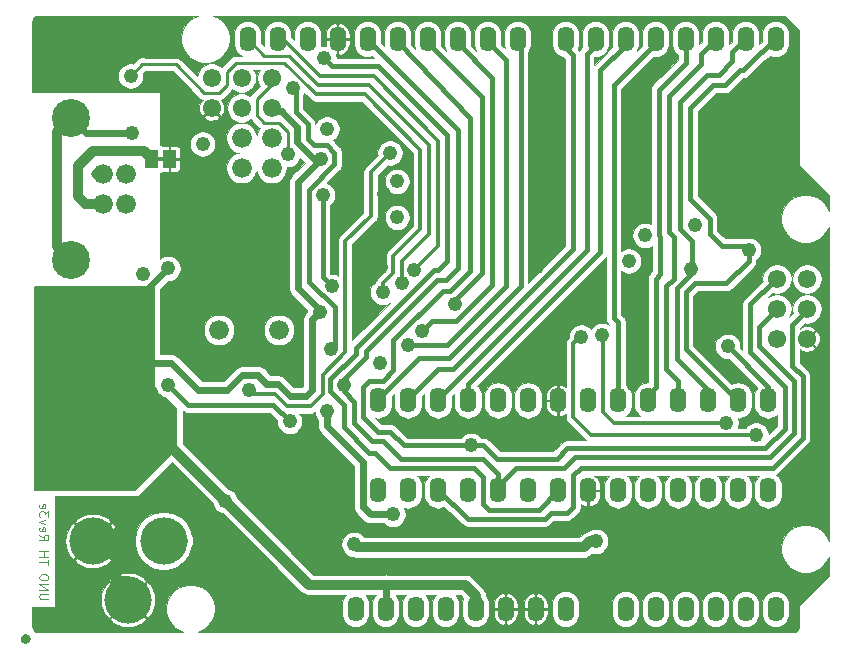
<source format=gbr>
G04 #@! TF.GenerationSoftware,KiCad,Pcbnew,5.1.4+dfsg1-1~bpo10+1*
G04 #@! TF.CreationDate,2022-07-19T17:35:19+05:30*
G04 #@! TF.ProjectId,UNO-TH_Rev3e,554e4f2d-5448-45f5-9265-7633652e6b69,rev?*
G04 #@! TF.SameCoordinates,Original*
G04 #@! TF.FileFunction,Copper,L2,Bot*
G04 #@! TF.FilePolarity,Positive*
%FSLAX46Y46*%
G04 Gerber Fmt 4.6, Leading zero omitted, Abs format (unit mm)*
G04 Created by KiCad (PCBNEW 5.1.4+dfsg1-1~bpo10+1) date 2022-07-19 17:35:19*
%MOMM*%
%LPD*%
G04 APERTURE LIST*
%ADD10C,0.121920*%
%ADD11C,1.950000*%
%ADD12C,4.000000*%
%ADD13O,1.422400X2.133600*%
%ADD14C,1.550000*%
%ADD15C,3.216000*%
%ADD16C,1.676400*%
%ADD17C,0.100000*%
%ADD18C,1.168400*%
%ADD19C,0.800000*%
%ADD20C,1.219200*%
%ADD21C,0.812800*%
%ADD22C,0.609600*%
%ADD23C,0.304800*%
%ADD24C,0.254000*%
%ADD25C,0.406400*%
%ADD26C,0.381000*%
%ADD27C,0.152400*%
%ADD28C,0.101600*%
G04 APERTURE END LIST*
D10*
X116152869Y-128305221D02*
X115527787Y-128305221D01*
X115454248Y-128268451D01*
X115417479Y-128231682D01*
X115380709Y-128158143D01*
X115380709Y-128011065D01*
X115417479Y-127937526D01*
X115454248Y-127900756D01*
X115527787Y-127863987D01*
X116152869Y-127863987D01*
X115380709Y-127496291D02*
X116152869Y-127496291D01*
X115380709Y-127055057D01*
X116152869Y-127055057D01*
X116152869Y-126540284D02*
X116152869Y-126393206D01*
X116116100Y-126319667D01*
X116042560Y-126246128D01*
X115895482Y-126209358D01*
X115638096Y-126209358D01*
X115491018Y-126246128D01*
X115417479Y-126319667D01*
X115380709Y-126393206D01*
X115380709Y-126540284D01*
X115417479Y-126613823D01*
X115491018Y-126687362D01*
X115638096Y-126724131D01*
X115895482Y-126724131D01*
X116042560Y-126687362D01*
X116116100Y-126613823D01*
X116152869Y-126540284D01*
X116152869Y-125400428D02*
X116152869Y-124959194D01*
X115380709Y-125179811D02*
X116152869Y-125179811D01*
X115380709Y-124701808D02*
X116152869Y-124701808D01*
X115785174Y-124701808D02*
X115785174Y-124260573D01*
X115380709Y-124260573D02*
X116152869Y-124260573D01*
X115380709Y-122863331D02*
X115748404Y-123120718D01*
X115380709Y-123304566D02*
X116152869Y-123304566D01*
X116152869Y-123010409D01*
X116116100Y-122936870D01*
X116079330Y-122900101D01*
X116005791Y-122863331D01*
X115895482Y-122863331D01*
X115821943Y-122900101D01*
X115785174Y-122936870D01*
X115748404Y-123010409D01*
X115748404Y-123304566D01*
X115417479Y-122238249D02*
X115380709Y-122311788D01*
X115380709Y-122458867D01*
X115417479Y-122532406D01*
X115491018Y-122569175D01*
X115785174Y-122569175D01*
X115858713Y-122532406D01*
X115895482Y-122458867D01*
X115895482Y-122311788D01*
X115858713Y-122238249D01*
X115785174Y-122201480D01*
X115711635Y-122201480D01*
X115638096Y-122569175D01*
X115895482Y-121944093D02*
X115380709Y-121760246D01*
X115895482Y-121576398D01*
X116152869Y-121355781D02*
X116152869Y-120877777D01*
X115858713Y-121135164D01*
X115858713Y-121024855D01*
X115821943Y-120951316D01*
X115785174Y-120914547D01*
X115711635Y-120877777D01*
X115527787Y-120877777D01*
X115454248Y-120914547D01*
X115417479Y-120951316D01*
X115380709Y-121024855D01*
X115380709Y-121245472D01*
X115417479Y-121319011D01*
X115454248Y-121355781D01*
X115417479Y-120252695D02*
X115380709Y-120326234D01*
X115380709Y-120473312D01*
X115417479Y-120546851D01*
X115491018Y-120583621D01*
X115785174Y-120583621D01*
X115858713Y-120546851D01*
X115895482Y-120473312D01*
X115895482Y-120326234D01*
X115858713Y-120252695D01*
X115785174Y-120215926D01*
X115711635Y-120215926D01*
X115638096Y-120583621D01*
D11*
X125895100Y-122605800D03*
X125895100Y-124129800D03*
X119900700Y-122605800D03*
X119900700Y-124129800D03*
X122135900Y-128371600D03*
X123659900Y-128371600D03*
D12*
X119900700Y-123367800D03*
X125895100Y-123367800D03*
X122897900Y-128371600D03*
D13*
X177076100Y-119100600D03*
X174536100Y-119100600D03*
X171996100Y-119100600D03*
X169456100Y-119100600D03*
X166916100Y-119100600D03*
X164376100Y-119100600D03*
X161836100Y-119100600D03*
X159296100Y-119100600D03*
X156756100Y-119100600D03*
X154216100Y-119100600D03*
X151676100Y-119100600D03*
X149136100Y-119100600D03*
X146596100Y-119100600D03*
X144056100Y-119100600D03*
X144056100Y-111480600D03*
X146596100Y-111480600D03*
X149136100Y-111480600D03*
X151676100Y-111480600D03*
X154216100Y-111480600D03*
X156756100Y-111480600D03*
X159296100Y-111480600D03*
X161836100Y-111480600D03*
X164376100Y-111480600D03*
X166916100Y-111480600D03*
X169456100Y-111480600D03*
X171996100Y-111480600D03*
X174536100Y-111480600D03*
X177076100Y-111480600D03*
D14*
X180378100Y-106273600D03*
X177838100Y-106273600D03*
X180378100Y-103733600D03*
X177838100Y-103733600D03*
X180378100Y-101193600D03*
X177838100Y-101193600D03*
D13*
X159931100Y-80873600D03*
X162471100Y-80873600D03*
X165011100Y-80873600D03*
X167551100Y-80873600D03*
X170091100Y-80873600D03*
X172631100Y-80873600D03*
X175171100Y-80873600D03*
X177711100Y-80873600D03*
X133007100Y-80873600D03*
X135547100Y-80873600D03*
X138087100Y-80873600D03*
X140627100Y-80873600D03*
X143167100Y-80873600D03*
X145707100Y-80873600D03*
X148247100Y-80873600D03*
X150787100Y-80873600D03*
X153327100Y-80873600D03*
X155867100Y-80873600D03*
X177711100Y-129133600D03*
X175171100Y-129133600D03*
X172631100Y-129133600D03*
X170091100Y-129133600D03*
X167551100Y-129133600D03*
X165011100Y-129133600D03*
D15*
X118021100Y-99573600D03*
X118021100Y-87573600D03*
D16*
X120731100Y-94823600D03*
X120731100Y-92323600D03*
X122731100Y-92323600D03*
X122731100Y-94823600D03*
D14*
X129959100Y-86715600D03*
X129959100Y-84175600D03*
X132499100Y-86715600D03*
X132499100Y-84175600D03*
X135039100Y-86715600D03*
X135039100Y-84175600D03*
D17*
G36*
X125410606Y-90233781D02*
G01*
X125416277Y-90234623D01*
X125421838Y-90236016D01*
X125427236Y-90237947D01*
X125432419Y-90240398D01*
X125437336Y-90243346D01*
X125441941Y-90246761D01*
X125446189Y-90250611D01*
X125450039Y-90254859D01*
X125453454Y-90259464D01*
X125456402Y-90264381D01*
X125458853Y-90269564D01*
X125460784Y-90274962D01*
X125462177Y-90280523D01*
X125463019Y-90286194D01*
X125463300Y-90291920D01*
X125463300Y-91775280D01*
X125463019Y-91781006D01*
X125462177Y-91786677D01*
X125460784Y-91792238D01*
X125458853Y-91797636D01*
X125456402Y-91802819D01*
X125453454Y-91807736D01*
X125450039Y-91812341D01*
X125446189Y-91816589D01*
X125441941Y-91820439D01*
X125437336Y-91823854D01*
X125432419Y-91826802D01*
X125427236Y-91829253D01*
X125421838Y-91831184D01*
X125416277Y-91832577D01*
X125410606Y-91833419D01*
X125404880Y-91833700D01*
X124353320Y-91833700D01*
X124347594Y-91833419D01*
X124341923Y-91832577D01*
X124336362Y-91831184D01*
X124330964Y-91829253D01*
X124325781Y-91826802D01*
X124320864Y-91823854D01*
X124316259Y-91820439D01*
X124312011Y-91816589D01*
X124308161Y-91812341D01*
X124304746Y-91807736D01*
X124301798Y-91802819D01*
X124299347Y-91797636D01*
X124297416Y-91792238D01*
X124296023Y-91786677D01*
X124295181Y-91781006D01*
X124294900Y-91775280D01*
X124294900Y-90291920D01*
X124295181Y-90286194D01*
X124296023Y-90280523D01*
X124297416Y-90274962D01*
X124299347Y-90269564D01*
X124301798Y-90264381D01*
X124304746Y-90259464D01*
X124308161Y-90254859D01*
X124312011Y-90250611D01*
X124316259Y-90246761D01*
X124320864Y-90243346D01*
X124325781Y-90240398D01*
X124330964Y-90237947D01*
X124336362Y-90236016D01*
X124341923Y-90234623D01*
X124347594Y-90233781D01*
X124353320Y-90233500D01*
X125404880Y-90233500D01*
X125410606Y-90233781D01*
X125410606Y-90233781D01*
G37*
D18*
X124879100Y-91033600D03*
D17*
G36*
X126934606Y-90233781D02*
G01*
X126940277Y-90234623D01*
X126945838Y-90236016D01*
X126951236Y-90237947D01*
X126956419Y-90240398D01*
X126961336Y-90243346D01*
X126965941Y-90246761D01*
X126970189Y-90250611D01*
X126974039Y-90254859D01*
X126977454Y-90259464D01*
X126980402Y-90264381D01*
X126982853Y-90269564D01*
X126984784Y-90274962D01*
X126986177Y-90280523D01*
X126987019Y-90286194D01*
X126987300Y-90291920D01*
X126987300Y-91775280D01*
X126987019Y-91781006D01*
X126986177Y-91786677D01*
X126984784Y-91792238D01*
X126982853Y-91797636D01*
X126980402Y-91802819D01*
X126977454Y-91807736D01*
X126974039Y-91812341D01*
X126970189Y-91816589D01*
X126965941Y-91820439D01*
X126961336Y-91823854D01*
X126956419Y-91826802D01*
X126951236Y-91829253D01*
X126945838Y-91831184D01*
X126940277Y-91832577D01*
X126934606Y-91833419D01*
X126928880Y-91833700D01*
X125877320Y-91833700D01*
X125871594Y-91833419D01*
X125865923Y-91832577D01*
X125860362Y-91831184D01*
X125854964Y-91829253D01*
X125849781Y-91826802D01*
X125844864Y-91823854D01*
X125840259Y-91820439D01*
X125836011Y-91816589D01*
X125832161Y-91812341D01*
X125828746Y-91807736D01*
X125825798Y-91802819D01*
X125823347Y-91797636D01*
X125821416Y-91792238D01*
X125820023Y-91786677D01*
X125819181Y-91781006D01*
X125818900Y-91775280D01*
X125818900Y-90291920D01*
X125819181Y-90286194D01*
X125820023Y-90280523D01*
X125821416Y-90274962D01*
X125823347Y-90269564D01*
X125825798Y-90264381D01*
X125828746Y-90259464D01*
X125832161Y-90254859D01*
X125836011Y-90250611D01*
X125840259Y-90246761D01*
X125844864Y-90243346D01*
X125849781Y-90240398D01*
X125854964Y-90237947D01*
X125860362Y-90236016D01*
X125865923Y-90234623D01*
X125871594Y-90233781D01*
X125877320Y-90233500D01*
X126928880Y-90233500D01*
X126934606Y-90233781D01*
X126934606Y-90233781D01*
G37*
D18*
X126403100Y-91033600D03*
D16*
X132499100Y-89255600D03*
X135039100Y-89255600D03*
X132499100Y-91795600D03*
X135039100Y-91795600D03*
D13*
X159931100Y-129133600D03*
X157391100Y-129133600D03*
X154851100Y-129133600D03*
X152311100Y-129133600D03*
X149771100Y-129133600D03*
X147231100Y-129133600D03*
X144691100Y-129133600D03*
X142151100Y-129133600D03*
D16*
X130594100Y-105511600D03*
X135674100Y-105511600D03*
D17*
G36*
X114250308Y-131275525D02*
G01*
X114289137Y-131281285D01*
X114327215Y-131290823D01*
X114364174Y-131304047D01*
X114399660Y-131320830D01*
X114433329Y-131341011D01*
X114464858Y-131364395D01*
X114493944Y-131390756D01*
X114520305Y-131419842D01*
X114543689Y-131451371D01*
X114563870Y-131485040D01*
X114580653Y-131520526D01*
X114593877Y-131557485D01*
X114603415Y-131595563D01*
X114609175Y-131634392D01*
X114611101Y-131673599D01*
X114611101Y-131673601D01*
X114609175Y-131712808D01*
X114603415Y-131751637D01*
X114593877Y-131789715D01*
X114580653Y-131826674D01*
X114563870Y-131862160D01*
X114543689Y-131895829D01*
X114520305Y-131927358D01*
X114493944Y-131956444D01*
X114464858Y-131982805D01*
X114433329Y-132006189D01*
X114399660Y-132026370D01*
X114364174Y-132043153D01*
X114327215Y-132056377D01*
X114289137Y-132065915D01*
X114250308Y-132071675D01*
X114211101Y-132073601D01*
X114211099Y-132073601D01*
X114171892Y-132071675D01*
X114133063Y-132065915D01*
X114094985Y-132056377D01*
X114058026Y-132043153D01*
X114022540Y-132026370D01*
X113988871Y-132006189D01*
X113957342Y-131982805D01*
X113928256Y-131956444D01*
X113901895Y-131927358D01*
X113878511Y-131895829D01*
X113858330Y-131862160D01*
X113841547Y-131826674D01*
X113828323Y-131789715D01*
X113818785Y-131751637D01*
X113813025Y-131712808D01*
X113811099Y-131673601D01*
X113811099Y-131673599D01*
X113813025Y-131634392D01*
X113818785Y-131595563D01*
X113828323Y-131557485D01*
X113841547Y-131520526D01*
X113858330Y-131485040D01*
X113878511Y-131451371D01*
X113901895Y-131419842D01*
X113928256Y-131390756D01*
X113957342Y-131364395D01*
X113988871Y-131341011D01*
X114022540Y-131320830D01*
X114058026Y-131304047D01*
X114094985Y-131290823D01*
X114133063Y-131281285D01*
X114171892Y-131275525D01*
X114211099Y-131273599D01*
X114211101Y-131273599D01*
X114250308Y-131275525D01*
X114250308Y-131275525D01*
G37*
D19*
X114211100Y-131673600D03*
D17*
G36*
X157430308Y-128735525D02*
G01*
X157469137Y-128741285D01*
X157507215Y-128750823D01*
X157544174Y-128764047D01*
X157579660Y-128780830D01*
X157613329Y-128801011D01*
X157644858Y-128824395D01*
X157673944Y-128850756D01*
X157700305Y-128879842D01*
X157723689Y-128911371D01*
X157743870Y-128945040D01*
X157760653Y-128980526D01*
X157773877Y-129017485D01*
X157783415Y-129055563D01*
X157789175Y-129094392D01*
X157791101Y-129133599D01*
X157791101Y-129133601D01*
X157789175Y-129172808D01*
X157783415Y-129211637D01*
X157773877Y-129249715D01*
X157760653Y-129286674D01*
X157743870Y-129322160D01*
X157723689Y-129355829D01*
X157700305Y-129387358D01*
X157673944Y-129416444D01*
X157644858Y-129442805D01*
X157613329Y-129466189D01*
X157579660Y-129486370D01*
X157544174Y-129503153D01*
X157507215Y-129516377D01*
X157469137Y-129525915D01*
X157430308Y-129531675D01*
X157391101Y-129533601D01*
X157391099Y-129533601D01*
X157351892Y-129531675D01*
X157313063Y-129525915D01*
X157274985Y-129516377D01*
X157238026Y-129503153D01*
X157202540Y-129486370D01*
X157168871Y-129466189D01*
X157137342Y-129442805D01*
X157108256Y-129416444D01*
X157081895Y-129387358D01*
X157058511Y-129355829D01*
X157038330Y-129322160D01*
X157021547Y-129286674D01*
X157008323Y-129249715D01*
X156998785Y-129211637D01*
X156993025Y-129172808D01*
X156991099Y-129133601D01*
X156991099Y-129133599D01*
X156993025Y-129094392D01*
X156998785Y-129055563D01*
X157008323Y-129017485D01*
X157021547Y-128980526D01*
X157038330Y-128945040D01*
X157058511Y-128911371D01*
X157081895Y-128879842D01*
X157108256Y-128850756D01*
X157137342Y-128824395D01*
X157168871Y-128801011D01*
X157202540Y-128780830D01*
X157238026Y-128764047D01*
X157274985Y-128750823D01*
X157313063Y-128741285D01*
X157351892Y-128735525D01*
X157391099Y-128733599D01*
X157391101Y-128733599D01*
X157430308Y-128735525D01*
X157430308Y-128735525D01*
G37*
D19*
X157391100Y-129133600D03*
D17*
G36*
X127458308Y-123020525D02*
G01*
X127497137Y-123026285D01*
X127535215Y-123035823D01*
X127572174Y-123049047D01*
X127607660Y-123065830D01*
X127641329Y-123086011D01*
X127672858Y-123109395D01*
X127701944Y-123135756D01*
X127728305Y-123164842D01*
X127751689Y-123196371D01*
X127771870Y-123230040D01*
X127788653Y-123265526D01*
X127801877Y-123302485D01*
X127811415Y-123340563D01*
X127817175Y-123379392D01*
X127819101Y-123418599D01*
X127819101Y-123418601D01*
X127817175Y-123457808D01*
X127811415Y-123496637D01*
X127801877Y-123534715D01*
X127788653Y-123571674D01*
X127771870Y-123607160D01*
X127751689Y-123640829D01*
X127728305Y-123672358D01*
X127701944Y-123701444D01*
X127672858Y-123727805D01*
X127641329Y-123751189D01*
X127607660Y-123771370D01*
X127572174Y-123788153D01*
X127535215Y-123801377D01*
X127497137Y-123810915D01*
X127458308Y-123816675D01*
X127419101Y-123818601D01*
X127419099Y-123818601D01*
X127379892Y-123816675D01*
X127341063Y-123810915D01*
X127302985Y-123801377D01*
X127266026Y-123788153D01*
X127230540Y-123771370D01*
X127196871Y-123751189D01*
X127165342Y-123727805D01*
X127136256Y-123701444D01*
X127109895Y-123672358D01*
X127086511Y-123640829D01*
X127066330Y-123607160D01*
X127049547Y-123571674D01*
X127036323Y-123534715D01*
X127026785Y-123496637D01*
X127021025Y-123457808D01*
X127019099Y-123418601D01*
X127019099Y-123418599D01*
X127021025Y-123379392D01*
X127026785Y-123340563D01*
X127036323Y-123302485D01*
X127049547Y-123265526D01*
X127066330Y-123230040D01*
X127086511Y-123196371D01*
X127109895Y-123164842D01*
X127136256Y-123135756D01*
X127165342Y-123109395D01*
X127196871Y-123086011D01*
X127230540Y-123065830D01*
X127266026Y-123049047D01*
X127302985Y-123035823D01*
X127341063Y-123026285D01*
X127379892Y-123020525D01*
X127419099Y-123018599D01*
X127419101Y-123018599D01*
X127458308Y-123020525D01*
X127458308Y-123020525D01*
G37*
D19*
X127419100Y-123418600D03*
D17*
G36*
X159970308Y-128735525D02*
G01*
X160009137Y-128741285D01*
X160047215Y-128750823D01*
X160084174Y-128764047D01*
X160119660Y-128780830D01*
X160153329Y-128801011D01*
X160184858Y-128824395D01*
X160213944Y-128850756D01*
X160240305Y-128879842D01*
X160263689Y-128911371D01*
X160283870Y-128945040D01*
X160300653Y-128980526D01*
X160313877Y-129017485D01*
X160323415Y-129055563D01*
X160329175Y-129094392D01*
X160331101Y-129133599D01*
X160331101Y-129133601D01*
X160329175Y-129172808D01*
X160323415Y-129211637D01*
X160313877Y-129249715D01*
X160300653Y-129286674D01*
X160283870Y-129322160D01*
X160263689Y-129355829D01*
X160240305Y-129387358D01*
X160213944Y-129416444D01*
X160184858Y-129442805D01*
X160153329Y-129466189D01*
X160119660Y-129486370D01*
X160084174Y-129503153D01*
X160047215Y-129516377D01*
X160009137Y-129525915D01*
X159970308Y-129531675D01*
X159931101Y-129533601D01*
X159931099Y-129533601D01*
X159891892Y-129531675D01*
X159853063Y-129525915D01*
X159814985Y-129516377D01*
X159778026Y-129503153D01*
X159742540Y-129486370D01*
X159708871Y-129466189D01*
X159677342Y-129442805D01*
X159648256Y-129416444D01*
X159621895Y-129387358D01*
X159598511Y-129355829D01*
X159578330Y-129322160D01*
X159561547Y-129286674D01*
X159548323Y-129249715D01*
X159538785Y-129211637D01*
X159533025Y-129172808D01*
X159531099Y-129133601D01*
X159531099Y-129133599D01*
X159533025Y-129094392D01*
X159538785Y-129055563D01*
X159548323Y-129017485D01*
X159561547Y-128980526D01*
X159578330Y-128945040D01*
X159598511Y-128911371D01*
X159621895Y-128879842D01*
X159648256Y-128850756D01*
X159677342Y-128824395D01*
X159708871Y-128801011D01*
X159742540Y-128780830D01*
X159778026Y-128764047D01*
X159814985Y-128750823D01*
X159853063Y-128741285D01*
X159891892Y-128735525D01*
X159931099Y-128733599D01*
X159931101Y-128733599D01*
X159970308Y-128735525D01*
X159970308Y-128735525D01*
G37*
D19*
X159931100Y-129133600D03*
D17*
G36*
X152350308Y-128735525D02*
G01*
X152389137Y-128741285D01*
X152427215Y-128750823D01*
X152464174Y-128764047D01*
X152499660Y-128780830D01*
X152533329Y-128801011D01*
X152564858Y-128824395D01*
X152593944Y-128850756D01*
X152620305Y-128879842D01*
X152643689Y-128911371D01*
X152663870Y-128945040D01*
X152680653Y-128980526D01*
X152693877Y-129017485D01*
X152703415Y-129055563D01*
X152709175Y-129094392D01*
X152711101Y-129133599D01*
X152711101Y-129133601D01*
X152709175Y-129172808D01*
X152703415Y-129211637D01*
X152693877Y-129249715D01*
X152680653Y-129286674D01*
X152663870Y-129322160D01*
X152643689Y-129355829D01*
X152620305Y-129387358D01*
X152593944Y-129416444D01*
X152564858Y-129442805D01*
X152533329Y-129466189D01*
X152499660Y-129486370D01*
X152464174Y-129503153D01*
X152427215Y-129516377D01*
X152389137Y-129525915D01*
X152350308Y-129531675D01*
X152311101Y-129533601D01*
X152311099Y-129533601D01*
X152271892Y-129531675D01*
X152233063Y-129525915D01*
X152194985Y-129516377D01*
X152158026Y-129503153D01*
X152122540Y-129486370D01*
X152088871Y-129466189D01*
X152057342Y-129442805D01*
X152028256Y-129416444D01*
X152001895Y-129387358D01*
X151978511Y-129355829D01*
X151958330Y-129322160D01*
X151941547Y-129286674D01*
X151928323Y-129249715D01*
X151918785Y-129211637D01*
X151913025Y-129172808D01*
X151911099Y-129133601D01*
X151911099Y-129133599D01*
X151913025Y-129094392D01*
X151918785Y-129055563D01*
X151928323Y-129017485D01*
X151941547Y-128980526D01*
X151958330Y-128945040D01*
X151978511Y-128911371D01*
X152001895Y-128879842D01*
X152028256Y-128850756D01*
X152057342Y-128824395D01*
X152088871Y-128801011D01*
X152122540Y-128780830D01*
X152158026Y-128764047D01*
X152194985Y-128750823D01*
X152233063Y-128741285D01*
X152271892Y-128735525D01*
X152311099Y-128733599D01*
X152311101Y-128733599D01*
X152350308Y-128735525D01*
X152350308Y-128735525D01*
G37*
D19*
X152311100Y-129133600D03*
D17*
G36*
X149810308Y-128735525D02*
G01*
X149849137Y-128741285D01*
X149887215Y-128750823D01*
X149924174Y-128764047D01*
X149959660Y-128780830D01*
X149993329Y-128801011D01*
X150024858Y-128824395D01*
X150053944Y-128850756D01*
X150080305Y-128879842D01*
X150103689Y-128911371D01*
X150123870Y-128945040D01*
X150140653Y-128980526D01*
X150153877Y-129017485D01*
X150163415Y-129055563D01*
X150169175Y-129094392D01*
X150171101Y-129133599D01*
X150171101Y-129133601D01*
X150169175Y-129172808D01*
X150163415Y-129211637D01*
X150153877Y-129249715D01*
X150140653Y-129286674D01*
X150123870Y-129322160D01*
X150103689Y-129355829D01*
X150080305Y-129387358D01*
X150053944Y-129416444D01*
X150024858Y-129442805D01*
X149993329Y-129466189D01*
X149959660Y-129486370D01*
X149924174Y-129503153D01*
X149887215Y-129516377D01*
X149849137Y-129525915D01*
X149810308Y-129531675D01*
X149771101Y-129533601D01*
X149771099Y-129533601D01*
X149731892Y-129531675D01*
X149693063Y-129525915D01*
X149654985Y-129516377D01*
X149618026Y-129503153D01*
X149582540Y-129486370D01*
X149548871Y-129466189D01*
X149517342Y-129442805D01*
X149488256Y-129416444D01*
X149461895Y-129387358D01*
X149438511Y-129355829D01*
X149418330Y-129322160D01*
X149401547Y-129286674D01*
X149388323Y-129249715D01*
X149378785Y-129211637D01*
X149373025Y-129172808D01*
X149371099Y-129133601D01*
X149371099Y-129133599D01*
X149373025Y-129094392D01*
X149378785Y-129055563D01*
X149388323Y-129017485D01*
X149401547Y-128980526D01*
X149418330Y-128945040D01*
X149438511Y-128911371D01*
X149461895Y-128879842D01*
X149488256Y-128850756D01*
X149517342Y-128824395D01*
X149548871Y-128801011D01*
X149582540Y-128780830D01*
X149618026Y-128764047D01*
X149654985Y-128750823D01*
X149693063Y-128741285D01*
X149731892Y-128735525D01*
X149771099Y-128733599D01*
X149771101Y-128733599D01*
X149810308Y-128735525D01*
X149810308Y-128735525D01*
G37*
D19*
X149771100Y-129133600D03*
D17*
G36*
X147270308Y-128735525D02*
G01*
X147309137Y-128741285D01*
X147347215Y-128750823D01*
X147384174Y-128764047D01*
X147419660Y-128780830D01*
X147453329Y-128801011D01*
X147484858Y-128824395D01*
X147513944Y-128850756D01*
X147540305Y-128879842D01*
X147563689Y-128911371D01*
X147583870Y-128945040D01*
X147600653Y-128980526D01*
X147613877Y-129017485D01*
X147623415Y-129055563D01*
X147629175Y-129094392D01*
X147631101Y-129133599D01*
X147631101Y-129133601D01*
X147629175Y-129172808D01*
X147623415Y-129211637D01*
X147613877Y-129249715D01*
X147600653Y-129286674D01*
X147583870Y-129322160D01*
X147563689Y-129355829D01*
X147540305Y-129387358D01*
X147513944Y-129416444D01*
X147484858Y-129442805D01*
X147453329Y-129466189D01*
X147419660Y-129486370D01*
X147384174Y-129503153D01*
X147347215Y-129516377D01*
X147309137Y-129525915D01*
X147270308Y-129531675D01*
X147231101Y-129533601D01*
X147231099Y-129533601D01*
X147191892Y-129531675D01*
X147153063Y-129525915D01*
X147114985Y-129516377D01*
X147078026Y-129503153D01*
X147042540Y-129486370D01*
X147008871Y-129466189D01*
X146977342Y-129442805D01*
X146948256Y-129416444D01*
X146921895Y-129387358D01*
X146898511Y-129355829D01*
X146878330Y-129322160D01*
X146861547Y-129286674D01*
X146848323Y-129249715D01*
X146838785Y-129211637D01*
X146833025Y-129172808D01*
X146831099Y-129133601D01*
X146831099Y-129133599D01*
X146833025Y-129094392D01*
X146838785Y-129055563D01*
X146848323Y-129017485D01*
X146861547Y-128980526D01*
X146878330Y-128945040D01*
X146898511Y-128911371D01*
X146921895Y-128879842D01*
X146948256Y-128850756D01*
X146977342Y-128824395D01*
X147008871Y-128801011D01*
X147042540Y-128780830D01*
X147078026Y-128764047D01*
X147114985Y-128750823D01*
X147153063Y-128741285D01*
X147191892Y-128735525D01*
X147231099Y-128733599D01*
X147231101Y-128733599D01*
X147270308Y-128735525D01*
X147270308Y-128735525D01*
G37*
D19*
X147231100Y-129133600D03*
D17*
G36*
X165050308Y-128735525D02*
G01*
X165089137Y-128741285D01*
X165127215Y-128750823D01*
X165164174Y-128764047D01*
X165199660Y-128780830D01*
X165233329Y-128801011D01*
X165264858Y-128824395D01*
X165293944Y-128850756D01*
X165320305Y-128879842D01*
X165343689Y-128911371D01*
X165363870Y-128945040D01*
X165380653Y-128980526D01*
X165393877Y-129017485D01*
X165403415Y-129055563D01*
X165409175Y-129094392D01*
X165411101Y-129133599D01*
X165411101Y-129133601D01*
X165409175Y-129172808D01*
X165403415Y-129211637D01*
X165393877Y-129249715D01*
X165380653Y-129286674D01*
X165363870Y-129322160D01*
X165343689Y-129355829D01*
X165320305Y-129387358D01*
X165293944Y-129416444D01*
X165264858Y-129442805D01*
X165233329Y-129466189D01*
X165199660Y-129486370D01*
X165164174Y-129503153D01*
X165127215Y-129516377D01*
X165089137Y-129525915D01*
X165050308Y-129531675D01*
X165011101Y-129533601D01*
X165011099Y-129533601D01*
X164971892Y-129531675D01*
X164933063Y-129525915D01*
X164894985Y-129516377D01*
X164858026Y-129503153D01*
X164822540Y-129486370D01*
X164788871Y-129466189D01*
X164757342Y-129442805D01*
X164728256Y-129416444D01*
X164701895Y-129387358D01*
X164678511Y-129355829D01*
X164658330Y-129322160D01*
X164641547Y-129286674D01*
X164628323Y-129249715D01*
X164618785Y-129211637D01*
X164613025Y-129172808D01*
X164611099Y-129133601D01*
X164611099Y-129133599D01*
X164613025Y-129094392D01*
X164618785Y-129055563D01*
X164628323Y-129017485D01*
X164641547Y-128980526D01*
X164658330Y-128945040D01*
X164678511Y-128911371D01*
X164701895Y-128879842D01*
X164728256Y-128850756D01*
X164757342Y-128824395D01*
X164788871Y-128801011D01*
X164822540Y-128780830D01*
X164858026Y-128764047D01*
X164894985Y-128750823D01*
X164933063Y-128741285D01*
X164971892Y-128735525D01*
X165011099Y-128733599D01*
X165011101Y-128733599D01*
X165050308Y-128735525D01*
X165050308Y-128735525D01*
G37*
D19*
X165011100Y-129133600D03*
D17*
G36*
X167590308Y-128735525D02*
G01*
X167629137Y-128741285D01*
X167667215Y-128750823D01*
X167704174Y-128764047D01*
X167739660Y-128780830D01*
X167773329Y-128801011D01*
X167804858Y-128824395D01*
X167833944Y-128850756D01*
X167860305Y-128879842D01*
X167883689Y-128911371D01*
X167903870Y-128945040D01*
X167920653Y-128980526D01*
X167933877Y-129017485D01*
X167943415Y-129055563D01*
X167949175Y-129094392D01*
X167951101Y-129133599D01*
X167951101Y-129133601D01*
X167949175Y-129172808D01*
X167943415Y-129211637D01*
X167933877Y-129249715D01*
X167920653Y-129286674D01*
X167903870Y-129322160D01*
X167883689Y-129355829D01*
X167860305Y-129387358D01*
X167833944Y-129416444D01*
X167804858Y-129442805D01*
X167773329Y-129466189D01*
X167739660Y-129486370D01*
X167704174Y-129503153D01*
X167667215Y-129516377D01*
X167629137Y-129525915D01*
X167590308Y-129531675D01*
X167551101Y-129533601D01*
X167551099Y-129533601D01*
X167511892Y-129531675D01*
X167473063Y-129525915D01*
X167434985Y-129516377D01*
X167398026Y-129503153D01*
X167362540Y-129486370D01*
X167328871Y-129466189D01*
X167297342Y-129442805D01*
X167268256Y-129416444D01*
X167241895Y-129387358D01*
X167218511Y-129355829D01*
X167198330Y-129322160D01*
X167181547Y-129286674D01*
X167168323Y-129249715D01*
X167158785Y-129211637D01*
X167153025Y-129172808D01*
X167151099Y-129133601D01*
X167151099Y-129133599D01*
X167153025Y-129094392D01*
X167158785Y-129055563D01*
X167168323Y-129017485D01*
X167181547Y-128980526D01*
X167198330Y-128945040D01*
X167218511Y-128911371D01*
X167241895Y-128879842D01*
X167268256Y-128850756D01*
X167297342Y-128824395D01*
X167328871Y-128801011D01*
X167362540Y-128780830D01*
X167398026Y-128764047D01*
X167434985Y-128750823D01*
X167473063Y-128741285D01*
X167511892Y-128735525D01*
X167551099Y-128733599D01*
X167551101Y-128733599D01*
X167590308Y-128735525D01*
X167590308Y-128735525D01*
G37*
D19*
X167551100Y-129133600D03*
D17*
G36*
X170130308Y-128735525D02*
G01*
X170169137Y-128741285D01*
X170207215Y-128750823D01*
X170244174Y-128764047D01*
X170279660Y-128780830D01*
X170313329Y-128801011D01*
X170344858Y-128824395D01*
X170373944Y-128850756D01*
X170400305Y-128879842D01*
X170423689Y-128911371D01*
X170443870Y-128945040D01*
X170460653Y-128980526D01*
X170473877Y-129017485D01*
X170483415Y-129055563D01*
X170489175Y-129094392D01*
X170491101Y-129133599D01*
X170491101Y-129133601D01*
X170489175Y-129172808D01*
X170483415Y-129211637D01*
X170473877Y-129249715D01*
X170460653Y-129286674D01*
X170443870Y-129322160D01*
X170423689Y-129355829D01*
X170400305Y-129387358D01*
X170373944Y-129416444D01*
X170344858Y-129442805D01*
X170313329Y-129466189D01*
X170279660Y-129486370D01*
X170244174Y-129503153D01*
X170207215Y-129516377D01*
X170169137Y-129525915D01*
X170130308Y-129531675D01*
X170091101Y-129533601D01*
X170091099Y-129533601D01*
X170051892Y-129531675D01*
X170013063Y-129525915D01*
X169974985Y-129516377D01*
X169938026Y-129503153D01*
X169902540Y-129486370D01*
X169868871Y-129466189D01*
X169837342Y-129442805D01*
X169808256Y-129416444D01*
X169781895Y-129387358D01*
X169758511Y-129355829D01*
X169738330Y-129322160D01*
X169721547Y-129286674D01*
X169708323Y-129249715D01*
X169698785Y-129211637D01*
X169693025Y-129172808D01*
X169691099Y-129133601D01*
X169691099Y-129133599D01*
X169693025Y-129094392D01*
X169698785Y-129055563D01*
X169708323Y-129017485D01*
X169721547Y-128980526D01*
X169738330Y-128945040D01*
X169758511Y-128911371D01*
X169781895Y-128879842D01*
X169808256Y-128850756D01*
X169837342Y-128824395D01*
X169868871Y-128801011D01*
X169902540Y-128780830D01*
X169938026Y-128764047D01*
X169974985Y-128750823D01*
X170013063Y-128741285D01*
X170051892Y-128735525D01*
X170091099Y-128733599D01*
X170091101Y-128733599D01*
X170130308Y-128735525D01*
X170130308Y-128735525D01*
G37*
D19*
X170091100Y-129133600D03*
D17*
G36*
X172670308Y-128735525D02*
G01*
X172709137Y-128741285D01*
X172747215Y-128750823D01*
X172784174Y-128764047D01*
X172819660Y-128780830D01*
X172853329Y-128801011D01*
X172884858Y-128824395D01*
X172913944Y-128850756D01*
X172940305Y-128879842D01*
X172963689Y-128911371D01*
X172983870Y-128945040D01*
X173000653Y-128980526D01*
X173013877Y-129017485D01*
X173023415Y-129055563D01*
X173029175Y-129094392D01*
X173031101Y-129133599D01*
X173031101Y-129133601D01*
X173029175Y-129172808D01*
X173023415Y-129211637D01*
X173013877Y-129249715D01*
X173000653Y-129286674D01*
X172983870Y-129322160D01*
X172963689Y-129355829D01*
X172940305Y-129387358D01*
X172913944Y-129416444D01*
X172884858Y-129442805D01*
X172853329Y-129466189D01*
X172819660Y-129486370D01*
X172784174Y-129503153D01*
X172747215Y-129516377D01*
X172709137Y-129525915D01*
X172670308Y-129531675D01*
X172631101Y-129533601D01*
X172631099Y-129533601D01*
X172591892Y-129531675D01*
X172553063Y-129525915D01*
X172514985Y-129516377D01*
X172478026Y-129503153D01*
X172442540Y-129486370D01*
X172408871Y-129466189D01*
X172377342Y-129442805D01*
X172348256Y-129416444D01*
X172321895Y-129387358D01*
X172298511Y-129355829D01*
X172278330Y-129322160D01*
X172261547Y-129286674D01*
X172248323Y-129249715D01*
X172238785Y-129211637D01*
X172233025Y-129172808D01*
X172231099Y-129133601D01*
X172231099Y-129133599D01*
X172233025Y-129094392D01*
X172238785Y-129055563D01*
X172248323Y-129017485D01*
X172261547Y-128980526D01*
X172278330Y-128945040D01*
X172298511Y-128911371D01*
X172321895Y-128879842D01*
X172348256Y-128850756D01*
X172377342Y-128824395D01*
X172408871Y-128801011D01*
X172442540Y-128780830D01*
X172478026Y-128764047D01*
X172514985Y-128750823D01*
X172553063Y-128741285D01*
X172591892Y-128735525D01*
X172631099Y-128733599D01*
X172631101Y-128733599D01*
X172670308Y-128735525D01*
X172670308Y-128735525D01*
G37*
D19*
X172631100Y-129133600D03*
D17*
G36*
X175210308Y-128735525D02*
G01*
X175249137Y-128741285D01*
X175287215Y-128750823D01*
X175324174Y-128764047D01*
X175359660Y-128780830D01*
X175393329Y-128801011D01*
X175424858Y-128824395D01*
X175453944Y-128850756D01*
X175480305Y-128879842D01*
X175503689Y-128911371D01*
X175523870Y-128945040D01*
X175540653Y-128980526D01*
X175553877Y-129017485D01*
X175563415Y-129055563D01*
X175569175Y-129094392D01*
X175571101Y-129133599D01*
X175571101Y-129133601D01*
X175569175Y-129172808D01*
X175563415Y-129211637D01*
X175553877Y-129249715D01*
X175540653Y-129286674D01*
X175523870Y-129322160D01*
X175503689Y-129355829D01*
X175480305Y-129387358D01*
X175453944Y-129416444D01*
X175424858Y-129442805D01*
X175393329Y-129466189D01*
X175359660Y-129486370D01*
X175324174Y-129503153D01*
X175287215Y-129516377D01*
X175249137Y-129525915D01*
X175210308Y-129531675D01*
X175171101Y-129533601D01*
X175171099Y-129533601D01*
X175131892Y-129531675D01*
X175093063Y-129525915D01*
X175054985Y-129516377D01*
X175018026Y-129503153D01*
X174982540Y-129486370D01*
X174948871Y-129466189D01*
X174917342Y-129442805D01*
X174888256Y-129416444D01*
X174861895Y-129387358D01*
X174838511Y-129355829D01*
X174818330Y-129322160D01*
X174801547Y-129286674D01*
X174788323Y-129249715D01*
X174778785Y-129211637D01*
X174773025Y-129172808D01*
X174771099Y-129133601D01*
X174771099Y-129133599D01*
X174773025Y-129094392D01*
X174778785Y-129055563D01*
X174788323Y-129017485D01*
X174801547Y-128980526D01*
X174818330Y-128945040D01*
X174838511Y-128911371D01*
X174861895Y-128879842D01*
X174888256Y-128850756D01*
X174917342Y-128824395D01*
X174948871Y-128801011D01*
X174982540Y-128780830D01*
X175018026Y-128764047D01*
X175054985Y-128750823D01*
X175093063Y-128741285D01*
X175131892Y-128735525D01*
X175171099Y-128733599D01*
X175171101Y-128733599D01*
X175210308Y-128735525D01*
X175210308Y-128735525D01*
G37*
D19*
X175171100Y-129133600D03*
D17*
G36*
X177750308Y-128735525D02*
G01*
X177789137Y-128741285D01*
X177827215Y-128750823D01*
X177864174Y-128764047D01*
X177899660Y-128780830D01*
X177933329Y-128801011D01*
X177964858Y-128824395D01*
X177993944Y-128850756D01*
X178020305Y-128879842D01*
X178043689Y-128911371D01*
X178063870Y-128945040D01*
X178080653Y-128980526D01*
X178093877Y-129017485D01*
X178103415Y-129055563D01*
X178109175Y-129094392D01*
X178111101Y-129133599D01*
X178111101Y-129133601D01*
X178109175Y-129172808D01*
X178103415Y-129211637D01*
X178093877Y-129249715D01*
X178080653Y-129286674D01*
X178063870Y-129322160D01*
X178043689Y-129355829D01*
X178020305Y-129387358D01*
X177993944Y-129416444D01*
X177964858Y-129442805D01*
X177933329Y-129466189D01*
X177899660Y-129486370D01*
X177864174Y-129503153D01*
X177827215Y-129516377D01*
X177789137Y-129525915D01*
X177750308Y-129531675D01*
X177711101Y-129533601D01*
X177711099Y-129533601D01*
X177671892Y-129531675D01*
X177633063Y-129525915D01*
X177594985Y-129516377D01*
X177558026Y-129503153D01*
X177522540Y-129486370D01*
X177488871Y-129466189D01*
X177457342Y-129442805D01*
X177428256Y-129416444D01*
X177401895Y-129387358D01*
X177378511Y-129355829D01*
X177358330Y-129322160D01*
X177341547Y-129286674D01*
X177328323Y-129249715D01*
X177318785Y-129211637D01*
X177313025Y-129172808D01*
X177311099Y-129133601D01*
X177311099Y-129133599D01*
X177313025Y-129094392D01*
X177318785Y-129055563D01*
X177328323Y-129017485D01*
X177341547Y-128980526D01*
X177358330Y-128945040D01*
X177378511Y-128911371D01*
X177401895Y-128879842D01*
X177428256Y-128850756D01*
X177457342Y-128824395D01*
X177488871Y-128801011D01*
X177522540Y-128780830D01*
X177558026Y-128764047D01*
X177594985Y-128750823D01*
X177633063Y-128741285D01*
X177671892Y-128735525D01*
X177711099Y-128733599D01*
X177711101Y-128733599D01*
X177750308Y-128735525D01*
X177750308Y-128735525D01*
G37*
D19*
X177711100Y-129133600D03*
D17*
G36*
X177750308Y-80475525D02*
G01*
X177789137Y-80481285D01*
X177827215Y-80490823D01*
X177864174Y-80504047D01*
X177899660Y-80520830D01*
X177933329Y-80541011D01*
X177964858Y-80564395D01*
X177993944Y-80590756D01*
X178020305Y-80619842D01*
X178043689Y-80651371D01*
X178063870Y-80685040D01*
X178080653Y-80720526D01*
X178093877Y-80757485D01*
X178103415Y-80795563D01*
X178109175Y-80834392D01*
X178111101Y-80873599D01*
X178111101Y-80873601D01*
X178109175Y-80912808D01*
X178103415Y-80951637D01*
X178093877Y-80989715D01*
X178080653Y-81026674D01*
X178063870Y-81062160D01*
X178043689Y-81095829D01*
X178020305Y-81127358D01*
X177993944Y-81156444D01*
X177964858Y-81182805D01*
X177933329Y-81206189D01*
X177899660Y-81226370D01*
X177864174Y-81243153D01*
X177827215Y-81256377D01*
X177789137Y-81265915D01*
X177750308Y-81271675D01*
X177711101Y-81273601D01*
X177711099Y-81273601D01*
X177671892Y-81271675D01*
X177633063Y-81265915D01*
X177594985Y-81256377D01*
X177558026Y-81243153D01*
X177522540Y-81226370D01*
X177488871Y-81206189D01*
X177457342Y-81182805D01*
X177428256Y-81156444D01*
X177401895Y-81127358D01*
X177378511Y-81095829D01*
X177358330Y-81062160D01*
X177341547Y-81026674D01*
X177328323Y-80989715D01*
X177318785Y-80951637D01*
X177313025Y-80912808D01*
X177311099Y-80873601D01*
X177311099Y-80873599D01*
X177313025Y-80834392D01*
X177318785Y-80795563D01*
X177328323Y-80757485D01*
X177341547Y-80720526D01*
X177358330Y-80685040D01*
X177378511Y-80651371D01*
X177401895Y-80619842D01*
X177428256Y-80590756D01*
X177457342Y-80564395D01*
X177488871Y-80541011D01*
X177522540Y-80520830D01*
X177558026Y-80504047D01*
X177594985Y-80490823D01*
X177633063Y-80481285D01*
X177671892Y-80475525D01*
X177711099Y-80473599D01*
X177711101Y-80473599D01*
X177750308Y-80475525D01*
X177750308Y-80475525D01*
G37*
D19*
X177711100Y-80873600D03*
D17*
G36*
X175210308Y-80475525D02*
G01*
X175249137Y-80481285D01*
X175287215Y-80490823D01*
X175324174Y-80504047D01*
X175359660Y-80520830D01*
X175393329Y-80541011D01*
X175424858Y-80564395D01*
X175453944Y-80590756D01*
X175480305Y-80619842D01*
X175503689Y-80651371D01*
X175523870Y-80685040D01*
X175540653Y-80720526D01*
X175553877Y-80757485D01*
X175563415Y-80795563D01*
X175569175Y-80834392D01*
X175571101Y-80873599D01*
X175571101Y-80873601D01*
X175569175Y-80912808D01*
X175563415Y-80951637D01*
X175553877Y-80989715D01*
X175540653Y-81026674D01*
X175523870Y-81062160D01*
X175503689Y-81095829D01*
X175480305Y-81127358D01*
X175453944Y-81156444D01*
X175424858Y-81182805D01*
X175393329Y-81206189D01*
X175359660Y-81226370D01*
X175324174Y-81243153D01*
X175287215Y-81256377D01*
X175249137Y-81265915D01*
X175210308Y-81271675D01*
X175171101Y-81273601D01*
X175171099Y-81273601D01*
X175131892Y-81271675D01*
X175093063Y-81265915D01*
X175054985Y-81256377D01*
X175018026Y-81243153D01*
X174982540Y-81226370D01*
X174948871Y-81206189D01*
X174917342Y-81182805D01*
X174888256Y-81156444D01*
X174861895Y-81127358D01*
X174838511Y-81095829D01*
X174818330Y-81062160D01*
X174801547Y-81026674D01*
X174788323Y-80989715D01*
X174778785Y-80951637D01*
X174773025Y-80912808D01*
X174771099Y-80873601D01*
X174771099Y-80873599D01*
X174773025Y-80834392D01*
X174778785Y-80795563D01*
X174788323Y-80757485D01*
X174801547Y-80720526D01*
X174818330Y-80685040D01*
X174838511Y-80651371D01*
X174861895Y-80619842D01*
X174888256Y-80590756D01*
X174917342Y-80564395D01*
X174948871Y-80541011D01*
X174982540Y-80520830D01*
X175018026Y-80504047D01*
X175054985Y-80490823D01*
X175093063Y-80481285D01*
X175131892Y-80475525D01*
X175171099Y-80473599D01*
X175171101Y-80473599D01*
X175210308Y-80475525D01*
X175210308Y-80475525D01*
G37*
D19*
X175171100Y-80873600D03*
D17*
G36*
X172670308Y-80475525D02*
G01*
X172709137Y-80481285D01*
X172747215Y-80490823D01*
X172784174Y-80504047D01*
X172819660Y-80520830D01*
X172853329Y-80541011D01*
X172884858Y-80564395D01*
X172913944Y-80590756D01*
X172940305Y-80619842D01*
X172963689Y-80651371D01*
X172983870Y-80685040D01*
X173000653Y-80720526D01*
X173013877Y-80757485D01*
X173023415Y-80795563D01*
X173029175Y-80834392D01*
X173031101Y-80873599D01*
X173031101Y-80873601D01*
X173029175Y-80912808D01*
X173023415Y-80951637D01*
X173013877Y-80989715D01*
X173000653Y-81026674D01*
X172983870Y-81062160D01*
X172963689Y-81095829D01*
X172940305Y-81127358D01*
X172913944Y-81156444D01*
X172884858Y-81182805D01*
X172853329Y-81206189D01*
X172819660Y-81226370D01*
X172784174Y-81243153D01*
X172747215Y-81256377D01*
X172709137Y-81265915D01*
X172670308Y-81271675D01*
X172631101Y-81273601D01*
X172631099Y-81273601D01*
X172591892Y-81271675D01*
X172553063Y-81265915D01*
X172514985Y-81256377D01*
X172478026Y-81243153D01*
X172442540Y-81226370D01*
X172408871Y-81206189D01*
X172377342Y-81182805D01*
X172348256Y-81156444D01*
X172321895Y-81127358D01*
X172298511Y-81095829D01*
X172278330Y-81062160D01*
X172261547Y-81026674D01*
X172248323Y-80989715D01*
X172238785Y-80951637D01*
X172233025Y-80912808D01*
X172231099Y-80873601D01*
X172231099Y-80873599D01*
X172233025Y-80834392D01*
X172238785Y-80795563D01*
X172248323Y-80757485D01*
X172261547Y-80720526D01*
X172278330Y-80685040D01*
X172298511Y-80651371D01*
X172321895Y-80619842D01*
X172348256Y-80590756D01*
X172377342Y-80564395D01*
X172408871Y-80541011D01*
X172442540Y-80520830D01*
X172478026Y-80504047D01*
X172514985Y-80490823D01*
X172553063Y-80481285D01*
X172591892Y-80475525D01*
X172631099Y-80473599D01*
X172631101Y-80473599D01*
X172670308Y-80475525D01*
X172670308Y-80475525D01*
G37*
D19*
X172631100Y-80873600D03*
D17*
G36*
X170130308Y-80475525D02*
G01*
X170169137Y-80481285D01*
X170207215Y-80490823D01*
X170244174Y-80504047D01*
X170279660Y-80520830D01*
X170313329Y-80541011D01*
X170344858Y-80564395D01*
X170373944Y-80590756D01*
X170400305Y-80619842D01*
X170423689Y-80651371D01*
X170443870Y-80685040D01*
X170460653Y-80720526D01*
X170473877Y-80757485D01*
X170483415Y-80795563D01*
X170489175Y-80834392D01*
X170491101Y-80873599D01*
X170491101Y-80873601D01*
X170489175Y-80912808D01*
X170483415Y-80951637D01*
X170473877Y-80989715D01*
X170460653Y-81026674D01*
X170443870Y-81062160D01*
X170423689Y-81095829D01*
X170400305Y-81127358D01*
X170373944Y-81156444D01*
X170344858Y-81182805D01*
X170313329Y-81206189D01*
X170279660Y-81226370D01*
X170244174Y-81243153D01*
X170207215Y-81256377D01*
X170169137Y-81265915D01*
X170130308Y-81271675D01*
X170091101Y-81273601D01*
X170091099Y-81273601D01*
X170051892Y-81271675D01*
X170013063Y-81265915D01*
X169974985Y-81256377D01*
X169938026Y-81243153D01*
X169902540Y-81226370D01*
X169868871Y-81206189D01*
X169837342Y-81182805D01*
X169808256Y-81156444D01*
X169781895Y-81127358D01*
X169758511Y-81095829D01*
X169738330Y-81062160D01*
X169721547Y-81026674D01*
X169708323Y-80989715D01*
X169698785Y-80951637D01*
X169693025Y-80912808D01*
X169691099Y-80873601D01*
X169691099Y-80873599D01*
X169693025Y-80834392D01*
X169698785Y-80795563D01*
X169708323Y-80757485D01*
X169721547Y-80720526D01*
X169738330Y-80685040D01*
X169758511Y-80651371D01*
X169781895Y-80619842D01*
X169808256Y-80590756D01*
X169837342Y-80564395D01*
X169868871Y-80541011D01*
X169902540Y-80520830D01*
X169938026Y-80504047D01*
X169974985Y-80490823D01*
X170013063Y-80481285D01*
X170051892Y-80475525D01*
X170091099Y-80473599D01*
X170091101Y-80473599D01*
X170130308Y-80475525D01*
X170130308Y-80475525D01*
G37*
D19*
X170091100Y-80873600D03*
D17*
G36*
X167590308Y-80475525D02*
G01*
X167629137Y-80481285D01*
X167667215Y-80490823D01*
X167704174Y-80504047D01*
X167739660Y-80520830D01*
X167773329Y-80541011D01*
X167804858Y-80564395D01*
X167833944Y-80590756D01*
X167860305Y-80619842D01*
X167883689Y-80651371D01*
X167903870Y-80685040D01*
X167920653Y-80720526D01*
X167933877Y-80757485D01*
X167943415Y-80795563D01*
X167949175Y-80834392D01*
X167951101Y-80873599D01*
X167951101Y-80873601D01*
X167949175Y-80912808D01*
X167943415Y-80951637D01*
X167933877Y-80989715D01*
X167920653Y-81026674D01*
X167903870Y-81062160D01*
X167883689Y-81095829D01*
X167860305Y-81127358D01*
X167833944Y-81156444D01*
X167804858Y-81182805D01*
X167773329Y-81206189D01*
X167739660Y-81226370D01*
X167704174Y-81243153D01*
X167667215Y-81256377D01*
X167629137Y-81265915D01*
X167590308Y-81271675D01*
X167551101Y-81273601D01*
X167551099Y-81273601D01*
X167511892Y-81271675D01*
X167473063Y-81265915D01*
X167434985Y-81256377D01*
X167398026Y-81243153D01*
X167362540Y-81226370D01*
X167328871Y-81206189D01*
X167297342Y-81182805D01*
X167268256Y-81156444D01*
X167241895Y-81127358D01*
X167218511Y-81095829D01*
X167198330Y-81062160D01*
X167181547Y-81026674D01*
X167168323Y-80989715D01*
X167158785Y-80951637D01*
X167153025Y-80912808D01*
X167151099Y-80873601D01*
X167151099Y-80873599D01*
X167153025Y-80834392D01*
X167158785Y-80795563D01*
X167168323Y-80757485D01*
X167181547Y-80720526D01*
X167198330Y-80685040D01*
X167218511Y-80651371D01*
X167241895Y-80619842D01*
X167268256Y-80590756D01*
X167297342Y-80564395D01*
X167328871Y-80541011D01*
X167362540Y-80520830D01*
X167398026Y-80504047D01*
X167434985Y-80490823D01*
X167473063Y-80481285D01*
X167511892Y-80475525D01*
X167551099Y-80473599D01*
X167551101Y-80473599D01*
X167590308Y-80475525D01*
X167590308Y-80475525D01*
G37*
D19*
X167551100Y-80873600D03*
D17*
G36*
X165050308Y-80475525D02*
G01*
X165089137Y-80481285D01*
X165127215Y-80490823D01*
X165164174Y-80504047D01*
X165199660Y-80520830D01*
X165233329Y-80541011D01*
X165264858Y-80564395D01*
X165293944Y-80590756D01*
X165320305Y-80619842D01*
X165343689Y-80651371D01*
X165363870Y-80685040D01*
X165380653Y-80720526D01*
X165393877Y-80757485D01*
X165403415Y-80795563D01*
X165409175Y-80834392D01*
X165411101Y-80873599D01*
X165411101Y-80873601D01*
X165409175Y-80912808D01*
X165403415Y-80951637D01*
X165393877Y-80989715D01*
X165380653Y-81026674D01*
X165363870Y-81062160D01*
X165343689Y-81095829D01*
X165320305Y-81127358D01*
X165293944Y-81156444D01*
X165264858Y-81182805D01*
X165233329Y-81206189D01*
X165199660Y-81226370D01*
X165164174Y-81243153D01*
X165127215Y-81256377D01*
X165089137Y-81265915D01*
X165050308Y-81271675D01*
X165011101Y-81273601D01*
X165011099Y-81273601D01*
X164971892Y-81271675D01*
X164933063Y-81265915D01*
X164894985Y-81256377D01*
X164858026Y-81243153D01*
X164822540Y-81226370D01*
X164788871Y-81206189D01*
X164757342Y-81182805D01*
X164728256Y-81156444D01*
X164701895Y-81127358D01*
X164678511Y-81095829D01*
X164658330Y-81062160D01*
X164641547Y-81026674D01*
X164628323Y-80989715D01*
X164618785Y-80951637D01*
X164613025Y-80912808D01*
X164611099Y-80873601D01*
X164611099Y-80873599D01*
X164613025Y-80834392D01*
X164618785Y-80795563D01*
X164628323Y-80757485D01*
X164641547Y-80720526D01*
X164658330Y-80685040D01*
X164678511Y-80651371D01*
X164701895Y-80619842D01*
X164728256Y-80590756D01*
X164757342Y-80564395D01*
X164788871Y-80541011D01*
X164822540Y-80520830D01*
X164858026Y-80504047D01*
X164894985Y-80490823D01*
X164933063Y-80481285D01*
X164971892Y-80475525D01*
X165011099Y-80473599D01*
X165011101Y-80473599D01*
X165050308Y-80475525D01*
X165050308Y-80475525D01*
G37*
D19*
X165011100Y-80873600D03*
D17*
G36*
X162510308Y-80475525D02*
G01*
X162549137Y-80481285D01*
X162587215Y-80490823D01*
X162624174Y-80504047D01*
X162659660Y-80520830D01*
X162693329Y-80541011D01*
X162724858Y-80564395D01*
X162753944Y-80590756D01*
X162780305Y-80619842D01*
X162803689Y-80651371D01*
X162823870Y-80685040D01*
X162840653Y-80720526D01*
X162853877Y-80757485D01*
X162863415Y-80795563D01*
X162869175Y-80834392D01*
X162871101Y-80873599D01*
X162871101Y-80873601D01*
X162869175Y-80912808D01*
X162863415Y-80951637D01*
X162853877Y-80989715D01*
X162840653Y-81026674D01*
X162823870Y-81062160D01*
X162803689Y-81095829D01*
X162780305Y-81127358D01*
X162753944Y-81156444D01*
X162724858Y-81182805D01*
X162693329Y-81206189D01*
X162659660Y-81226370D01*
X162624174Y-81243153D01*
X162587215Y-81256377D01*
X162549137Y-81265915D01*
X162510308Y-81271675D01*
X162471101Y-81273601D01*
X162471099Y-81273601D01*
X162431892Y-81271675D01*
X162393063Y-81265915D01*
X162354985Y-81256377D01*
X162318026Y-81243153D01*
X162282540Y-81226370D01*
X162248871Y-81206189D01*
X162217342Y-81182805D01*
X162188256Y-81156444D01*
X162161895Y-81127358D01*
X162138511Y-81095829D01*
X162118330Y-81062160D01*
X162101547Y-81026674D01*
X162088323Y-80989715D01*
X162078785Y-80951637D01*
X162073025Y-80912808D01*
X162071099Y-80873601D01*
X162071099Y-80873599D01*
X162073025Y-80834392D01*
X162078785Y-80795563D01*
X162088323Y-80757485D01*
X162101547Y-80720526D01*
X162118330Y-80685040D01*
X162138511Y-80651371D01*
X162161895Y-80619842D01*
X162188256Y-80590756D01*
X162217342Y-80564395D01*
X162248871Y-80541011D01*
X162282540Y-80520830D01*
X162318026Y-80504047D01*
X162354985Y-80490823D01*
X162393063Y-80481285D01*
X162431892Y-80475525D01*
X162471099Y-80473599D01*
X162471101Y-80473599D01*
X162510308Y-80475525D01*
X162510308Y-80475525D01*
G37*
D19*
X162471100Y-80873600D03*
D17*
G36*
X159970308Y-80475525D02*
G01*
X160009137Y-80481285D01*
X160047215Y-80490823D01*
X160084174Y-80504047D01*
X160119660Y-80520830D01*
X160153329Y-80541011D01*
X160184858Y-80564395D01*
X160213944Y-80590756D01*
X160240305Y-80619842D01*
X160263689Y-80651371D01*
X160283870Y-80685040D01*
X160300653Y-80720526D01*
X160313877Y-80757485D01*
X160323415Y-80795563D01*
X160329175Y-80834392D01*
X160331101Y-80873599D01*
X160331101Y-80873601D01*
X160329175Y-80912808D01*
X160323415Y-80951637D01*
X160313877Y-80989715D01*
X160300653Y-81026674D01*
X160283870Y-81062160D01*
X160263689Y-81095829D01*
X160240305Y-81127358D01*
X160213944Y-81156444D01*
X160184858Y-81182805D01*
X160153329Y-81206189D01*
X160119660Y-81226370D01*
X160084174Y-81243153D01*
X160047215Y-81256377D01*
X160009137Y-81265915D01*
X159970308Y-81271675D01*
X159931101Y-81273601D01*
X159931099Y-81273601D01*
X159891892Y-81271675D01*
X159853063Y-81265915D01*
X159814985Y-81256377D01*
X159778026Y-81243153D01*
X159742540Y-81226370D01*
X159708871Y-81206189D01*
X159677342Y-81182805D01*
X159648256Y-81156444D01*
X159621895Y-81127358D01*
X159598511Y-81095829D01*
X159578330Y-81062160D01*
X159561547Y-81026674D01*
X159548323Y-80989715D01*
X159538785Y-80951637D01*
X159533025Y-80912808D01*
X159531099Y-80873601D01*
X159531099Y-80873599D01*
X159533025Y-80834392D01*
X159538785Y-80795563D01*
X159548323Y-80757485D01*
X159561547Y-80720526D01*
X159578330Y-80685040D01*
X159598511Y-80651371D01*
X159621895Y-80619842D01*
X159648256Y-80590756D01*
X159677342Y-80564395D01*
X159708871Y-80541011D01*
X159742540Y-80520830D01*
X159778026Y-80504047D01*
X159814985Y-80490823D01*
X159853063Y-80481285D01*
X159891892Y-80475525D01*
X159931099Y-80473599D01*
X159931101Y-80473599D01*
X159970308Y-80475525D01*
X159970308Y-80475525D01*
G37*
D19*
X159931100Y-80873600D03*
D17*
G36*
X155906308Y-80475525D02*
G01*
X155945137Y-80481285D01*
X155983215Y-80490823D01*
X156020174Y-80504047D01*
X156055660Y-80520830D01*
X156089329Y-80541011D01*
X156120858Y-80564395D01*
X156149944Y-80590756D01*
X156176305Y-80619842D01*
X156199689Y-80651371D01*
X156219870Y-80685040D01*
X156236653Y-80720526D01*
X156249877Y-80757485D01*
X156259415Y-80795563D01*
X156265175Y-80834392D01*
X156267101Y-80873599D01*
X156267101Y-80873601D01*
X156265175Y-80912808D01*
X156259415Y-80951637D01*
X156249877Y-80989715D01*
X156236653Y-81026674D01*
X156219870Y-81062160D01*
X156199689Y-81095829D01*
X156176305Y-81127358D01*
X156149944Y-81156444D01*
X156120858Y-81182805D01*
X156089329Y-81206189D01*
X156055660Y-81226370D01*
X156020174Y-81243153D01*
X155983215Y-81256377D01*
X155945137Y-81265915D01*
X155906308Y-81271675D01*
X155867101Y-81273601D01*
X155867099Y-81273601D01*
X155827892Y-81271675D01*
X155789063Y-81265915D01*
X155750985Y-81256377D01*
X155714026Y-81243153D01*
X155678540Y-81226370D01*
X155644871Y-81206189D01*
X155613342Y-81182805D01*
X155584256Y-81156444D01*
X155557895Y-81127358D01*
X155534511Y-81095829D01*
X155514330Y-81062160D01*
X155497547Y-81026674D01*
X155484323Y-80989715D01*
X155474785Y-80951637D01*
X155469025Y-80912808D01*
X155467099Y-80873601D01*
X155467099Y-80873599D01*
X155469025Y-80834392D01*
X155474785Y-80795563D01*
X155484323Y-80757485D01*
X155497547Y-80720526D01*
X155514330Y-80685040D01*
X155534511Y-80651371D01*
X155557895Y-80619842D01*
X155584256Y-80590756D01*
X155613342Y-80564395D01*
X155644871Y-80541011D01*
X155678540Y-80520830D01*
X155714026Y-80504047D01*
X155750985Y-80490823D01*
X155789063Y-80481285D01*
X155827892Y-80475525D01*
X155867099Y-80473599D01*
X155867101Y-80473599D01*
X155906308Y-80475525D01*
X155906308Y-80475525D01*
G37*
D19*
X155867100Y-80873600D03*
D17*
G36*
X153366308Y-80475525D02*
G01*
X153405137Y-80481285D01*
X153443215Y-80490823D01*
X153480174Y-80504047D01*
X153515660Y-80520830D01*
X153549329Y-80541011D01*
X153580858Y-80564395D01*
X153609944Y-80590756D01*
X153636305Y-80619842D01*
X153659689Y-80651371D01*
X153679870Y-80685040D01*
X153696653Y-80720526D01*
X153709877Y-80757485D01*
X153719415Y-80795563D01*
X153725175Y-80834392D01*
X153727101Y-80873599D01*
X153727101Y-80873601D01*
X153725175Y-80912808D01*
X153719415Y-80951637D01*
X153709877Y-80989715D01*
X153696653Y-81026674D01*
X153679870Y-81062160D01*
X153659689Y-81095829D01*
X153636305Y-81127358D01*
X153609944Y-81156444D01*
X153580858Y-81182805D01*
X153549329Y-81206189D01*
X153515660Y-81226370D01*
X153480174Y-81243153D01*
X153443215Y-81256377D01*
X153405137Y-81265915D01*
X153366308Y-81271675D01*
X153327101Y-81273601D01*
X153327099Y-81273601D01*
X153287892Y-81271675D01*
X153249063Y-81265915D01*
X153210985Y-81256377D01*
X153174026Y-81243153D01*
X153138540Y-81226370D01*
X153104871Y-81206189D01*
X153073342Y-81182805D01*
X153044256Y-81156444D01*
X153017895Y-81127358D01*
X152994511Y-81095829D01*
X152974330Y-81062160D01*
X152957547Y-81026674D01*
X152944323Y-80989715D01*
X152934785Y-80951637D01*
X152929025Y-80912808D01*
X152927099Y-80873601D01*
X152927099Y-80873599D01*
X152929025Y-80834392D01*
X152934785Y-80795563D01*
X152944323Y-80757485D01*
X152957547Y-80720526D01*
X152974330Y-80685040D01*
X152994511Y-80651371D01*
X153017895Y-80619842D01*
X153044256Y-80590756D01*
X153073342Y-80564395D01*
X153104871Y-80541011D01*
X153138540Y-80520830D01*
X153174026Y-80504047D01*
X153210985Y-80490823D01*
X153249063Y-80481285D01*
X153287892Y-80475525D01*
X153327099Y-80473599D01*
X153327101Y-80473599D01*
X153366308Y-80475525D01*
X153366308Y-80475525D01*
G37*
D19*
X153327100Y-80873600D03*
D17*
G36*
X150826308Y-80475525D02*
G01*
X150865137Y-80481285D01*
X150903215Y-80490823D01*
X150940174Y-80504047D01*
X150975660Y-80520830D01*
X151009329Y-80541011D01*
X151040858Y-80564395D01*
X151069944Y-80590756D01*
X151096305Y-80619842D01*
X151119689Y-80651371D01*
X151139870Y-80685040D01*
X151156653Y-80720526D01*
X151169877Y-80757485D01*
X151179415Y-80795563D01*
X151185175Y-80834392D01*
X151187101Y-80873599D01*
X151187101Y-80873601D01*
X151185175Y-80912808D01*
X151179415Y-80951637D01*
X151169877Y-80989715D01*
X151156653Y-81026674D01*
X151139870Y-81062160D01*
X151119689Y-81095829D01*
X151096305Y-81127358D01*
X151069944Y-81156444D01*
X151040858Y-81182805D01*
X151009329Y-81206189D01*
X150975660Y-81226370D01*
X150940174Y-81243153D01*
X150903215Y-81256377D01*
X150865137Y-81265915D01*
X150826308Y-81271675D01*
X150787101Y-81273601D01*
X150787099Y-81273601D01*
X150747892Y-81271675D01*
X150709063Y-81265915D01*
X150670985Y-81256377D01*
X150634026Y-81243153D01*
X150598540Y-81226370D01*
X150564871Y-81206189D01*
X150533342Y-81182805D01*
X150504256Y-81156444D01*
X150477895Y-81127358D01*
X150454511Y-81095829D01*
X150434330Y-81062160D01*
X150417547Y-81026674D01*
X150404323Y-80989715D01*
X150394785Y-80951637D01*
X150389025Y-80912808D01*
X150387099Y-80873601D01*
X150387099Y-80873599D01*
X150389025Y-80834392D01*
X150394785Y-80795563D01*
X150404323Y-80757485D01*
X150417547Y-80720526D01*
X150434330Y-80685040D01*
X150454511Y-80651371D01*
X150477895Y-80619842D01*
X150504256Y-80590756D01*
X150533342Y-80564395D01*
X150564871Y-80541011D01*
X150598540Y-80520830D01*
X150634026Y-80504047D01*
X150670985Y-80490823D01*
X150709063Y-80481285D01*
X150747892Y-80475525D01*
X150787099Y-80473599D01*
X150787101Y-80473599D01*
X150826308Y-80475525D01*
X150826308Y-80475525D01*
G37*
D19*
X150787100Y-80873600D03*
D17*
G36*
X148286308Y-80475525D02*
G01*
X148325137Y-80481285D01*
X148363215Y-80490823D01*
X148400174Y-80504047D01*
X148435660Y-80520830D01*
X148469329Y-80541011D01*
X148500858Y-80564395D01*
X148529944Y-80590756D01*
X148556305Y-80619842D01*
X148579689Y-80651371D01*
X148599870Y-80685040D01*
X148616653Y-80720526D01*
X148629877Y-80757485D01*
X148639415Y-80795563D01*
X148645175Y-80834392D01*
X148647101Y-80873599D01*
X148647101Y-80873601D01*
X148645175Y-80912808D01*
X148639415Y-80951637D01*
X148629877Y-80989715D01*
X148616653Y-81026674D01*
X148599870Y-81062160D01*
X148579689Y-81095829D01*
X148556305Y-81127358D01*
X148529944Y-81156444D01*
X148500858Y-81182805D01*
X148469329Y-81206189D01*
X148435660Y-81226370D01*
X148400174Y-81243153D01*
X148363215Y-81256377D01*
X148325137Y-81265915D01*
X148286308Y-81271675D01*
X148247101Y-81273601D01*
X148247099Y-81273601D01*
X148207892Y-81271675D01*
X148169063Y-81265915D01*
X148130985Y-81256377D01*
X148094026Y-81243153D01*
X148058540Y-81226370D01*
X148024871Y-81206189D01*
X147993342Y-81182805D01*
X147964256Y-81156444D01*
X147937895Y-81127358D01*
X147914511Y-81095829D01*
X147894330Y-81062160D01*
X147877547Y-81026674D01*
X147864323Y-80989715D01*
X147854785Y-80951637D01*
X147849025Y-80912808D01*
X147847099Y-80873601D01*
X147847099Y-80873599D01*
X147849025Y-80834392D01*
X147854785Y-80795563D01*
X147864323Y-80757485D01*
X147877547Y-80720526D01*
X147894330Y-80685040D01*
X147914511Y-80651371D01*
X147937895Y-80619842D01*
X147964256Y-80590756D01*
X147993342Y-80564395D01*
X148024871Y-80541011D01*
X148058540Y-80520830D01*
X148094026Y-80504047D01*
X148130985Y-80490823D01*
X148169063Y-80481285D01*
X148207892Y-80475525D01*
X148247099Y-80473599D01*
X148247101Y-80473599D01*
X148286308Y-80475525D01*
X148286308Y-80475525D01*
G37*
D19*
X148247100Y-80873600D03*
D17*
G36*
X145746308Y-80475525D02*
G01*
X145785137Y-80481285D01*
X145823215Y-80490823D01*
X145860174Y-80504047D01*
X145895660Y-80520830D01*
X145929329Y-80541011D01*
X145960858Y-80564395D01*
X145989944Y-80590756D01*
X146016305Y-80619842D01*
X146039689Y-80651371D01*
X146059870Y-80685040D01*
X146076653Y-80720526D01*
X146089877Y-80757485D01*
X146099415Y-80795563D01*
X146105175Y-80834392D01*
X146107101Y-80873599D01*
X146107101Y-80873601D01*
X146105175Y-80912808D01*
X146099415Y-80951637D01*
X146089877Y-80989715D01*
X146076653Y-81026674D01*
X146059870Y-81062160D01*
X146039689Y-81095829D01*
X146016305Y-81127358D01*
X145989944Y-81156444D01*
X145960858Y-81182805D01*
X145929329Y-81206189D01*
X145895660Y-81226370D01*
X145860174Y-81243153D01*
X145823215Y-81256377D01*
X145785137Y-81265915D01*
X145746308Y-81271675D01*
X145707101Y-81273601D01*
X145707099Y-81273601D01*
X145667892Y-81271675D01*
X145629063Y-81265915D01*
X145590985Y-81256377D01*
X145554026Y-81243153D01*
X145518540Y-81226370D01*
X145484871Y-81206189D01*
X145453342Y-81182805D01*
X145424256Y-81156444D01*
X145397895Y-81127358D01*
X145374511Y-81095829D01*
X145354330Y-81062160D01*
X145337547Y-81026674D01*
X145324323Y-80989715D01*
X145314785Y-80951637D01*
X145309025Y-80912808D01*
X145307099Y-80873601D01*
X145307099Y-80873599D01*
X145309025Y-80834392D01*
X145314785Y-80795563D01*
X145324323Y-80757485D01*
X145337547Y-80720526D01*
X145354330Y-80685040D01*
X145374511Y-80651371D01*
X145397895Y-80619842D01*
X145424256Y-80590756D01*
X145453342Y-80564395D01*
X145484871Y-80541011D01*
X145518540Y-80520830D01*
X145554026Y-80504047D01*
X145590985Y-80490823D01*
X145629063Y-80481285D01*
X145667892Y-80475525D01*
X145707099Y-80473599D01*
X145707101Y-80473599D01*
X145746308Y-80475525D01*
X145746308Y-80475525D01*
G37*
D19*
X145707100Y-80873600D03*
D17*
G36*
X143206308Y-80475525D02*
G01*
X143245137Y-80481285D01*
X143283215Y-80490823D01*
X143320174Y-80504047D01*
X143355660Y-80520830D01*
X143389329Y-80541011D01*
X143420858Y-80564395D01*
X143449944Y-80590756D01*
X143476305Y-80619842D01*
X143499689Y-80651371D01*
X143519870Y-80685040D01*
X143536653Y-80720526D01*
X143549877Y-80757485D01*
X143559415Y-80795563D01*
X143565175Y-80834392D01*
X143567101Y-80873599D01*
X143567101Y-80873601D01*
X143565175Y-80912808D01*
X143559415Y-80951637D01*
X143549877Y-80989715D01*
X143536653Y-81026674D01*
X143519870Y-81062160D01*
X143499689Y-81095829D01*
X143476305Y-81127358D01*
X143449944Y-81156444D01*
X143420858Y-81182805D01*
X143389329Y-81206189D01*
X143355660Y-81226370D01*
X143320174Y-81243153D01*
X143283215Y-81256377D01*
X143245137Y-81265915D01*
X143206308Y-81271675D01*
X143167101Y-81273601D01*
X143167099Y-81273601D01*
X143127892Y-81271675D01*
X143089063Y-81265915D01*
X143050985Y-81256377D01*
X143014026Y-81243153D01*
X142978540Y-81226370D01*
X142944871Y-81206189D01*
X142913342Y-81182805D01*
X142884256Y-81156444D01*
X142857895Y-81127358D01*
X142834511Y-81095829D01*
X142814330Y-81062160D01*
X142797547Y-81026674D01*
X142784323Y-80989715D01*
X142774785Y-80951637D01*
X142769025Y-80912808D01*
X142767099Y-80873601D01*
X142767099Y-80873599D01*
X142769025Y-80834392D01*
X142774785Y-80795563D01*
X142784323Y-80757485D01*
X142797547Y-80720526D01*
X142814330Y-80685040D01*
X142834511Y-80651371D01*
X142857895Y-80619842D01*
X142884256Y-80590756D01*
X142913342Y-80564395D01*
X142944871Y-80541011D01*
X142978540Y-80520830D01*
X143014026Y-80504047D01*
X143050985Y-80490823D01*
X143089063Y-80481285D01*
X143127892Y-80475525D01*
X143167099Y-80473599D01*
X143167101Y-80473599D01*
X143206308Y-80475525D01*
X143206308Y-80475525D01*
G37*
D19*
X143167100Y-80873600D03*
D17*
G36*
X138126308Y-80475525D02*
G01*
X138165137Y-80481285D01*
X138203215Y-80490823D01*
X138240174Y-80504047D01*
X138275660Y-80520830D01*
X138309329Y-80541011D01*
X138340858Y-80564395D01*
X138369944Y-80590756D01*
X138396305Y-80619842D01*
X138419689Y-80651371D01*
X138439870Y-80685040D01*
X138456653Y-80720526D01*
X138469877Y-80757485D01*
X138479415Y-80795563D01*
X138485175Y-80834392D01*
X138487101Y-80873599D01*
X138487101Y-80873601D01*
X138485175Y-80912808D01*
X138479415Y-80951637D01*
X138469877Y-80989715D01*
X138456653Y-81026674D01*
X138439870Y-81062160D01*
X138419689Y-81095829D01*
X138396305Y-81127358D01*
X138369944Y-81156444D01*
X138340858Y-81182805D01*
X138309329Y-81206189D01*
X138275660Y-81226370D01*
X138240174Y-81243153D01*
X138203215Y-81256377D01*
X138165137Y-81265915D01*
X138126308Y-81271675D01*
X138087101Y-81273601D01*
X138087099Y-81273601D01*
X138047892Y-81271675D01*
X138009063Y-81265915D01*
X137970985Y-81256377D01*
X137934026Y-81243153D01*
X137898540Y-81226370D01*
X137864871Y-81206189D01*
X137833342Y-81182805D01*
X137804256Y-81156444D01*
X137777895Y-81127358D01*
X137754511Y-81095829D01*
X137734330Y-81062160D01*
X137717547Y-81026674D01*
X137704323Y-80989715D01*
X137694785Y-80951637D01*
X137689025Y-80912808D01*
X137687099Y-80873601D01*
X137687099Y-80873599D01*
X137689025Y-80834392D01*
X137694785Y-80795563D01*
X137704323Y-80757485D01*
X137717547Y-80720526D01*
X137734330Y-80685040D01*
X137754511Y-80651371D01*
X137777895Y-80619842D01*
X137804256Y-80590756D01*
X137833342Y-80564395D01*
X137864871Y-80541011D01*
X137898540Y-80520830D01*
X137934026Y-80504047D01*
X137970985Y-80490823D01*
X138009063Y-80481285D01*
X138047892Y-80475525D01*
X138087099Y-80473599D01*
X138087101Y-80473599D01*
X138126308Y-80475525D01*
X138126308Y-80475525D01*
G37*
D19*
X138087100Y-80873600D03*
D17*
G36*
X135586308Y-80475525D02*
G01*
X135625137Y-80481285D01*
X135663215Y-80490823D01*
X135700174Y-80504047D01*
X135735660Y-80520830D01*
X135769329Y-80541011D01*
X135800858Y-80564395D01*
X135829944Y-80590756D01*
X135856305Y-80619842D01*
X135879689Y-80651371D01*
X135899870Y-80685040D01*
X135916653Y-80720526D01*
X135929877Y-80757485D01*
X135939415Y-80795563D01*
X135945175Y-80834392D01*
X135947101Y-80873599D01*
X135947101Y-80873601D01*
X135945175Y-80912808D01*
X135939415Y-80951637D01*
X135929877Y-80989715D01*
X135916653Y-81026674D01*
X135899870Y-81062160D01*
X135879689Y-81095829D01*
X135856305Y-81127358D01*
X135829944Y-81156444D01*
X135800858Y-81182805D01*
X135769329Y-81206189D01*
X135735660Y-81226370D01*
X135700174Y-81243153D01*
X135663215Y-81256377D01*
X135625137Y-81265915D01*
X135586308Y-81271675D01*
X135547101Y-81273601D01*
X135547099Y-81273601D01*
X135507892Y-81271675D01*
X135469063Y-81265915D01*
X135430985Y-81256377D01*
X135394026Y-81243153D01*
X135358540Y-81226370D01*
X135324871Y-81206189D01*
X135293342Y-81182805D01*
X135264256Y-81156444D01*
X135237895Y-81127358D01*
X135214511Y-81095829D01*
X135194330Y-81062160D01*
X135177547Y-81026674D01*
X135164323Y-80989715D01*
X135154785Y-80951637D01*
X135149025Y-80912808D01*
X135147099Y-80873601D01*
X135147099Y-80873599D01*
X135149025Y-80834392D01*
X135154785Y-80795563D01*
X135164323Y-80757485D01*
X135177547Y-80720526D01*
X135194330Y-80685040D01*
X135214511Y-80651371D01*
X135237895Y-80619842D01*
X135264256Y-80590756D01*
X135293342Y-80564395D01*
X135324871Y-80541011D01*
X135358540Y-80520830D01*
X135394026Y-80504047D01*
X135430985Y-80490823D01*
X135469063Y-80481285D01*
X135507892Y-80475525D01*
X135547099Y-80473599D01*
X135547101Y-80473599D01*
X135586308Y-80475525D01*
X135586308Y-80475525D01*
G37*
D19*
X135547100Y-80873600D03*
D17*
G36*
X133046308Y-80475525D02*
G01*
X133085137Y-80481285D01*
X133123215Y-80490823D01*
X133160174Y-80504047D01*
X133195660Y-80520830D01*
X133229329Y-80541011D01*
X133260858Y-80564395D01*
X133289944Y-80590756D01*
X133316305Y-80619842D01*
X133339689Y-80651371D01*
X133359870Y-80685040D01*
X133376653Y-80720526D01*
X133389877Y-80757485D01*
X133399415Y-80795563D01*
X133405175Y-80834392D01*
X133407101Y-80873599D01*
X133407101Y-80873601D01*
X133405175Y-80912808D01*
X133399415Y-80951637D01*
X133389877Y-80989715D01*
X133376653Y-81026674D01*
X133359870Y-81062160D01*
X133339689Y-81095829D01*
X133316305Y-81127358D01*
X133289944Y-81156444D01*
X133260858Y-81182805D01*
X133229329Y-81206189D01*
X133195660Y-81226370D01*
X133160174Y-81243153D01*
X133123215Y-81256377D01*
X133085137Y-81265915D01*
X133046308Y-81271675D01*
X133007101Y-81273601D01*
X133007099Y-81273601D01*
X132967892Y-81271675D01*
X132929063Y-81265915D01*
X132890985Y-81256377D01*
X132854026Y-81243153D01*
X132818540Y-81226370D01*
X132784871Y-81206189D01*
X132753342Y-81182805D01*
X132724256Y-81156444D01*
X132697895Y-81127358D01*
X132674511Y-81095829D01*
X132654330Y-81062160D01*
X132637547Y-81026674D01*
X132624323Y-80989715D01*
X132614785Y-80951637D01*
X132609025Y-80912808D01*
X132607099Y-80873601D01*
X132607099Y-80873599D01*
X132609025Y-80834392D01*
X132614785Y-80795563D01*
X132624323Y-80757485D01*
X132637547Y-80720526D01*
X132654330Y-80685040D01*
X132674511Y-80651371D01*
X132697895Y-80619842D01*
X132724256Y-80590756D01*
X132753342Y-80564395D01*
X132784871Y-80541011D01*
X132818540Y-80520830D01*
X132854026Y-80504047D01*
X132890985Y-80490823D01*
X132929063Y-80481285D01*
X132967892Y-80475525D01*
X133007099Y-80473599D01*
X133007101Y-80473599D01*
X133046308Y-80475525D01*
X133046308Y-80475525D01*
G37*
D19*
X133007100Y-80873600D03*
D17*
G36*
X156795308Y-111082525D02*
G01*
X156834137Y-111088285D01*
X156872215Y-111097823D01*
X156909174Y-111111047D01*
X156944660Y-111127830D01*
X156978329Y-111148011D01*
X157009858Y-111171395D01*
X157038944Y-111197756D01*
X157065305Y-111226842D01*
X157088689Y-111258371D01*
X157108870Y-111292040D01*
X157125653Y-111327526D01*
X157138877Y-111364485D01*
X157148415Y-111402563D01*
X157154175Y-111441392D01*
X157156101Y-111480599D01*
X157156101Y-111480601D01*
X157154175Y-111519808D01*
X157148415Y-111558637D01*
X157138877Y-111596715D01*
X157125653Y-111633674D01*
X157108870Y-111669160D01*
X157088689Y-111702829D01*
X157065305Y-111734358D01*
X157038944Y-111763444D01*
X157009858Y-111789805D01*
X156978329Y-111813189D01*
X156944660Y-111833370D01*
X156909174Y-111850153D01*
X156872215Y-111863377D01*
X156834137Y-111872915D01*
X156795308Y-111878675D01*
X156756101Y-111880601D01*
X156756099Y-111880601D01*
X156716892Y-111878675D01*
X156678063Y-111872915D01*
X156639985Y-111863377D01*
X156603026Y-111850153D01*
X156567540Y-111833370D01*
X156533871Y-111813189D01*
X156502342Y-111789805D01*
X156473256Y-111763444D01*
X156446895Y-111734358D01*
X156423511Y-111702829D01*
X156403330Y-111669160D01*
X156386547Y-111633674D01*
X156373323Y-111596715D01*
X156363785Y-111558637D01*
X156358025Y-111519808D01*
X156356099Y-111480601D01*
X156356099Y-111480599D01*
X156358025Y-111441392D01*
X156363785Y-111402563D01*
X156373323Y-111364485D01*
X156386547Y-111327526D01*
X156403330Y-111292040D01*
X156423511Y-111258371D01*
X156446895Y-111226842D01*
X156473256Y-111197756D01*
X156502342Y-111171395D01*
X156533871Y-111148011D01*
X156567540Y-111127830D01*
X156603026Y-111111047D01*
X156639985Y-111097823D01*
X156678063Y-111088285D01*
X156716892Y-111082525D01*
X156756099Y-111080599D01*
X156756101Y-111080599D01*
X156795308Y-111082525D01*
X156795308Y-111082525D01*
G37*
D19*
X156756100Y-111480600D03*
D17*
G36*
X154255308Y-111082525D02*
G01*
X154294137Y-111088285D01*
X154332215Y-111097823D01*
X154369174Y-111111047D01*
X154404660Y-111127830D01*
X154438329Y-111148011D01*
X154469858Y-111171395D01*
X154498944Y-111197756D01*
X154525305Y-111226842D01*
X154548689Y-111258371D01*
X154568870Y-111292040D01*
X154585653Y-111327526D01*
X154598877Y-111364485D01*
X154608415Y-111402563D01*
X154614175Y-111441392D01*
X154616101Y-111480599D01*
X154616101Y-111480601D01*
X154614175Y-111519808D01*
X154608415Y-111558637D01*
X154598877Y-111596715D01*
X154585653Y-111633674D01*
X154568870Y-111669160D01*
X154548689Y-111702829D01*
X154525305Y-111734358D01*
X154498944Y-111763444D01*
X154469858Y-111789805D01*
X154438329Y-111813189D01*
X154404660Y-111833370D01*
X154369174Y-111850153D01*
X154332215Y-111863377D01*
X154294137Y-111872915D01*
X154255308Y-111878675D01*
X154216101Y-111880601D01*
X154216099Y-111880601D01*
X154176892Y-111878675D01*
X154138063Y-111872915D01*
X154099985Y-111863377D01*
X154063026Y-111850153D01*
X154027540Y-111833370D01*
X153993871Y-111813189D01*
X153962342Y-111789805D01*
X153933256Y-111763444D01*
X153906895Y-111734358D01*
X153883511Y-111702829D01*
X153863330Y-111669160D01*
X153846547Y-111633674D01*
X153833323Y-111596715D01*
X153823785Y-111558637D01*
X153818025Y-111519808D01*
X153816099Y-111480601D01*
X153816099Y-111480599D01*
X153818025Y-111441392D01*
X153823785Y-111402563D01*
X153833323Y-111364485D01*
X153846547Y-111327526D01*
X153863330Y-111292040D01*
X153883511Y-111258371D01*
X153906895Y-111226842D01*
X153933256Y-111197756D01*
X153962342Y-111171395D01*
X153993871Y-111148011D01*
X154027540Y-111127830D01*
X154063026Y-111111047D01*
X154099985Y-111097823D01*
X154138063Y-111088285D01*
X154176892Y-111082525D01*
X154216099Y-111080599D01*
X154216101Y-111080599D01*
X154255308Y-111082525D01*
X154255308Y-111082525D01*
G37*
D19*
X154216100Y-111480600D03*
D17*
G36*
X170892308Y-96223525D02*
G01*
X170931137Y-96229285D01*
X170969215Y-96238823D01*
X171006174Y-96252047D01*
X171041660Y-96268830D01*
X171075329Y-96289011D01*
X171106858Y-96312395D01*
X171135944Y-96338756D01*
X171162305Y-96367842D01*
X171185689Y-96399371D01*
X171205870Y-96433040D01*
X171222653Y-96468526D01*
X171235877Y-96505485D01*
X171245415Y-96543563D01*
X171251175Y-96582392D01*
X171253101Y-96621599D01*
X171253101Y-96621601D01*
X171251175Y-96660808D01*
X171245415Y-96699637D01*
X171235877Y-96737715D01*
X171222653Y-96774674D01*
X171205870Y-96810160D01*
X171185689Y-96843829D01*
X171162305Y-96875358D01*
X171135944Y-96904444D01*
X171106858Y-96930805D01*
X171075329Y-96954189D01*
X171041660Y-96974370D01*
X171006174Y-96991153D01*
X170969215Y-97004377D01*
X170931137Y-97013915D01*
X170892308Y-97019675D01*
X170853101Y-97021601D01*
X170853099Y-97021601D01*
X170813892Y-97019675D01*
X170775063Y-97013915D01*
X170736985Y-97004377D01*
X170700026Y-96991153D01*
X170664540Y-96974370D01*
X170630871Y-96954189D01*
X170599342Y-96930805D01*
X170570256Y-96904444D01*
X170543895Y-96875358D01*
X170520511Y-96843829D01*
X170500330Y-96810160D01*
X170483547Y-96774674D01*
X170470323Y-96737715D01*
X170460785Y-96699637D01*
X170455025Y-96660808D01*
X170453099Y-96621601D01*
X170453099Y-96621599D01*
X170455025Y-96582392D01*
X170460785Y-96543563D01*
X170470323Y-96505485D01*
X170483547Y-96468526D01*
X170500330Y-96433040D01*
X170520511Y-96399371D01*
X170543895Y-96367842D01*
X170570256Y-96338756D01*
X170599342Y-96312395D01*
X170630871Y-96289011D01*
X170664540Y-96268830D01*
X170700026Y-96252047D01*
X170736985Y-96238823D01*
X170775063Y-96229285D01*
X170813892Y-96223525D01*
X170853099Y-96221599D01*
X170853101Y-96221599D01*
X170892308Y-96223525D01*
X170892308Y-96223525D01*
G37*
D19*
X170853100Y-96621600D03*
D17*
G36*
X166701308Y-97112525D02*
G01*
X166740137Y-97118285D01*
X166778215Y-97127823D01*
X166815174Y-97141047D01*
X166850660Y-97157830D01*
X166884329Y-97178011D01*
X166915858Y-97201395D01*
X166944944Y-97227756D01*
X166971305Y-97256842D01*
X166994689Y-97288371D01*
X167014870Y-97322040D01*
X167031653Y-97357526D01*
X167044877Y-97394485D01*
X167054415Y-97432563D01*
X167060175Y-97471392D01*
X167062101Y-97510599D01*
X167062101Y-97510601D01*
X167060175Y-97549808D01*
X167054415Y-97588637D01*
X167044877Y-97626715D01*
X167031653Y-97663674D01*
X167014870Y-97699160D01*
X166994689Y-97732829D01*
X166971305Y-97764358D01*
X166944944Y-97793444D01*
X166915858Y-97819805D01*
X166884329Y-97843189D01*
X166850660Y-97863370D01*
X166815174Y-97880153D01*
X166778215Y-97893377D01*
X166740137Y-97902915D01*
X166701308Y-97908675D01*
X166662101Y-97910601D01*
X166662099Y-97910601D01*
X166622892Y-97908675D01*
X166584063Y-97902915D01*
X166545985Y-97893377D01*
X166509026Y-97880153D01*
X166473540Y-97863370D01*
X166439871Y-97843189D01*
X166408342Y-97819805D01*
X166379256Y-97793444D01*
X166352895Y-97764358D01*
X166329511Y-97732829D01*
X166309330Y-97699160D01*
X166292547Y-97663674D01*
X166279323Y-97626715D01*
X166269785Y-97588637D01*
X166264025Y-97549808D01*
X166262099Y-97510601D01*
X166262099Y-97510599D01*
X166264025Y-97471392D01*
X166269785Y-97432563D01*
X166279323Y-97394485D01*
X166292547Y-97357526D01*
X166309330Y-97322040D01*
X166329511Y-97288371D01*
X166352895Y-97256842D01*
X166379256Y-97227756D01*
X166408342Y-97201395D01*
X166439871Y-97178011D01*
X166473540Y-97157830D01*
X166509026Y-97141047D01*
X166545985Y-97127823D01*
X166584063Y-97118285D01*
X166622892Y-97112525D01*
X166662099Y-97110599D01*
X166662101Y-97110599D01*
X166701308Y-97112525D01*
X166701308Y-97112525D01*
G37*
D19*
X166662100Y-97510600D03*
D17*
G36*
X165304308Y-99271525D02*
G01*
X165343137Y-99277285D01*
X165381215Y-99286823D01*
X165418174Y-99300047D01*
X165453660Y-99316830D01*
X165487329Y-99337011D01*
X165518858Y-99360395D01*
X165547944Y-99386756D01*
X165574305Y-99415842D01*
X165597689Y-99447371D01*
X165617870Y-99481040D01*
X165634653Y-99516526D01*
X165647877Y-99553485D01*
X165657415Y-99591563D01*
X165663175Y-99630392D01*
X165665101Y-99669599D01*
X165665101Y-99669601D01*
X165663175Y-99708808D01*
X165657415Y-99747637D01*
X165647877Y-99785715D01*
X165634653Y-99822674D01*
X165617870Y-99858160D01*
X165597689Y-99891829D01*
X165574305Y-99923358D01*
X165547944Y-99952444D01*
X165518858Y-99978805D01*
X165487329Y-100002189D01*
X165453660Y-100022370D01*
X165418174Y-100039153D01*
X165381215Y-100052377D01*
X165343137Y-100061915D01*
X165304308Y-100067675D01*
X165265101Y-100069601D01*
X165265099Y-100069601D01*
X165225892Y-100067675D01*
X165187063Y-100061915D01*
X165148985Y-100052377D01*
X165112026Y-100039153D01*
X165076540Y-100022370D01*
X165042871Y-100002189D01*
X165011342Y-99978805D01*
X164982256Y-99952444D01*
X164955895Y-99923358D01*
X164932511Y-99891829D01*
X164912330Y-99858160D01*
X164895547Y-99822674D01*
X164882323Y-99785715D01*
X164872785Y-99747637D01*
X164867025Y-99708808D01*
X164865099Y-99669601D01*
X164865099Y-99669599D01*
X164867025Y-99630392D01*
X164872785Y-99591563D01*
X164882323Y-99553485D01*
X164895547Y-99516526D01*
X164912330Y-99481040D01*
X164932511Y-99447371D01*
X164955895Y-99415842D01*
X164982256Y-99386756D01*
X165011342Y-99360395D01*
X165042871Y-99337011D01*
X165076540Y-99316830D01*
X165112026Y-99300047D01*
X165148985Y-99286823D01*
X165187063Y-99277285D01*
X165225892Y-99271525D01*
X165265099Y-99269599D01*
X165265101Y-99269599D01*
X165304308Y-99271525D01*
X165304308Y-99271525D01*
G37*
D19*
X165265100Y-99669600D03*
D17*
G36*
X145619308Y-92540525D02*
G01*
X145658137Y-92546285D01*
X145696215Y-92555823D01*
X145733174Y-92569047D01*
X145768660Y-92585830D01*
X145802329Y-92606011D01*
X145833858Y-92629395D01*
X145862944Y-92655756D01*
X145889305Y-92684842D01*
X145912689Y-92716371D01*
X145932870Y-92750040D01*
X145949653Y-92785526D01*
X145962877Y-92822485D01*
X145972415Y-92860563D01*
X145978175Y-92899392D01*
X145980101Y-92938599D01*
X145980101Y-92938601D01*
X145978175Y-92977808D01*
X145972415Y-93016637D01*
X145962877Y-93054715D01*
X145949653Y-93091674D01*
X145932870Y-93127160D01*
X145912689Y-93160829D01*
X145889305Y-93192358D01*
X145862944Y-93221444D01*
X145833858Y-93247805D01*
X145802329Y-93271189D01*
X145768660Y-93291370D01*
X145733174Y-93308153D01*
X145696215Y-93321377D01*
X145658137Y-93330915D01*
X145619308Y-93336675D01*
X145580101Y-93338601D01*
X145580099Y-93338601D01*
X145540892Y-93336675D01*
X145502063Y-93330915D01*
X145463985Y-93321377D01*
X145427026Y-93308153D01*
X145391540Y-93291370D01*
X145357871Y-93271189D01*
X145326342Y-93247805D01*
X145297256Y-93221444D01*
X145270895Y-93192358D01*
X145247511Y-93160829D01*
X145227330Y-93127160D01*
X145210547Y-93091674D01*
X145197323Y-93054715D01*
X145187785Y-93016637D01*
X145182025Y-92977808D01*
X145180099Y-92938601D01*
X145180099Y-92938599D01*
X145182025Y-92899392D01*
X145187785Y-92860563D01*
X145197323Y-92822485D01*
X145210547Y-92785526D01*
X145227330Y-92750040D01*
X145247511Y-92716371D01*
X145270895Y-92684842D01*
X145297256Y-92655756D01*
X145326342Y-92629395D01*
X145357871Y-92606011D01*
X145391540Y-92585830D01*
X145427026Y-92569047D01*
X145463985Y-92555823D01*
X145502063Y-92546285D01*
X145540892Y-92540525D01*
X145580099Y-92538599D01*
X145580101Y-92538599D01*
X145619308Y-92540525D01*
X145619308Y-92540525D01*
G37*
D19*
X145580100Y-92938600D03*
D17*
G36*
X145619308Y-95588525D02*
G01*
X145658137Y-95594285D01*
X145696215Y-95603823D01*
X145733174Y-95617047D01*
X145768660Y-95633830D01*
X145802329Y-95654011D01*
X145833858Y-95677395D01*
X145862944Y-95703756D01*
X145889305Y-95732842D01*
X145912689Y-95764371D01*
X145932870Y-95798040D01*
X145949653Y-95833526D01*
X145962877Y-95870485D01*
X145972415Y-95908563D01*
X145978175Y-95947392D01*
X145980101Y-95986599D01*
X145980101Y-95986601D01*
X145978175Y-96025808D01*
X145972415Y-96064637D01*
X145962877Y-96102715D01*
X145949653Y-96139674D01*
X145932870Y-96175160D01*
X145912689Y-96208829D01*
X145889305Y-96240358D01*
X145862944Y-96269444D01*
X145833858Y-96295805D01*
X145802329Y-96319189D01*
X145768660Y-96339370D01*
X145733174Y-96356153D01*
X145696215Y-96369377D01*
X145658137Y-96378915D01*
X145619308Y-96384675D01*
X145580101Y-96386601D01*
X145580099Y-96386601D01*
X145540892Y-96384675D01*
X145502063Y-96378915D01*
X145463985Y-96369377D01*
X145427026Y-96356153D01*
X145391540Y-96339370D01*
X145357871Y-96319189D01*
X145326342Y-96295805D01*
X145297256Y-96269444D01*
X145270895Y-96240358D01*
X145247511Y-96208829D01*
X145227330Y-96175160D01*
X145210547Y-96139674D01*
X145197323Y-96102715D01*
X145187785Y-96064637D01*
X145182025Y-96025808D01*
X145180099Y-95986601D01*
X145180099Y-95986599D01*
X145182025Y-95947392D01*
X145187785Y-95908563D01*
X145197323Y-95870485D01*
X145210547Y-95833526D01*
X145227330Y-95798040D01*
X145247511Y-95764371D01*
X145270895Y-95732842D01*
X145297256Y-95703756D01*
X145326342Y-95677395D01*
X145357871Y-95654011D01*
X145391540Y-95633830D01*
X145427026Y-95617047D01*
X145463985Y-95603823D01*
X145502063Y-95594285D01*
X145540892Y-95588525D01*
X145580099Y-95586599D01*
X145580101Y-95586599D01*
X145619308Y-95588525D01*
X145619308Y-95588525D01*
G37*
D19*
X145580100Y-95986600D03*
D17*
G36*
X140158308Y-101430525D02*
G01*
X140197137Y-101436285D01*
X140235215Y-101445823D01*
X140272174Y-101459047D01*
X140307660Y-101475830D01*
X140341329Y-101496011D01*
X140372858Y-101519395D01*
X140401944Y-101545756D01*
X140428305Y-101574842D01*
X140451689Y-101606371D01*
X140471870Y-101640040D01*
X140488653Y-101675526D01*
X140501877Y-101712485D01*
X140511415Y-101750563D01*
X140517175Y-101789392D01*
X140519101Y-101828599D01*
X140519101Y-101828601D01*
X140517175Y-101867808D01*
X140511415Y-101906637D01*
X140501877Y-101944715D01*
X140488653Y-101981674D01*
X140471870Y-102017160D01*
X140451689Y-102050829D01*
X140428305Y-102082358D01*
X140401944Y-102111444D01*
X140372858Y-102137805D01*
X140341329Y-102161189D01*
X140307660Y-102181370D01*
X140272174Y-102198153D01*
X140235215Y-102211377D01*
X140197137Y-102220915D01*
X140158308Y-102226675D01*
X140119101Y-102228601D01*
X140119099Y-102228601D01*
X140079892Y-102226675D01*
X140041063Y-102220915D01*
X140002985Y-102211377D01*
X139966026Y-102198153D01*
X139930540Y-102181370D01*
X139896871Y-102161189D01*
X139865342Y-102137805D01*
X139836256Y-102111444D01*
X139809895Y-102082358D01*
X139786511Y-102050829D01*
X139766330Y-102017160D01*
X139749547Y-101981674D01*
X139736323Y-101944715D01*
X139726785Y-101906637D01*
X139721025Y-101867808D01*
X139719099Y-101828601D01*
X139719099Y-101828599D01*
X139721025Y-101789392D01*
X139726785Y-101750563D01*
X139736323Y-101712485D01*
X139749547Y-101675526D01*
X139766330Y-101640040D01*
X139786511Y-101606371D01*
X139809895Y-101574842D01*
X139836256Y-101545756D01*
X139865342Y-101519395D01*
X139896871Y-101496011D01*
X139930540Y-101475830D01*
X139966026Y-101459047D01*
X140002985Y-101445823D01*
X140041063Y-101436285D01*
X140079892Y-101430525D01*
X140119099Y-101428599D01*
X140119101Y-101428599D01*
X140158308Y-101430525D01*
X140158308Y-101430525D01*
G37*
D19*
X140119100Y-101828600D03*
D17*
G36*
X124156308Y-100414525D02*
G01*
X124195137Y-100420285D01*
X124233215Y-100429823D01*
X124270174Y-100443047D01*
X124305660Y-100459830D01*
X124339329Y-100480011D01*
X124370858Y-100503395D01*
X124399944Y-100529756D01*
X124426305Y-100558842D01*
X124449689Y-100590371D01*
X124469870Y-100624040D01*
X124486653Y-100659526D01*
X124499877Y-100696485D01*
X124509415Y-100734563D01*
X124515175Y-100773392D01*
X124517101Y-100812599D01*
X124517101Y-100812601D01*
X124515175Y-100851808D01*
X124509415Y-100890637D01*
X124499877Y-100928715D01*
X124486653Y-100965674D01*
X124469870Y-101001160D01*
X124449689Y-101034829D01*
X124426305Y-101066358D01*
X124399944Y-101095444D01*
X124370858Y-101121805D01*
X124339329Y-101145189D01*
X124305660Y-101165370D01*
X124270174Y-101182153D01*
X124233215Y-101195377D01*
X124195137Y-101204915D01*
X124156308Y-101210675D01*
X124117101Y-101212601D01*
X124117099Y-101212601D01*
X124077892Y-101210675D01*
X124039063Y-101204915D01*
X124000985Y-101195377D01*
X123964026Y-101182153D01*
X123928540Y-101165370D01*
X123894871Y-101145189D01*
X123863342Y-101121805D01*
X123834256Y-101095444D01*
X123807895Y-101066358D01*
X123784511Y-101034829D01*
X123764330Y-101001160D01*
X123747547Y-100965674D01*
X123734323Y-100928715D01*
X123724785Y-100890637D01*
X123719025Y-100851808D01*
X123717099Y-100812601D01*
X123717099Y-100812599D01*
X123719025Y-100773392D01*
X123724785Y-100734563D01*
X123734323Y-100696485D01*
X123747547Y-100659526D01*
X123764330Y-100624040D01*
X123784511Y-100590371D01*
X123807895Y-100558842D01*
X123834256Y-100529756D01*
X123863342Y-100503395D01*
X123894871Y-100480011D01*
X123928540Y-100459830D01*
X123964026Y-100443047D01*
X124000985Y-100429823D01*
X124039063Y-100420285D01*
X124077892Y-100414525D01*
X124117099Y-100412599D01*
X124117101Y-100412599D01*
X124156308Y-100414525D01*
X124156308Y-100414525D01*
G37*
D19*
X124117100Y-100812600D03*
D17*
G36*
X129236308Y-89365525D02*
G01*
X129275137Y-89371285D01*
X129313215Y-89380823D01*
X129350174Y-89394047D01*
X129385660Y-89410830D01*
X129419329Y-89431011D01*
X129450858Y-89454395D01*
X129479944Y-89480756D01*
X129506305Y-89509842D01*
X129529689Y-89541371D01*
X129549870Y-89575040D01*
X129566653Y-89610526D01*
X129579877Y-89647485D01*
X129589415Y-89685563D01*
X129595175Y-89724392D01*
X129597101Y-89763599D01*
X129597101Y-89763601D01*
X129595175Y-89802808D01*
X129589415Y-89841637D01*
X129579877Y-89879715D01*
X129566653Y-89916674D01*
X129549870Y-89952160D01*
X129529689Y-89985829D01*
X129506305Y-90017358D01*
X129479944Y-90046444D01*
X129450858Y-90072805D01*
X129419329Y-90096189D01*
X129385660Y-90116370D01*
X129350174Y-90133153D01*
X129313215Y-90146377D01*
X129275137Y-90155915D01*
X129236308Y-90161675D01*
X129197101Y-90163601D01*
X129197099Y-90163601D01*
X129157892Y-90161675D01*
X129119063Y-90155915D01*
X129080985Y-90146377D01*
X129044026Y-90133153D01*
X129008540Y-90116370D01*
X128974871Y-90096189D01*
X128943342Y-90072805D01*
X128914256Y-90046444D01*
X128887895Y-90017358D01*
X128864511Y-89985829D01*
X128844330Y-89952160D01*
X128827547Y-89916674D01*
X128814323Y-89879715D01*
X128804785Y-89841637D01*
X128799025Y-89802808D01*
X128797099Y-89763601D01*
X128797099Y-89763599D01*
X128799025Y-89724392D01*
X128804785Y-89685563D01*
X128814323Y-89647485D01*
X128827547Y-89610526D01*
X128844330Y-89575040D01*
X128864511Y-89541371D01*
X128887895Y-89509842D01*
X128914256Y-89480756D01*
X128943342Y-89454395D01*
X128974871Y-89431011D01*
X129008540Y-89410830D01*
X129044026Y-89394047D01*
X129080985Y-89380823D01*
X129119063Y-89371285D01*
X129157892Y-89365525D01*
X129197099Y-89363599D01*
X129197101Y-89363599D01*
X129236308Y-89365525D01*
X129236308Y-89365525D01*
G37*
D19*
X129197100Y-89763600D03*
D17*
G36*
X130633308Y-105113525D02*
G01*
X130672137Y-105119285D01*
X130710215Y-105128823D01*
X130747174Y-105142047D01*
X130782660Y-105158830D01*
X130816329Y-105179011D01*
X130847858Y-105202395D01*
X130876944Y-105228756D01*
X130903305Y-105257842D01*
X130926689Y-105289371D01*
X130946870Y-105323040D01*
X130963653Y-105358526D01*
X130976877Y-105395485D01*
X130986415Y-105433563D01*
X130992175Y-105472392D01*
X130994101Y-105511599D01*
X130994101Y-105511601D01*
X130992175Y-105550808D01*
X130986415Y-105589637D01*
X130976877Y-105627715D01*
X130963653Y-105664674D01*
X130946870Y-105700160D01*
X130926689Y-105733829D01*
X130903305Y-105765358D01*
X130876944Y-105794444D01*
X130847858Y-105820805D01*
X130816329Y-105844189D01*
X130782660Y-105864370D01*
X130747174Y-105881153D01*
X130710215Y-105894377D01*
X130672137Y-105903915D01*
X130633308Y-105909675D01*
X130594101Y-105911601D01*
X130594099Y-105911601D01*
X130554892Y-105909675D01*
X130516063Y-105903915D01*
X130477985Y-105894377D01*
X130441026Y-105881153D01*
X130405540Y-105864370D01*
X130371871Y-105844189D01*
X130340342Y-105820805D01*
X130311256Y-105794444D01*
X130284895Y-105765358D01*
X130261511Y-105733829D01*
X130241330Y-105700160D01*
X130224547Y-105664674D01*
X130211323Y-105627715D01*
X130201785Y-105589637D01*
X130196025Y-105550808D01*
X130194099Y-105511601D01*
X130194099Y-105511599D01*
X130196025Y-105472392D01*
X130201785Y-105433563D01*
X130211323Y-105395485D01*
X130224547Y-105358526D01*
X130241330Y-105323040D01*
X130261511Y-105289371D01*
X130284895Y-105257842D01*
X130311256Y-105228756D01*
X130340342Y-105202395D01*
X130371871Y-105179011D01*
X130405540Y-105158830D01*
X130441026Y-105142047D01*
X130477985Y-105128823D01*
X130516063Y-105119285D01*
X130554892Y-105113525D01*
X130594099Y-105111599D01*
X130594101Y-105111599D01*
X130633308Y-105113525D01*
X130633308Y-105113525D01*
G37*
D19*
X130594100Y-105511600D03*
D17*
G36*
X135713308Y-105113525D02*
G01*
X135752137Y-105119285D01*
X135790215Y-105128823D01*
X135827174Y-105142047D01*
X135862660Y-105158830D01*
X135896329Y-105179011D01*
X135927858Y-105202395D01*
X135956944Y-105228756D01*
X135983305Y-105257842D01*
X136006689Y-105289371D01*
X136026870Y-105323040D01*
X136043653Y-105358526D01*
X136056877Y-105395485D01*
X136066415Y-105433563D01*
X136072175Y-105472392D01*
X136074101Y-105511599D01*
X136074101Y-105511601D01*
X136072175Y-105550808D01*
X136066415Y-105589637D01*
X136056877Y-105627715D01*
X136043653Y-105664674D01*
X136026870Y-105700160D01*
X136006689Y-105733829D01*
X135983305Y-105765358D01*
X135956944Y-105794444D01*
X135927858Y-105820805D01*
X135896329Y-105844189D01*
X135862660Y-105864370D01*
X135827174Y-105881153D01*
X135790215Y-105894377D01*
X135752137Y-105903915D01*
X135713308Y-105909675D01*
X135674101Y-105911601D01*
X135674099Y-105911601D01*
X135634892Y-105909675D01*
X135596063Y-105903915D01*
X135557985Y-105894377D01*
X135521026Y-105881153D01*
X135485540Y-105864370D01*
X135451871Y-105844189D01*
X135420342Y-105820805D01*
X135391256Y-105794444D01*
X135364895Y-105765358D01*
X135341511Y-105733829D01*
X135321330Y-105700160D01*
X135304547Y-105664674D01*
X135291323Y-105627715D01*
X135281785Y-105589637D01*
X135276025Y-105550808D01*
X135274099Y-105511601D01*
X135274099Y-105511599D01*
X135276025Y-105472392D01*
X135281785Y-105433563D01*
X135291323Y-105395485D01*
X135304547Y-105358526D01*
X135321330Y-105323040D01*
X135341511Y-105289371D01*
X135364895Y-105257842D01*
X135391256Y-105228756D01*
X135420342Y-105202395D01*
X135451871Y-105179011D01*
X135485540Y-105158830D01*
X135521026Y-105142047D01*
X135557985Y-105128823D01*
X135596063Y-105119285D01*
X135634892Y-105113525D01*
X135674099Y-105111599D01*
X135674101Y-105111599D01*
X135713308Y-105113525D01*
X135713308Y-105113525D01*
G37*
D19*
X135674100Y-105511600D03*
D17*
G36*
X135078308Y-91397525D02*
G01*
X135117137Y-91403285D01*
X135155215Y-91412823D01*
X135192174Y-91426047D01*
X135227660Y-91442830D01*
X135261329Y-91463011D01*
X135292858Y-91486395D01*
X135321944Y-91512756D01*
X135348305Y-91541842D01*
X135371689Y-91573371D01*
X135391870Y-91607040D01*
X135408653Y-91642526D01*
X135421877Y-91679485D01*
X135431415Y-91717563D01*
X135437175Y-91756392D01*
X135439101Y-91795599D01*
X135439101Y-91795601D01*
X135437175Y-91834808D01*
X135431415Y-91873637D01*
X135421877Y-91911715D01*
X135408653Y-91948674D01*
X135391870Y-91984160D01*
X135371689Y-92017829D01*
X135348305Y-92049358D01*
X135321944Y-92078444D01*
X135292858Y-92104805D01*
X135261329Y-92128189D01*
X135227660Y-92148370D01*
X135192174Y-92165153D01*
X135155215Y-92178377D01*
X135117137Y-92187915D01*
X135078308Y-92193675D01*
X135039101Y-92195601D01*
X135039099Y-92195601D01*
X134999892Y-92193675D01*
X134961063Y-92187915D01*
X134922985Y-92178377D01*
X134886026Y-92165153D01*
X134850540Y-92148370D01*
X134816871Y-92128189D01*
X134785342Y-92104805D01*
X134756256Y-92078444D01*
X134729895Y-92049358D01*
X134706511Y-92017829D01*
X134686330Y-91984160D01*
X134669547Y-91948674D01*
X134656323Y-91911715D01*
X134646785Y-91873637D01*
X134641025Y-91834808D01*
X134639099Y-91795601D01*
X134639099Y-91795599D01*
X134641025Y-91756392D01*
X134646785Y-91717563D01*
X134656323Y-91679485D01*
X134669547Y-91642526D01*
X134686330Y-91607040D01*
X134706511Y-91573371D01*
X134729895Y-91541842D01*
X134756256Y-91512756D01*
X134785342Y-91486395D01*
X134816871Y-91463011D01*
X134850540Y-91442830D01*
X134886026Y-91426047D01*
X134922985Y-91412823D01*
X134961063Y-91403285D01*
X134999892Y-91397525D01*
X135039099Y-91395599D01*
X135039101Y-91395599D01*
X135078308Y-91397525D01*
X135078308Y-91397525D01*
G37*
D19*
X135039100Y-91795600D03*
D17*
G36*
X135078308Y-88857525D02*
G01*
X135117137Y-88863285D01*
X135155215Y-88872823D01*
X135192174Y-88886047D01*
X135227660Y-88902830D01*
X135261329Y-88923011D01*
X135292858Y-88946395D01*
X135321944Y-88972756D01*
X135348305Y-89001842D01*
X135371689Y-89033371D01*
X135391870Y-89067040D01*
X135408653Y-89102526D01*
X135421877Y-89139485D01*
X135431415Y-89177563D01*
X135437175Y-89216392D01*
X135439101Y-89255599D01*
X135439101Y-89255601D01*
X135437175Y-89294808D01*
X135431415Y-89333637D01*
X135421877Y-89371715D01*
X135408653Y-89408674D01*
X135391870Y-89444160D01*
X135371689Y-89477829D01*
X135348305Y-89509358D01*
X135321944Y-89538444D01*
X135292858Y-89564805D01*
X135261329Y-89588189D01*
X135227660Y-89608370D01*
X135192174Y-89625153D01*
X135155215Y-89638377D01*
X135117137Y-89647915D01*
X135078308Y-89653675D01*
X135039101Y-89655601D01*
X135039099Y-89655601D01*
X134999892Y-89653675D01*
X134961063Y-89647915D01*
X134922985Y-89638377D01*
X134886026Y-89625153D01*
X134850540Y-89608370D01*
X134816871Y-89588189D01*
X134785342Y-89564805D01*
X134756256Y-89538444D01*
X134729895Y-89509358D01*
X134706511Y-89477829D01*
X134686330Y-89444160D01*
X134669547Y-89408674D01*
X134656323Y-89371715D01*
X134646785Y-89333637D01*
X134641025Y-89294808D01*
X134639099Y-89255601D01*
X134639099Y-89255599D01*
X134641025Y-89216392D01*
X134646785Y-89177563D01*
X134656323Y-89139485D01*
X134669547Y-89102526D01*
X134686330Y-89067040D01*
X134706511Y-89033371D01*
X134729895Y-89001842D01*
X134756256Y-88972756D01*
X134785342Y-88946395D01*
X134816871Y-88923011D01*
X134850540Y-88902830D01*
X134886026Y-88886047D01*
X134922985Y-88872823D01*
X134961063Y-88863285D01*
X134999892Y-88857525D01*
X135039099Y-88855599D01*
X135039101Y-88855599D01*
X135078308Y-88857525D01*
X135078308Y-88857525D01*
G37*
D19*
X135039100Y-89255600D03*
D17*
G36*
X132538308Y-91397525D02*
G01*
X132577137Y-91403285D01*
X132615215Y-91412823D01*
X132652174Y-91426047D01*
X132687660Y-91442830D01*
X132721329Y-91463011D01*
X132752858Y-91486395D01*
X132781944Y-91512756D01*
X132808305Y-91541842D01*
X132831689Y-91573371D01*
X132851870Y-91607040D01*
X132868653Y-91642526D01*
X132881877Y-91679485D01*
X132891415Y-91717563D01*
X132897175Y-91756392D01*
X132899101Y-91795599D01*
X132899101Y-91795601D01*
X132897175Y-91834808D01*
X132891415Y-91873637D01*
X132881877Y-91911715D01*
X132868653Y-91948674D01*
X132851870Y-91984160D01*
X132831689Y-92017829D01*
X132808305Y-92049358D01*
X132781944Y-92078444D01*
X132752858Y-92104805D01*
X132721329Y-92128189D01*
X132687660Y-92148370D01*
X132652174Y-92165153D01*
X132615215Y-92178377D01*
X132577137Y-92187915D01*
X132538308Y-92193675D01*
X132499101Y-92195601D01*
X132499099Y-92195601D01*
X132459892Y-92193675D01*
X132421063Y-92187915D01*
X132382985Y-92178377D01*
X132346026Y-92165153D01*
X132310540Y-92148370D01*
X132276871Y-92128189D01*
X132245342Y-92104805D01*
X132216256Y-92078444D01*
X132189895Y-92049358D01*
X132166511Y-92017829D01*
X132146330Y-91984160D01*
X132129547Y-91948674D01*
X132116323Y-91911715D01*
X132106785Y-91873637D01*
X132101025Y-91834808D01*
X132099099Y-91795601D01*
X132099099Y-91795599D01*
X132101025Y-91756392D01*
X132106785Y-91717563D01*
X132116323Y-91679485D01*
X132129547Y-91642526D01*
X132146330Y-91607040D01*
X132166511Y-91573371D01*
X132189895Y-91541842D01*
X132216256Y-91512756D01*
X132245342Y-91486395D01*
X132276871Y-91463011D01*
X132310540Y-91442830D01*
X132346026Y-91426047D01*
X132382985Y-91412823D01*
X132421063Y-91403285D01*
X132459892Y-91397525D01*
X132499099Y-91395599D01*
X132499101Y-91395599D01*
X132538308Y-91397525D01*
X132538308Y-91397525D01*
G37*
D19*
X132499100Y-91795600D03*
D17*
G36*
X132538308Y-88857525D02*
G01*
X132577137Y-88863285D01*
X132615215Y-88872823D01*
X132652174Y-88886047D01*
X132687660Y-88902830D01*
X132721329Y-88923011D01*
X132752858Y-88946395D01*
X132781944Y-88972756D01*
X132808305Y-89001842D01*
X132831689Y-89033371D01*
X132851870Y-89067040D01*
X132868653Y-89102526D01*
X132881877Y-89139485D01*
X132891415Y-89177563D01*
X132897175Y-89216392D01*
X132899101Y-89255599D01*
X132899101Y-89255601D01*
X132897175Y-89294808D01*
X132891415Y-89333637D01*
X132881877Y-89371715D01*
X132868653Y-89408674D01*
X132851870Y-89444160D01*
X132831689Y-89477829D01*
X132808305Y-89509358D01*
X132781944Y-89538444D01*
X132752858Y-89564805D01*
X132721329Y-89588189D01*
X132687660Y-89608370D01*
X132652174Y-89625153D01*
X132615215Y-89638377D01*
X132577137Y-89647915D01*
X132538308Y-89653675D01*
X132499101Y-89655601D01*
X132499099Y-89655601D01*
X132459892Y-89653675D01*
X132421063Y-89647915D01*
X132382985Y-89638377D01*
X132346026Y-89625153D01*
X132310540Y-89608370D01*
X132276871Y-89588189D01*
X132245342Y-89564805D01*
X132216256Y-89538444D01*
X132189895Y-89509358D01*
X132166511Y-89477829D01*
X132146330Y-89444160D01*
X132129547Y-89408674D01*
X132116323Y-89371715D01*
X132106785Y-89333637D01*
X132101025Y-89294808D01*
X132099099Y-89255601D01*
X132099099Y-89255599D01*
X132101025Y-89216392D01*
X132106785Y-89177563D01*
X132116323Y-89139485D01*
X132129547Y-89102526D01*
X132146330Y-89067040D01*
X132166511Y-89033371D01*
X132189895Y-89001842D01*
X132216256Y-88972756D01*
X132245342Y-88946395D01*
X132276871Y-88923011D01*
X132310540Y-88902830D01*
X132346026Y-88886047D01*
X132382985Y-88872823D01*
X132421063Y-88863285D01*
X132459892Y-88857525D01*
X132499099Y-88855599D01*
X132499101Y-88855599D01*
X132538308Y-88857525D01*
X132538308Y-88857525D01*
G37*
D19*
X132499100Y-89255600D03*
D17*
G36*
X135078308Y-83777525D02*
G01*
X135117137Y-83783285D01*
X135155215Y-83792823D01*
X135192174Y-83806047D01*
X135227660Y-83822830D01*
X135261329Y-83843011D01*
X135292858Y-83866395D01*
X135321944Y-83892756D01*
X135348305Y-83921842D01*
X135371689Y-83953371D01*
X135391870Y-83987040D01*
X135408653Y-84022526D01*
X135421877Y-84059485D01*
X135431415Y-84097563D01*
X135437175Y-84136392D01*
X135439101Y-84175599D01*
X135439101Y-84175601D01*
X135437175Y-84214808D01*
X135431415Y-84253637D01*
X135421877Y-84291715D01*
X135408653Y-84328674D01*
X135391870Y-84364160D01*
X135371689Y-84397829D01*
X135348305Y-84429358D01*
X135321944Y-84458444D01*
X135292858Y-84484805D01*
X135261329Y-84508189D01*
X135227660Y-84528370D01*
X135192174Y-84545153D01*
X135155215Y-84558377D01*
X135117137Y-84567915D01*
X135078308Y-84573675D01*
X135039101Y-84575601D01*
X135039099Y-84575601D01*
X134999892Y-84573675D01*
X134961063Y-84567915D01*
X134922985Y-84558377D01*
X134886026Y-84545153D01*
X134850540Y-84528370D01*
X134816871Y-84508189D01*
X134785342Y-84484805D01*
X134756256Y-84458444D01*
X134729895Y-84429358D01*
X134706511Y-84397829D01*
X134686330Y-84364160D01*
X134669547Y-84328674D01*
X134656323Y-84291715D01*
X134646785Y-84253637D01*
X134641025Y-84214808D01*
X134639099Y-84175601D01*
X134639099Y-84175599D01*
X134641025Y-84136392D01*
X134646785Y-84097563D01*
X134656323Y-84059485D01*
X134669547Y-84022526D01*
X134686330Y-83987040D01*
X134706511Y-83953371D01*
X134729895Y-83921842D01*
X134756256Y-83892756D01*
X134785342Y-83866395D01*
X134816871Y-83843011D01*
X134850540Y-83822830D01*
X134886026Y-83806047D01*
X134922985Y-83792823D01*
X134961063Y-83783285D01*
X134999892Y-83777525D01*
X135039099Y-83775599D01*
X135039101Y-83775599D01*
X135078308Y-83777525D01*
X135078308Y-83777525D01*
G37*
D19*
X135039100Y-84175600D03*
D17*
G36*
X129998308Y-83777525D02*
G01*
X130037137Y-83783285D01*
X130075215Y-83792823D01*
X130112174Y-83806047D01*
X130147660Y-83822830D01*
X130181329Y-83843011D01*
X130212858Y-83866395D01*
X130241944Y-83892756D01*
X130268305Y-83921842D01*
X130291689Y-83953371D01*
X130311870Y-83987040D01*
X130328653Y-84022526D01*
X130341877Y-84059485D01*
X130351415Y-84097563D01*
X130357175Y-84136392D01*
X130359101Y-84175599D01*
X130359101Y-84175601D01*
X130357175Y-84214808D01*
X130351415Y-84253637D01*
X130341877Y-84291715D01*
X130328653Y-84328674D01*
X130311870Y-84364160D01*
X130291689Y-84397829D01*
X130268305Y-84429358D01*
X130241944Y-84458444D01*
X130212858Y-84484805D01*
X130181329Y-84508189D01*
X130147660Y-84528370D01*
X130112174Y-84545153D01*
X130075215Y-84558377D01*
X130037137Y-84567915D01*
X129998308Y-84573675D01*
X129959101Y-84575601D01*
X129959099Y-84575601D01*
X129919892Y-84573675D01*
X129881063Y-84567915D01*
X129842985Y-84558377D01*
X129806026Y-84545153D01*
X129770540Y-84528370D01*
X129736871Y-84508189D01*
X129705342Y-84484805D01*
X129676256Y-84458444D01*
X129649895Y-84429358D01*
X129626511Y-84397829D01*
X129606330Y-84364160D01*
X129589547Y-84328674D01*
X129576323Y-84291715D01*
X129566785Y-84253637D01*
X129561025Y-84214808D01*
X129559099Y-84175601D01*
X129559099Y-84175599D01*
X129561025Y-84136392D01*
X129566785Y-84097563D01*
X129576323Y-84059485D01*
X129589547Y-84022526D01*
X129606330Y-83987040D01*
X129626511Y-83953371D01*
X129649895Y-83921842D01*
X129676256Y-83892756D01*
X129705342Y-83866395D01*
X129736871Y-83843011D01*
X129770540Y-83822830D01*
X129806026Y-83806047D01*
X129842985Y-83792823D01*
X129881063Y-83783285D01*
X129919892Y-83777525D01*
X129959099Y-83775599D01*
X129959101Y-83775599D01*
X129998308Y-83777525D01*
X129998308Y-83777525D01*
G37*
D19*
X129959100Y-84175600D03*
D17*
G36*
X132538308Y-86317525D02*
G01*
X132577137Y-86323285D01*
X132615215Y-86332823D01*
X132652174Y-86346047D01*
X132687660Y-86362830D01*
X132721329Y-86383011D01*
X132752858Y-86406395D01*
X132781944Y-86432756D01*
X132808305Y-86461842D01*
X132831689Y-86493371D01*
X132851870Y-86527040D01*
X132868653Y-86562526D01*
X132881877Y-86599485D01*
X132891415Y-86637563D01*
X132897175Y-86676392D01*
X132899101Y-86715599D01*
X132899101Y-86715601D01*
X132897175Y-86754808D01*
X132891415Y-86793637D01*
X132881877Y-86831715D01*
X132868653Y-86868674D01*
X132851870Y-86904160D01*
X132831689Y-86937829D01*
X132808305Y-86969358D01*
X132781944Y-86998444D01*
X132752858Y-87024805D01*
X132721329Y-87048189D01*
X132687660Y-87068370D01*
X132652174Y-87085153D01*
X132615215Y-87098377D01*
X132577137Y-87107915D01*
X132538308Y-87113675D01*
X132499101Y-87115601D01*
X132499099Y-87115601D01*
X132459892Y-87113675D01*
X132421063Y-87107915D01*
X132382985Y-87098377D01*
X132346026Y-87085153D01*
X132310540Y-87068370D01*
X132276871Y-87048189D01*
X132245342Y-87024805D01*
X132216256Y-86998444D01*
X132189895Y-86969358D01*
X132166511Y-86937829D01*
X132146330Y-86904160D01*
X132129547Y-86868674D01*
X132116323Y-86831715D01*
X132106785Y-86793637D01*
X132101025Y-86754808D01*
X132099099Y-86715601D01*
X132099099Y-86715599D01*
X132101025Y-86676392D01*
X132106785Y-86637563D01*
X132116323Y-86599485D01*
X132129547Y-86562526D01*
X132146330Y-86527040D01*
X132166511Y-86493371D01*
X132189895Y-86461842D01*
X132216256Y-86432756D01*
X132245342Y-86406395D01*
X132276871Y-86383011D01*
X132310540Y-86362830D01*
X132346026Y-86346047D01*
X132382985Y-86332823D01*
X132421063Y-86323285D01*
X132459892Y-86317525D01*
X132499099Y-86315599D01*
X132499101Y-86315599D01*
X132538308Y-86317525D01*
X132538308Y-86317525D01*
G37*
D19*
X132499100Y-86715600D03*
D17*
G36*
X132538308Y-83777525D02*
G01*
X132577137Y-83783285D01*
X132615215Y-83792823D01*
X132652174Y-83806047D01*
X132687660Y-83822830D01*
X132721329Y-83843011D01*
X132752858Y-83866395D01*
X132781944Y-83892756D01*
X132808305Y-83921842D01*
X132831689Y-83953371D01*
X132851870Y-83987040D01*
X132868653Y-84022526D01*
X132881877Y-84059485D01*
X132891415Y-84097563D01*
X132897175Y-84136392D01*
X132899101Y-84175599D01*
X132899101Y-84175601D01*
X132897175Y-84214808D01*
X132891415Y-84253637D01*
X132881877Y-84291715D01*
X132868653Y-84328674D01*
X132851870Y-84364160D01*
X132831689Y-84397829D01*
X132808305Y-84429358D01*
X132781944Y-84458444D01*
X132752858Y-84484805D01*
X132721329Y-84508189D01*
X132687660Y-84528370D01*
X132652174Y-84545153D01*
X132615215Y-84558377D01*
X132577137Y-84567915D01*
X132538308Y-84573675D01*
X132499101Y-84575601D01*
X132499099Y-84575601D01*
X132459892Y-84573675D01*
X132421063Y-84567915D01*
X132382985Y-84558377D01*
X132346026Y-84545153D01*
X132310540Y-84528370D01*
X132276871Y-84508189D01*
X132245342Y-84484805D01*
X132216256Y-84458444D01*
X132189895Y-84429358D01*
X132166511Y-84397829D01*
X132146330Y-84364160D01*
X132129547Y-84328674D01*
X132116323Y-84291715D01*
X132106785Y-84253637D01*
X132101025Y-84214808D01*
X132099099Y-84175601D01*
X132099099Y-84175599D01*
X132101025Y-84136392D01*
X132106785Y-84097563D01*
X132116323Y-84059485D01*
X132129547Y-84022526D01*
X132146330Y-83987040D01*
X132166511Y-83953371D01*
X132189895Y-83921842D01*
X132216256Y-83892756D01*
X132245342Y-83866395D01*
X132276871Y-83843011D01*
X132310540Y-83822830D01*
X132346026Y-83806047D01*
X132382985Y-83792823D01*
X132421063Y-83783285D01*
X132459892Y-83777525D01*
X132499099Y-83775599D01*
X132499101Y-83775599D01*
X132538308Y-83777525D01*
X132538308Y-83777525D01*
G37*
D19*
X132499100Y-84175600D03*
D17*
G36*
X122759308Y-94445525D02*
G01*
X122798137Y-94451285D01*
X122836215Y-94460823D01*
X122873174Y-94474047D01*
X122908660Y-94490830D01*
X122942329Y-94511011D01*
X122973858Y-94534395D01*
X123002944Y-94560756D01*
X123029305Y-94589842D01*
X123052689Y-94621371D01*
X123072870Y-94655040D01*
X123089653Y-94690526D01*
X123102877Y-94727485D01*
X123112415Y-94765563D01*
X123118175Y-94804392D01*
X123120101Y-94843599D01*
X123120101Y-94843601D01*
X123118175Y-94882808D01*
X123112415Y-94921637D01*
X123102877Y-94959715D01*
X123089653Y-94996674D01*
X123072870Y-95032160D01*
X123052689Y-95065829D01*
X123029305Y-95097358D01*
X123002944Y-95126444D01*
X122973858Y-95152805D01*
X122942329Y-95176189D01*
X122908660Y-95196370D01*
X122873174Y-95213153D01*
X122836215Y-95226377D01*
X122798137Y-95235915D01*
X122759308Y-95241675D01*
X122720101Y-95243601D01*
X122720099Y-95243601D01*
X122680892Y-95241675D01*
X122642063Y-95235915D01*
X122603985Y-95226377D01*
X122567026Y-95213153D01*
X122531540Y-95196370D01*
X122497871Y-95176189D01*
X122466342Y-95152805D01*
X122437256Y-95126444D01*
X122410895Y-95097358D01*
X122387511Y-95065829D01*
X122367330Y-95032160D01*
X122350547Y-94996674D01*
X122337323Y-94959715D01*
X122327785Y-94921637D01*
X122322025Y-94882808D01*
X122320099Y-94843601D01*
X122320099Y-94843599D01*
X122322025Y-94804392D01*
X122327785Y-94765563D01*
X122337323Y-94727485D01*
X122350547Y-94690526D01*
X122367330Y-94655040D01*
X122387511Y-94621371D01*
X122410895Y-94589842D01*
X122437256Y-94560756D01*
X122466342Y-94534395D01*
X122497871Y-94511011D01*
X122531540Y-94490830D01*
X122567026Y-94474047D01*
X122603985Y-94460823D01*
X122642063Y-94451285D01*
X122680892Y-94445525D01*
X122720099Y-94443599D01*
X122720101Y-94443599D01*
X122759308Y-94445525D01*
X122759308Y-94445525D01*
G37*
D19*
X122720100Y-94843600D03*
D17*
G36*
X122759308Y-91905525D02*
G01*
X122798137Y-91911285D01*
X122836215Y-91920823D01*
X122873174Y-91934047D01*
X122908660Y-91950830D01*
X122942329Y-91971011D01*
X122973858Y-91994395D01*
X123002944Y-92020756D01*
X123029305Y-92049842D01*
X123052689Y-92081371D01*
X123072870Y-92115040D01*
X123089653Y-92150526D01*
X123102877Y-92187485D01*
X123112415Y-92225563D01*
X123118175Y-92264392D01*
X123120101Y-92303599D01*
X123120101Y-92303601D01*
X123118175Y-92342808D01*
X123112415Y-92381637D01*
X123102877Y-92419715D01*
X123089653Y-92456674D01*
X123072870Y-92492160D01*
X123052689Y-92525829D01*
X123029305Y-92557358D01*
X123002944Y-92586444D01*
X122973858Y-92612805D01*
X122942329Y-92636189D01*
X122908660Y-92656370D01*
X122873174Y-92673153D01*
X122836215Y-92686377D01*
X122798137Y-92695915D01*
X122759308Y-92701675D01*
X122720101Y-92703601D01*
X122720099Y-92703601D01*
X122680892Y-92701675D01*
X122642063Y-92695915D01*
X122603985Y-92686377D01*
X122567026Y-92673153D01*
X122531540Y-92656370D01*
X122497871Y-92636189D01*
X122466342Y-92612805D01*
X122437256Y-92586444D01*
X122410895Y-92557358D01*
X122387511Y-92525829D01*
X122367330Y-92492160D01*
X122350547Y-92456674D01*
X122337323Y-92419715D01*
X122327785Y-92381637D01*
X122322025Y-92342808D01*
X122320099Y-92303601D01*
X122320099Y-92303599D01*
X122322025Y-92264392D01*
X122327785Y-92225563D01*
X122337323Y-92187485D01*
X122350547Y-92150526D01*
X122367330Y-92115040D01*
X122387511Y-92081371D01*
X122410895Y-92049842D01*
X122437256Y-92020756D01*
X122466342Y-91994395D01*
X122497871Y-91971011D01*
X122531540Y-91950830D01*
X122567026Y-91934047D01*
X122603985Y-91920823D01*
X122642063Y-91911285D01*
X122680892Y-91905525D01*
X122720099Y-91903599D01*
X122720101Y-91903599D01*
X122759308Y-91905525D01*
X122759308Y-91905525D01*
G37*
D19*
X122720100Y-92303600D03*
D17*
G36*
X120219308Y-91905525D02*
G01*
X120258137Y-91911285D01*
X120296215Y-91920823D01*
X120333174Y-91934047D01*
X120368660Y-91950830D01*
X120402329Y-91971011D01*
X120433858Y-91994395D01*
X120462944Y-92020756D01*
X120489305Y-92049842D01*
X120512689Y-92081371D01*
X120532870Y-92115040D01*
X120549653Y-92150526D01*
X120562877Y-92187485D01*
X120572415Y-92225563D01*
X120578175Y-92264392D01*
X120580101Y-92303599D01*
X120580101Y-92303601D01*
X120578175Y-92342808D01*
X120572415Y-92381637D01*
X120562877Y-92419715D01*
X120549653Y-92456674D01*
X120532870Y-92492160D01*
X120512689Y-92525829D01*
X120489305Y-92557358D01*
X120462944Y-92586444D01*
X120433858Y-92612805D01*
X120402329Y-92636189D01*
X120368660Y-92656370D01*
X120333174Y-92673153D01*
X120296215Y-92686377D01*
X120258137Y-92695915D01*
X120219308Y-92701675D01*
X120180101Y-92703601D01*
X120180099Y-92703601D01*
X120140892Y-92701675D01*
X120102063Y-92695915D01*
X120063985Y-92686377D01*
X120027026Y-92673153D01*
X119991540Y-92656370D01*
X119957871Y-92636189D01*
X119926342Y-92612805D01*
X119897256Y-92586444D01*
X119870895Y-92557358D01*
X119847511Y-92525829D01*
X119827330Y-92492160D01*
X119810547Y-92456674D01*
X119797323Y-92419715D01*
X119787785Y-92381637D01*
X119782025Y-92342808D01*
X119780099Y-92303601D01*
X119780099Y-92303599D01*
X119782025Y-92264392D01*
X119787785Y-92225563D01*
X119797323Y-92187485D01*
X119810547Y-92150526D01*
X119827330Y-92115040D01*
X119847511Y-92081371D01*
X119870895Y-92049842D01*
X119897256Y-92020756D01*
X119926342Y-91994395D01*
X119957871Y-91971011D01*
X119991540Y-91950830D01*
X120027026Y-91934047D01*
X120063985Y-91920823D01*
X120102063Y-91911285D01*
X120140892Y-91905525D01*
X120180099Y-91903599D01*
X120180101Y-91903599D01*
X120219308Y-91905525D01*
X120219308Y-91905525D01*
G37*
D19*
X120180100Y-92303600D03*
D17*
G36*
X123267308Y-88476525D02*
G01*
X123306137Y-88482285D01*
X123344215Y-88491823D01*
X123381174Y-88505047D01*
X123416660Y-88521830D01*
X123450329Y-88542011D01*
X123481858Y-88565395D01*
X123510944Y-88591756D01*
X123537305Y-88620842D01*
X123560689Y-88652371D01*
X123580870Y-88686040D01*
X123597653Y-88721526D01*
X123610877Y-88758485D01*
X123620415Y-88796563D01*
X123626175Y-88835392D01*
X123628101Y-88874599D01*
X123628101Y-88874601D01*
X123626175Y-88913808D01*
X123620415Y-88952637D01*
X123610877Y-88990715D01*
X123597653Y-89027674D01*
X123580870Y-89063160D01*
X123560689Y-89096829D01*
X123537305Y-89128358D01*
X123510944Y-89157444D01*
X123481858Y-89183805D01*
X123450329Y-89207189D01*
X123416660Y-89227370D01*
X123381174Y-89244153D01*
X123344215Y-89257377D01*
X123306137Y-89266915D01*
X123267308Y-89272675D01*
X123228101Y-89274601D01*
X123228099Y-89274601D01*
X123188892Y-89272675D01*
X123150063Y-89266915D01*
X123111985Y-89257377D01*
X123075026Y-89244153D01*
X123039540Y-89227370D01*
X123005871Y-89207189D01*
X122974342Y-89183805D01*
X122945256Y-89157444D01*
X122918895Y-89128358D01*
X122895511Y-89096829D01*
X122875330Y-89063160D01*
X122858547Y-89027674D01*
X122845323Y-88990715D01*
X122835785Y-88952637D01*
X122830025Y-88913808D01*
X122828099Y-88874601D01*
X122828099Y-88874599D01*
X122830025Y-88835392D01*
X122835785Y-88796563D01*
X122845323Y-88758485D01*
X122858547Y-88721526D01*
X122875330Y-88686040D01*
X122895511Y-88652371D01*
X122918895Y-88620842D01*
X122945256Y-88591756D01*
X122974342Y-88565395D01*
X123005871Y-88542011D01*
X123039540Y-88521830D01*
X123075026Y-88505047D01*
X123111985Y-88491823D01*
X123150063Y-88482285D01*
X123188892Y-88476525D01*
X123228099Y-88474599D01*
X123228101Y-88474599D01*
X123267308Y-88476525D01*
X123267308Y-88476525D01*
G37*
D19*
X123228100Y-88874600D03*
D17*
G36*
X120219308Y-94445525D02*
G01*
X120258137Y-94451285D01*
X120296215Y-94460823D01*
X120333174Y-94474047D01*
X120368660Y-94490830D01*
X120402329Y-94511011D01*
X120433858Y-94534395D01*
X120462944Y-94560756D01*
X120489305Y-94589842D01*
X120512689Y-94621371D01*
X120532870Y-94655040D01*
X120549653Y-94690526D01*
X120562877Y-94727485D01*
X120572415Y-94765563D01*
X120578175Y-94804392D01*
X120580101Y-94843599D01*
X120580101Y-94843601D01*
X120578175Y-94882808D01*
X120572415Y-94921637D01*
X120562877Y-94959715D01*
X120549653Y-94996674D01*
X120532870Y-95032160D01*
X120512689Y-95065829D01*
X120489305Y-95097358D01*
X120462944Y-95126444D01*
X120433858Y-95152805D01*
X120402329Y-95176189D01*
X120368660Y-95196370D01*
X120333174Y-95213153D01*
X120296215Y-95226377D01*
X120258137Y-95235915D01*
X120219308Y-95241675D01*
X120180101Y-95243601D01*
X120180099Y-95243601D01*
X120140892Y-95241675D01*
X120102063Y-95235915D01*
X120063985Y-95226377D01*
X120027026Y-95213153D01*
X119991540Y-95196370D01*
X119957871Y-95176189D01*
X119926342Y-95152805D01*
X119897256Y-95126444D01*
X119870895Y-95097358D01*
X119847511Y-95065829D01*
X119827330Y-95032160D01*
X119810547Y-94996674D01*
X119797323Y-94959715D01*
X119787785Y-94921637D01*
X119782025Y-94882808D01*
X119780099Y-94843601D01*
X119780099Y-94843599D01*
X119782025Y-94804392D01*
X119787785Y-94765563D01*
X119797323Y-94727485D01*
X119810547Y-94690526D01*
X119827330Y-94655040D01*
X119847511Y-94621371D01*
X119870895Y-94589842D01*
X119897256Y-94560756D01*
X119926342Y-94534395D01*
X119957871Y-94511011D01*
X119991540Y-94490830D01*
X120027026Y-94474047D01*
X120063985Y-94460823D01*
X120102063Y-94451285D01*
X120140892Y-94445525D01*
X120180099Y-94443599D01*
X120180101Y-94443599D01*
X120219308Y-94445525D01*
X120219308Y-94445525D01*
G37*
D19*
X120180100Y-94843600D03*
D17*
G36*
X126315308Y-109812525D02*
G01*
X126354137Y-109818285D01*
X126392215Y-109827823D01*
X126429174Y-109841047D01*
X126464660Y-109857830D01*
X126498329Y-109878011D01*
X126529858Y-109901395D01*
X126558944Y-109927756D01*
X126585305Y-109956842D01*
X126608689Y-109988371D01*
X126628870Y-110022040D01*
X126645653Y-110057526D01*
X126658877Y-110094485D01*
X126668415Y-110132563D01*
X126674175Y-110171392D01*
X126676101Y-110210599D01*
X126676101Y-110210601D01*
X126674175Y-110249808D01*
X126668415Y-110288637D01*
X126658877Y-110326715D01*
X126645653Y-110363674D01*
X126628870Y-110399160D01*
X126608689Y-110432829D01*
X126585305Y-110464358D01*
X126558944Y-110493444D01*
X126529858Y-110519805D01*
X126498329Y-110543189D01*
X126464660Y-110563370D01*
X126429174Y-110580153D01*
X126392215Y-110593377D01*
X126354137Y-110602915D01*
X126315308Y-110608675D01*
X126276101Y-110610601D01*
X126276099Y-110610601D01*
X126236892Y-110608675D01*
X126198063Y-110602915D01*
X126159985Y-110593377D01*
X126123026Y-110580153D01*
X126087540Y-110563370D01*
X126053871Y-110543189D01*
X126022342Y-110519805D01*
X125993256Y-110493444D01*
X125966895Y-110464358D01*
X125943511Y-110432829D01*
X125923330Y-110399160D01*
X125906547Y-110363674D01*
X125893323Y-110326715D01*
X125883785Y-110288637D01*
X125878025Y-110249808D01*
X125876099Y-110210601D01*
X125876099Y-110210599D01*
X125878025Y-110171392D01*
X125883785Y-110132563D01*
X125893323Y-110094485D01*
X125906547Y-110057526D01*
X125923330Y-110022040D01*
X125943511Y-109988371D01*
X125966895Y-109956842D01*
X125993256Y-109927756D01*
X126022342Y-109901395D01*
X126053871Y-109878011D01*
X126087540Y-109857830D01*
X126123026Y-109841047D01*
X126159985Y-109827823D01*
X126198063Y-109818285D01*
X126236892Y-109812525D01*
X126276099Y-109810599D01*
X126276101Y-109810599D01*
X126315308Y-109812525D01*
X126315308Y-109812525D01*
G37*
D19*
X126276100Y-110210600D03*
D17*
G36*
X133173308Y-110193525D02*
G01*
X133212137Y-110199285D01*
X133250215Y-110208823D01*
X133287174Y-110222047D01*
X133322660Y-110238830D01*
X133356329Y-110259011D01*
X133387858Y-110282395D01*
X133416944Y-110308756D01*
X133443305Y-110337842D01*
X133466689Y-110369371D01*
X133486870Y-110403040D01*
X133503653Y-110438526D01*
X133516877Y-110475485D01*
X133526415Y-110513563D01*
X133532175Y-110552392D01*
X133534101Y-110591599D01*
X133534101Y-110591601D01*
X133532175Y-110630808D01*
X133526415Y-110669637D01*
X133516877Y-110707715D01*
X133503653Y-110744674D01*
X133486870Y-110780160D01*
X133466689Y-110813829D01*
X133443305Y-110845358D01*
X133416944Y-110874444D01*
X133387858Y-110900805D01*
X133356329Y-110924189D01*
X133322660Y-110944370D01*
X133287174Y-110961153D01*
X133250215Y-110974377D01*
X133212137Y-110983915D01*
X133173308Y-110989675D01*
X133134101Y-110991601D01*
X133134099Y-110991601D01*
X133094892Y-110989675D01*
X133056063Y-110983915D01*
X133017985Y-110974377D01*
X132981026Y-110961153D01*
X132945540Y-110944370D01*
X132911871Y-110924189D01*
X132880342Y-110900805D01*
X132851256Y-110874444D01*
X132824895Y-110845358D01*
X132801511Y-110813829D01*
X132781330Y-110780160D01*
X132764547Y-110744674D01*
X132751323Y-110707715D01*
X132741785Y-110669637D01*
X132736025Y-110630808D01*
X132734099Y-110591601D01*
X132734099Y-110591599D01*
X132736025Y-110552392D01*
X132741785Y-110513563D01*
X132751323Y-110475485D01*
X132764547Y-110438526D01*
X132781330Y-110403040D01*
X132801511Y-110369371D01*
X132824895Y-110337842D01*
X132851256Y-110308756D01*
X132880342Y-110282395D01*
X132911871Y-110259011D01*
X132945540Y-110238830D01*
X132981026Y-110222047D01*
X133017985Y-110208823D01*
X133056063Y-110199285D01*
X133094892Y-110193525D01*
X133134099Y-110191599D01*
X133134101Y-110191599D01*
X133173308Y-110193525D01*
X133173308Y-110193525D01*
G37*
D19*
X133134100Y-110591600D03*
D17*
G36*
X139777308Y-88095525D02*
G01*
X139816137Y-88101285D01*
X139854215Y-88110823D01*
X139891174Y-88124047D01*
X139926660Y-88140830D01*
X139960329Y-88161011D01*
X139991858Y-88184395D01*
X140020944Y-88210756D01*
X140047305Y-88239842D01*
X140070689Y-88271371D01*
X140090870Y-88305040D01*
X140107653Y-88340526D01*
X140120877Y-88377485D01*
X140130415Y-88415563D01*
X140136175Y-88454392D01*
X140138101Y-88493599D01*
X140138101Y-88493601D01*
X140136175Y-88532808D01*
X140130415Y-88571637D01*
X140120877Y-88609715D01*
X140107653Y-88646674D01*
X140090870Y-88682160D01*
X140070689Y-88715829D01*
X140047305Y-88747358D01*
X140020944Y-88776444D01*
X139991858Y-88802805D01*
X139960329Y-88826189D01*
X139926660Y-88846370D01*
X139891174Y-88863153D01*
X139854215Y-88876377D01*
X139816137Y-88885915D01*
X139777308Y-88891675D01*
X139738101Y-88893601D01*
X139738099Y-88893601D01*
X139698892Y-88891675D01*
X139660063Y-88885915D01*
X139621985Y-88876377D01*
X139585026Y-88863153D01*
X139549540Y-88846370D01*
X139515871Y-88826189D01*
X139484342Y-88802805D01*
X139455256Y-88776444D01*
X139428895Y-88747358D01*
X139405511Y-88715829D01*
X139385330Y-88682160D01*
X139368547Y-88646674D01*
X139355323Y-88609715D01*
X139345785Y-88571637D01*
X139340025Y-88532808D01*
X139338099Y-88493601D01*
X139338099Y-88493599D01*
X139340025Y-88454392D01*
X139345785Y-88415563D01*
X139355323Y-88377485D01*
X139368547Y-88340526D01*
X139385330Y-88305040D01*
X139405511Y-88271371D01*
X139428895Y-88239842D01*
X139455256Y-88210756D01*
X139484342Y-88184395D01*
X139515871Y-88161011D01*
X139549540Y-88140830D01*
X139585026Y-88124047D01*
X139621985Y-88110823D01*
X139660063Y-88101285D01*
X139698892Y-88095525D01*
X139738099Y-88093599D01*
X139738101Y-88093599D01*
X139777308Y-88095525D01*
X139777308Y-88095525D01*
G37*
D19*
X139738100Y-88493600D03*
D17*
G36*
X144222308Y-107907525D02*
G01*
X144261137Y-107913285D01*
X144299215Y-107922823D01*
X144336174Y-107936047D01*
X144371660Y-107952830D01*
X144405329Y-107973011D01*
X144436858Y-107996395D01*
X144465944Y-108022756D01*
X144492305Y-108051842D01*
X144515689Y-108083371D01*
X144535870Y-108117040D01*
X144552653Y-108152526D01*
X144565877Y-108189485D01*
X144575415Y-108227563D01*
X144581175Y-108266392D01*
X144583101Y-108305599D01*
X144583101Y-108305601D01*
X144581175Y-108344808D01*
X144575415Y-108383637D01*
X144565877Y-108421715D01*
X144552653Y-108458674D01*
X144535870Y-108494160D01*
X144515689Y-108527829D01*
X144492305Y-108559358D01*
X144465944Y-108588444D01*
X144436858Y-108614805D01*
X144405329Y-108638189D01*
X144371660Y-108658370D01*
X144336174Y-108675153D01*
X144299215Y-108688377D01*
X144261137Y-108697915D01*
X144222308Y-108703675D01*
X144183101Y-108705601D01*
X144183099Y-108705601D01*
X144143892Y-108703675D01*
X144105063Y-108697915D01*
X144066985Y-108688377D01*
X144030026Y-108675153D01*
X143994540Y-108658370D01*
X143960871Y-108638189D01*
X143929342Y-108614805D01*
X143900256Y-108588444D01*
X143873895Y-108559358D01*
X143850511Y-108527829D01*
X143830330Y-108494160D01*
X143813547Y-108458674D01*
X143800323Y-108421715D01*
X143790785Y-108383637D01*
X143785025Y-108344808D01*
X143783099Y-108305601D01*
X143783099Y-108305599D01*
X143785025Y-108266392D01*
X143790785Y-108227563D01*
X143800323Y-108189485D01*
X143813547Y-108152526D01*
X143830330Y-108117040D01*
X143850511Y-108083371D01*
X143873895Y-108051842D01*
X143900256Y-108022756D01*
X143929342Y-107996395D01*
X143960871Y-107973011D01*
X143994540Y-107952830D01*
X144030026Y-107936047D01*
X144066985Y-107922823D01*
X144105063Y-107913285D01*
X144143892Y-107907525D01*
X144183099Y-107905599D01*
X144183101Y-107905599D01*
X144222308Y-107907525D01*
X144222308Y-107907525D01*
G37*
D19*
X144183100Y-108305600D03*
D17*
G36*
X140666308Y-80475525D02*
G01*
X140705137Y-80481285D01*
X140743215Y-80490823D01*
X140780174Y-80504047D01*
X140815660Y-80520830D01*
X140849329Y-80541011D01*
X140880858Y-80564395D01*
X140909944Y-80590756D01*
X140936305Y-80619842D01*
X140959689Y-80651371D01*
X140979870Y-80685040D01*
X140996653Y-80720526D01*
X141009877Y-80757485D01*
X141019415Y-80795563D01*
X141025175Y-80834392D01*
X141027101Y-80873599D01*
X141027101Y-80873601D01*
X141025175Y-80912808D01*
X141019415Y-80951637D01*
X141009877Y-80989715D01*
X140996653Y-81026674D01*
X140979870Y-81062160D01*
X140959689Y-81095829D01*
X140936305Y-81127358D01*
X140909944Y-81156444D01*
X140880858Y-81182805D01*
X140849329Y-81206189D01*
X140815660Y-81226370D01*
X140780174Y-81243153D01*
X140743215Y-81256377D01*
X140705137Y-81265915D01*
X140666308Y-81271675D01*
X140627101Y-81273601D01*
X140627099Y-81273601D01*
X140587892Y-81271675D01*
X140549063Y-81265915D01*
X140510985Y-81256377D01*
X140474026Y-81243153D01*
X140438540Y-81226370D01*
X140404871Y-81206189D01*
X140373342Y-81182805D01*
X140344256Y-81156444D01*
X140317895Y-81127358D01*
X140294511Y-81095829D01*
X140274330Y-81062160D01*
X140257547Y-81026674D01*
X140244323Y-80989715D01*
X140234785Y-80951637D01*
X140229025Y-80912808D01*
X140227099Y-80873601D01*
X140227099Y-80873599D01*
X140229025Y-80834392D01*
X140234785Y-80795563D01*
X140244323Y-80757485D01*
X140257547Y-80720526D01*
X140274330Y-80685040D01*
X140294511Y-80651371D01*
X140317895Y-80619842D01*
X140344256Y-80590756D01*
X140373342Y-80564395D01*
X140404871Y-80541011D01*
X140438540Y-80520830D01*
X140474026Y-80504047D01*
X140510985Y-80490823D01*
X140549063Y-80481285D01*
X140587892Y-80475525D01*
X140627099Y-80473599D01*
X140627101Y-80473599D01*
X140666308Y-80475525D01*
X140666308Y-80475525D01*
G37*
D19*
X140627100Y-80873600D03*
D17*
G36*
X180417308Y-100795525D02*
G01*
X180456137Y-100801285D01*
X180494215Y-100810823D01*
X180531174Y-100824047D01*
X180566660Y-100840830D01*
X180600329Y-100861011D01*
X180631858Y-100884395D01*
X180660944Y-100910756D01*
X180687305Y-100939842D01*
X180710689Y-100971371D01*
X180730870Y-101005040D01*
X180747653Y-101040526D01*
X180760877Y-101077485D01*
X180770415Y-101115563D01*
X180776175Y-101154392D01*
X180778101Y-101193599D01*
X180778101Y-101193601D01*
X180776175Y-101232808D01*
X180770415Y-101271637D01*
X180760877Y-101309715D01*
X180747653Y-101346674D01*
X180730870Y-101382160D01*
X180710689Y-101415829D01*
X180687305Y-101447358D01*
X180660944Y-101476444D01*
X180631858Y-101502805D01*
X180600329Y-101526189D01*
X180566660Y-101546370D01*
X180531174Y-101563153D01*
X180494215Y-101576377D01*
X180456137Y-101585915D01*
X180417308Y-101591675D01*
X180378101Y-101593601D01*
X180378099Y-101593601D01*
X180338892Y-101591675D01*
X180300063Y-101585915D01*
X180261985Y-101576377D01*
X180225026Y-101563153D01*
X180189540Y-101546370D01*
X180155871Y-101526189D01*
X180124342Y-101502805D01*
X180095256Y-101476444D01*
X180068895Y-101447358D01*
X180045511Y-101415829D01*
X180025330Y-101382160D01*
X180008547Y-101346674D01*
X179995323Y-101309715D01*
X179985785Y-101271637D01*
X179980025Y-101232808D01*
X179978099Y-101193601D01*
X179978099Y-101193599D01*
X179980025Y-101154392D01*
X179985785Y-101115563D01*
X179995323Y-101077485D01*
X180008547Y-101040526D01*
X180025330Y-101005040D01*
X180045511Y-100971371D01*
X180068895Y-100939842D01*
X180095256Y-100910756D01*
X180124342Y-100884395D01*
X180155871Y-100861011D01*
X180189540Y-100840830D01*
X180225026Y-100824047D01*
X180261985Y-100810823D01*
X180300063Y-100801285D01*
X180338892Y-100795525D01*
X180378099Y-100793599D01*
X180378101Y-100793599D01*
X180417308Y-100795525D01*
X180417308Y-100795525D01*
G37*
D19*
X180378100Y-101193600D03*
D20*
X121196100Y-102844600D03*
X131102100Y-119989600D03*
X116751100Y-110083600D03*
X119291100Y-111353600D03*
X121196100Y-107543600D03*
X123101100Y-110083600D03*
X116751100Y-118338600D03*
X119291100Y-117068600D03*
X116751100Y-114274600D03*
X123101100Y-118338600D03*
X121831100Y-116433600D03*
X121831100Y-111988600D03*
X139103100Y-103987600D03*
X139230100Y-91033600D03*
X126276100Y-100304600D03*
X143421100Y-125450600D03*
X141389100Y-117449600D03*
X133159500Y-97967800D03*
X130873500Y-124790200D03*
X144843500Y-97358200D03*
X168821100Y-82524600D03*
X144589500Y-94030800D03*
X155384500Y-113741200D03*
X165646100Y-110083600D03*
X144310100Y-100177600D03*
X157899100Y-80873600D03*
X162471100Y-129133600D03*
X173647100Y-103733600D03*
X135801100Y-128854200D03*
X181419500Y-120980200D03*
X178879500Y-84277200D03*
X126276100Y-106908600D03*
X181444900Y-113969800D03*
X137223500Y-109855000D03*
X124625100Y-81762600D03*
X161353500Y-102438200D03*
X133134100Y-105511600D03*
X157543500Y-100152200D03*
X136182100Y-120116600D03*
X128308100Y-114528600D03*
X178879500Y-91135200D03*
X125641096Y-118973604D03*
X146088100Y-101574600D03*
X176060100Y-114401600D03*
X161264600Y-106083100D03*
X147104100Y-100431600D03*
X173520100Y-113385600D03*
X163042600Y-105956100D03*
X139484100Y-82524600D03*
X141135100Y-110210600D03*
X151930100Y-115290600D03*
X150533100Y-103352600D03*
X147739100Y-105638600D03*
X146596100Y-106781600D03*
X170548300Y-100355400D03*
X175425100Y-98780600D03*
X173647100Y-106908600D03*
X144437100Y-102336600D03*
X123101100Y-84012600D03*
X162471100Y-123418600D03*
X142024100Y-123672600D03*
X145681700Y-95986600D03*
X145681700Y-92938600D03*
X123228100Y-88874600D03*
X124117100Y-100812600D03*
X136563100Y-113258600D03*
X126276100Y-110210600D03*
X129197100Y-89763600D03*
X140042900Y-107137200D03*
X136817100Y-85064600D03*
X136436100Y-90652600D03*
X139357100Y-94081600D03*
X140119100Y-101828600D03*
X166662100Y-97510600D03*
X165265100Y-99669600D03*
X145072100Y-90525600D03*
X133134100Y-110591600D03*
X144183100Y-108305600D03*
X145326100Y-121132600D03*
X139738100Y-112369600D03*
X170853100Y-96621600D03*
X139738100Y-88493600D03*
D21*
X151396700Y-127101600D02*
X152336500Y-128041400D01*
X152336500Y-128041400D02*
X152311100Y-129133600D01*
X131102100Y-119989600D02*
X126276100Y-115163600D01*
X138214100Y-127101600D02*
X144818100Y-127101600D01*
X144818100Y-127101600D02*
X151396700Y-127101600D01*
X131102100Y-119989600D02*
X138214100Y-127101600D01*
D22*
X135928100Y-86969600D02*
X135293100Y-86969600D01*
X135293100Y-86969600D02*
X135039100Y-86715600D01*
X139103100Y-103987600D02*
X139103100Y-103819900D01*
X139103100Y-103819900D02*
X137281900Y-101998700D01*
X137281900Y-101998700D02*
X137281900Y-92981800D01*
X137281900Y-92981800D02*
X139230100Y-91033600D01*
X144691100Y-126974600D02*
X144691100Y-129133600D01*
X144818100Y-127101600D02*
X144691100Y-126974600D01*
X138468100Y-104622600D02*
X139103100Y-103987600D01*
X128816100Y-110591600D02*
X131279900Y-110591600D01*
X126530100Y-108305600D02*
X128816100Y-110591600D01*
X138468100Y-110591600D02*
X138468100Y-104622600D01*
X137960100Y-111099600D02*
X138468100Y-110591600D01*
X136563100Y-111099600D02*
X137960100Y-111099600D01*
X135547100Y-110083600D02*
X136563100Y-111099600D01*
X134607300Y-110083600D02*
X135547100Y-110083600D01*
X133921500Y-109347000D02*
X134607300Y-110083600D01*
X132575300Y-109347000D02*
X133921500Y-109347000D01*
X131279900Y-110591600D02*
X132575300Y-109347000D01*
X123609100Y-108305600D02*
X126530100Y-108305600D01*
X123101100Y-110083600D02*
X123609100Y-108305600D01*
X123736100Y-102844600D02*
X126276100Y-100304600D01*
X121196100Y-102844600D02*
X123736100Y-102844600D01*
X135928100Y-87096600D02*
X135928100Y-86969600D01*
X137198100Y-88366600D02*
X135928100Y-87096600D01*
X137198100Y-89636600D02*
X137198100Y-88366600D01*
X138595100Y-91033600D02*
X137198100Y-89636600D01*
X139230100Y-91033600D02*
X138595100Y-91033600D01*
D23*
X126403100Y-91033600D02*
X125006100Y-91033600D01*
D21*
X125031497Y-119815477D02*
X121479174Y-123367800D01*
X125641096Y-118973604D02*
X125031497Y-119583203D01*
X125031497Y-119583203D02*
X125031497Y-119815477D01*
X122894973Y-126790199D02*
X122897900Y-126793126D01*
X121830000Y-126790199D02*
X122894973Y-126790199D01*
X121830000Y-122784700D02*
X121830000Y-126790199D01*
X125641096Y-118973604D02*
X121830000Y-122784700D01*
D24*
X134429500Y-82321400D02*
X133007100Y-80873600D01*
X136486900Y-82321400D02*
X134429500Y-82321400D01*
X139001500Y-84810600D02*
X136486900Y-82321400D01*
D23*
X162090100Y-114401600D02*
X176060100Y-114401600D01*
X160566100Y-112877600D02*
X162090100Y-114401600D01*
X160566100Y-106654600D02*
X160566100Y-112877600D01*
X161264600Y-106083100D02*
X160566100Y-106654600D01*
X146088100Y-101574600D02*
X146088100Y-99669600D01*
X146088100Y-99669600D02*
X148374100Y-97383600D01*
X148374100Y-97383600D02*
X148374100Y-89890600D01*
X148374100Y-89890600D02*
X143294100Y-84810600D01*
X143294100Y-84810600D02*
X139001500Y-84810600D01*
X136004300Y-80873600D02*
X135547100Y-80873600D01*
X163106100Y-106019600D02*
X163106100Y-112496600D01*
X163042600Y-105956100D02*
X163106100Y-106019600D01*
X147104100Y-100431600D02*
X149136100Y-98399600D01*
X149136100Y-98399600D02*
X149136100Y-89509600D01*
X149136100Y-89509600D02*
X143675100Y-84048600D01*
X143675100Y-84048600D02*
X139179300Y-84048600D01*
X139179300Y-84048600D02*
X136004300Y-80873600D01*
X163106100Y-112496600D02*
X163995100Y-113385600D01*
X163995100Y-113385600D02*
X173520100Y-113385600D01*
D25*
X141135100Y-113766600D02*
X143294100Y-115925600D01*
X143294100Y-115925600D02*
X143802100Y-115925600D01*
X143802100Y-115925600D02*
X145072100Y-117195600D01*
X145072100Y-117195600D02*
X152184100Y-117195600D01*
X152184100Y-117195600D02*
X152946100Y-117957600D01*
X152946100Y-117957600D02*
X152946100Y-120243600D01*
X152946100Y-120243600D02*
X153454100Y-120751600D01*
X153454100Y-120751600D02*
X157645100Y-120751600D01*
X157645100Y-120751600D02*
X159296100Y-119100600D01*
X141135100Y-111861600D02*
X141135100Y-113766600D01*
X141135100Y-111861600D02*
X139992100Y-110718600D01*
X139992100Y-110718600D02*
X139992100Y-109702600D01*
X139992100Y-109702600D02*
X142151100Y-107543600D01*
X148755100Y-100431600D02*
X149136100Y-100431600D01*
X149136100Y-100431600D02*
X149898100Y-99669600D01*
X149898100Y-99669600D02*
X149898100Y-89001600D01*
X149898100Y-89001600D02*
X144056100Y-83159600D01*
X144056100Y-83159600D02*
X140119100Y-83159600D01*
X140119100Y-83159600D02*
X139484100Y-82524600D01*
X142151100Y-107543600D02*
X142151100Y-107035600D01*
X142151100Y-107035600D02*
X148755100Y-100431600D01*
X176314100Y-105257600D02*
X177838100Y-103733600D01*
X176314100Y-106908600D02*
X176314100Y-105257600D01*
X179235100Y-109829600D02*
X176314100Y-106908600D01*
X142024100Y-113385600D02*
X143548100Y-114909600D01*
X143548100Y-114909600D02*
X144437100Y-114909600D01*
X144437100Y-114909600D02*
X145961100Y-116433600D01*
X154216100Y-117703600D02*
X154216100Y-118719600D01*
X154216100Y-118719600D02*
X154216100Y-119100600D01*
X145961100Y-116433600D02*
X152946100Y-116433600D01*
X152946100Y-116433600D02*
X154216100Y-117703600D01*
X150787100Y-100304600D02*
X150787100Y-88620600D01*
X159804100Y-117195600D02*
X160693100Y-116306600D01*
X155740100Y-117195600D02*
X159804100Y-117195600D01*
X154216100Y-118719600D02*
X155740100Y-117195600D01*
X160693100Y-116306600D02*
X177203100Y-116306600D01*
X177203100Y-116306600D02*
X179235100Y-114274600D01*
X179235100Y-114274600D02*
X179235100Y-109829600D01*
X149009100Y-101320600D02*
X149771100Y-101320600D01*
X149771100Y-101320600D02*
X150787100Y-100304600D01*
X143167100Y-81000600D02*
X143167100Y-80873600D01*
X150787100Y-88620600D02*
X143167100Y-81000600D01*
X141135100Y-110210600D02*
X141135100Y-109702600D01*
X142024100Y-111607600D02*
X142024100Y-113385600D01*
X141135100Y-110718600D02*
X142024100Y-111607600D01*
X141135100Y-110210600D02*
X141135100Y-110718600D01*
X141135100Y-109702600D02*
X143040100Y-107797600D01*
X143040100Y-107797600D02*
X143040100Y-107289600D01*
X143040100Y-107289600D02*
X149009100Y-101320600D01*
X145707100Y-81127600D02*
X145707100Y-80873600D01*
X151803100Y-87604600D02*
X145707100Y-81127600D01*
X144056100Y-114147600D02*
X142786100Y-112877600D01*
X177661100Y-101243600D02*
X177838100Y-101193600D01*
X175552100Y-103352600D02*
X177661100Y-101243600D01*
X151930100Y-115290600D02*
X152057100Y-115544600D01*
X178473100Y-110337600D02*
X175552100Y-107416600D01*
X175552100Y-107416600D02*
X175552100Y-103352600D01*
X152057100Y-115544600D02*
X152057100Y-115417600D01*
X151803100Y-100558600D02*
X151803100Y-87604600D01*
X159169100Y-116433600D02*
X160083500Y-115519200D01*
X154089100Y-116433600D02*
X159169100Y-116433600D01*
X152946100Y-115290600D02*
X154089100Y-116433600D01*
X151930100Y-115290600D02*
X152946100Y-115290600D01*
X160083500Y-115519200D02*
X176847500Y-115519200D01*
X176847500Y-115519200D02*
X178473100Y-113893600D01*
X178473100Y-113893600D02*
X178473100Y-110337600D01*
X150152100Y-102209600D02*
X151803100Y-100558600D01*
X142786100Y-112877600D02*
X142786100Y-110337600D01*
X145326100Y-106400600D02*
X149517100Y-102209600D01*
X149517100Y-102209600D02*
X150152100Y-102209600D01*
X142786100Y-110337600D02*
X143294100Y-109829600D01*
X143294100Y-109829600D02*
X144437100Y-109829600D01*
X144437100Y-109829600D02*
X145326100Y-108940600D01*
X145326100Y-108940600D02*
X145326100Y-106400600D01*
X144056100Y-114147600D02*
X145072100Y-114147600D01*
X145072100Y-114147600D02*
X146215100Y-115290600D01*
X146215100Y-115290600D02*
X151930100Y-115290600D01*
X148247100Y-81254600D02*
X148247100Y-80873600D01*
X180391100Y-103847600D02*
X180378100Y-103733600D01*
X179108100Y-105105200D02*
X180391100Y-103847600D01*
X179997100Y-109448600D02*
X179108100Y-108585000D01*
D26*
X179108100Y-108585000D02*
X179108100Y-105105200D01*
D25*
X149136100Y-119100600D02*
X151676100Y-121513600D01*
X151676100Y-121513600D02*
X158153100Y-121513600D01*
X158153100Y-121513600D02*
X158661100Y-121005600D01*
X158661100Y-121005600D02*
X160058100Y-121005600D01*
X160058100Y-121005600D02*
X160566100Y-120497600D01*
X160566100Y-120497600D02*
X160566100Y-117830600D01*
X160566100Y-117830600D02*
X161201100Y-117195600D01*
X152819100Y-85826600D02*
X148247100Y-81254600D01*
X150533100Y-103352600D02*
X150533100Y-102971600D01*
X150533100Y-102971600D02*
X152819100Y-100685600D01*
X152819100Y-100685600D02*
X152819100Y-85826600D01*
X161201100Y-117195600D02*
X177457100Y-117195600D01*
X177457100Y-117195600D02*
X179997100Y-114655600D01*
X179997100Y-114655600D02*
X179997100Y-109448600D01*
X153708100Y-101701600D02*
X153708100Y-84175600D01*
X150660100Y-104749600D02*
X153708100Y-101701600D01*
X147739100Y-105638600D02*
X148628100Y-104749600D01*
X148628100Y-104749600D02*
X150660100Y-104749600D01*
X150787100Y-81254600D02*
X150787100Y-80873600D01*
X153708100Y-84175600D02*
X150787100Y-81254600D01*
X146596100Y-106781600D02*
X149898100Y-106781600D01*
X154851100Y-101828600D02*
X154851100Y-82651600D01*
X154851100Y-82651600D02*
X153327100Y-81127600D01*
X153327100Y-81127600D02*
X153327100Y-80873600D01*
X149898100Y-106781600D02*
X154851100Y-101828600D01*
X144056100Y-111353600D02*
X147485100Y-107924600D01*
X144056100Y-111480600D02*
X144056100Y-111353600D01*
X147485100Y-107924600D02*
X150025100Y-107924600D01*
X155867100Y-81381600D02*
X155867100Y-80873600D01*
X156121100Y-81127600D02*
X155867100Y-81381600D01*
X150025100Y-107924600D02*
X156121100Y-101828600D01*
X156121100Y-101828600D02*
X156121100Y-81127600D01*
X160566100Y-82270600D02*
X159931100Y-81635600D01*
X159931100Y-81635600D02*
X159931100Y-80873600D01*
X146596100Y-111480600D02*
X146596100Y-111353600D01*
X146596100Y-111353600D02*
X149136100Y-108813600D01*
X149136100Y-108813600D02*
X150406100Y-108813600D01*
X150406100Y-108813600D02*
X160566100Y-98653600D01*
X160566100Y-98653600D02*
X160566100Y-82270600D01*
X162471100Y-81381600D02*
X162471100Y-80873600D01*
X161709100Y-82143600D02*
X162471100Y-81381600D01*
X161709100Y-98780600D02*
X161709100Y-82143600D01*
X149136100Y-111480600D02*
X149136100Y-111353600D01*
X149136100Y-111353600D02*
X161709100Y-98780600D01*
X162852100Y-83540600D02*
X165011100Y-81381600D01*
X165011100Y-81381600D02*
X165011100Y-80873600D01*
X151676100Y-111480600D02*
X151676100Y-110083600D01*
X151676100Y-110083600D02*
X162852100Y-98907600D01*
X162852100Y-98907600D02*
X162852100Y-83540600D01*
X163995100Y-84810600D02*
X167424100Y-81381600D01*
X167424100Y-81381600D02*
X167551100Y-80873600D01*
X164376100Y-111480600D02*
X164376100Y-104876600D01*
X163995100Y-104495600D02*
X163995100Y-84810600D01*
X164376100Y-104876600D02*
X163995100Y-104495600D01*
X166916100Y-111480600D02*
X166916100Y-110972600D01*
X166916100Y-110972600D02*
X167551100Y-110337600D01*
X167551100Y-110337600D02*
X167551100Y-101193600D01*
X167551100Y-101193600D02*
X167932100Y-100812600D01*
X167932100Y-100812600D02*
X167932100Y-97637600D01*
X167932100Y-97637600D02*
X167805100Y-97510600D01*
X167805100Y-97510600D02*
X167805100Y-85191600D01*
X170091100Y-82905600D02*
X170091100Y-80873600D01*
X167805100Y-85191600D02*
X170091100Y-82905600D01*
X169456100Y-111480600D02*
X169456100Y-109829600D01*
X169456100Y-109829600D02*
X168440100Y-108813600D01*
X168440100Y-108813600D02*
X168440100Y-101828600D01*
X168440100Y-101828600D02*
X169075100Y-101193600D01*
X169075100Y-101193600D02*
X169075100Y-97637600D01*
X169075100Y-97637600D02*
X168694100Y-97256600D01*
X168694100Y-97256600D02*
X168694100Y-85699600D01*
X168694100Y-85699600D02*
X171361100Y-83032600D01*
X171361100Y-83032600D02*
X171361100Y-82143600D01*
X171361100Y-82143600D02*
X172631100Y-80873600D01*
X171996100Y-111480600D02*
X171996100Y-110591600D01*
X169583100Y-86207600D02*
X171869100Y-83921600D01*
X171869100Y-83921600D02*
X172885100Y-83921600D01*
X172885100Y-83921600D02*
X174028100Y-82778600D01*
X171996100Y-110591600D02*
X169354500Y-107950000D01*
X169583100Y-97002600D02*
X169583100Y-86207600D01*
X169354500Y-107950000D02*
X169354500Y-101930200D01*
X169354500Y-101930200D02*
X170599100Y-100685600D01*
X170599100Y-100685600D02*
X170599100Y-100558600D01*
X170599100Y-100558600D02*
X170548300Y-100355400D01*
X170599100Y-98018600D02*
X169583100Y-97002600D01*
X170599100Y-100304600D02*
X170599100Y-98018600D01*
X170548300Y-100355400D02*
X170599100Y-100304600D01*
X174028100Y-82778600D02*
X174028100Y-82016600D01*
X174028100Y-82016600D02*
X175171100Y-80873600D01*
X174536100Y-111480600D02*
X174409100Y-111480600D01*
X175425100Y-99669600D02*
X175425100Y-98780600D01*
X173520100Y-101574600D02*
X175425100Y-99669600D01*
X170853100Y-101574600D02*
X173520100Y-101574600D01*
X170091100Y-102336600D02*
X170853100Y-101574600D01*
X173393100Y-84810600D02*
X174663100Y-83540600D01*
X172377100Y-84810600D02*
X173393100Y-84810600D01*
X170472100Y-86715600D02*
X172377100Y-84810600D01*
X175425100Y-98780600D02*
X175044100Y-98399600D01*
X170091100Y-107162600D02*
X170091100Y-102336600D01*
X174409100Y-111480600D02*
X170091100Y-107162600D01*
X174663100Y-83540600D02*
X174917100Y-83540600D01*
X174917100Y-83540600D02*
X176441100Y-82016600D01*
X176441100Y-82016600D02*
X176568100Y-82016600D01*
X176568100Y-82016600D02*
X177711100Y-80873600D01*
X175044100Y-98399600D02*
X173139100Y-98399600D01*
X173139100Y-98399600D02*
X172123100Y-97383600D01*
X172123100Y-97383600D02*
X172123100Y-96113600D01*
X172123100Y-96113600D02*
X170472100Y-94462600D01*
X170472100Y-94462600D02*
X170472100Y-86715600D01*
D24*
X124106500Y-83007200D02*
X123101100Y-84012600D01*
X132016500Y-82880200D02*
X131229100Y-83667600D01*
X131229100Y-83667600D02*
X131229100Y-84810600D01*
X131229100Y-84810600D02*
X130594100Y-85445600D01*
X130594100Y-85445600D02*
X129324100Y-85445600D01*
X129324100Y-85445600D02*
X126911100Y-83032600D01*
X126911100Y-83032600D02*
X124258900Y-83032600D01*
X124258900Y-83032600D02*
X124106500Y-83007200D01*
D23*
X138823700Y-85572600D02*
X138188700Y-84937600D01*
X142913100Y-85572600D02*
X138823700Y-85572600D01*
X147612100Y-90271600D02*
X142913100Y-85572600D01*
X147612100Y-97002600D02*
X147612100Y-90271600D01*
D24*
X136131300Y-82880200D02*
X132016500Y-82880200D01*
X138188700Y-84937600D02*
X136131300Y-82880200D01*
D23*
X144437100Y-102336600D02*
X144437100Y-101574600D01*
X144437100Y-101574600D02*
X145326100Y-100685600D01*
X145326100Y-100685600D02*
X145326100Y-99288600D01*
X145326100Y-99288600D02*
X147612100Y-97002600D01*
D25*
X173647100Y-106908600D02*
X177076100Y-110337600D01*
X177076100Y-110337600D02*
X177076100Y-111480600D01*
D21*
X161963100Y-123418600D02*
X162471100Y-123418600D01*
X161455100Y-123926600D02*
X161963100Y-123418600D01*
X142278100Y-123926600D02*
X161455100Y-123926600D01*
X142024100Y-123672600D02*
X142278100Y-123926600D01*
X127419100Y-123418600D02*
X127495300Y-123418600D01*
X127495300Y-123418600D02*
X127546100Y-123367800D01*
X125945900Y-123418600D02*
X127419100Y-123418600D01*
X125895100Y-123367800D02*
X125945900Y-123418600D01*
X116878100Y-98399600D02*
X116878100Y-88747600D01*
X116878100Y-88747600D02*
X118021100Y-87604600D01*
X118021100Y-87604600D02*
X118021100Y-87573600D01*
D22*
X119322100Y-88874600D02*
X123228100Y-88874600D01*
X118021100Y-87573600D02*
X119322100Y-88874600D01*
D21*
X118021100Y-99542600D02*
X116878100Y-98399600D01*
X118021100Y-99573600D02*
X118021100Y-99542600D01*
X119271100Y-94823600D02*
X120731100Y-94823600D01*
X118656100Y-94208600D02*
X119271100Y-94823600D01*
X118656100Y-94208600D02*
X118656100Y-91668600D01*
X118656100Y-91668600D02*
X119926100Y-90398600D01*
X119926100Y-90398600D02*
X124244100Y-90398600D01*
X124244100Y-90398600D02*
X124879100Y-91033600D01*
D22*
X120711100Y-94843600D02*
X120180100Y-94843600D01*
X120731100Y-94823600D02*
X120711100Y-94843600D01*
X120180100Y-92303600D02*
X120711100Y-92303600D01*
X120711100Y-92303600D02*
X120731100Y-92323600D01*
D23*
X122720100Y-92312600D02*
X122720100Y-92303600D01*
X122731100Y-92323600D02*
X122720100Y-92312600D01*
X122720100Y-94834600D02*
X122720100Y-94843600D01*
X122731100Y-94823600D02*
X122720100Y-94834600D01*
D25*
X135166100Y-111861600D02*
X136563100Y-113258600D01*
X127927100Y-111861600D02*
X135166100Y-111861600D01*
X126276100Y-110210600D02*
X127927100Y-111861600D01*
X137071100Y-85318600D02*
X136817100Y-85064600D01*
X140373100Y-106807000D02*
X140373100Y-103606600D01*
X140042900Y-107137200D02*
X140373100Y-106807000D01*
X138214100Y-101447600D02*
X138214100Y-93624400D01*
X140373100Y-103606600D02*
X138214100Y-101447600D01*
X138214100Y-93624400D02*
X140347700Y-91490800D01*
X137071100Y-87096600D02*
X137071100Y-85318600D01*
X138087100Y-88112600D02*
X137071100Y-87096600D01*
X138087100Y-89382600D02*
X138087100Y-88112600D01*
X138595100Y-89890600D02*
X138087100Y-89382600D01*
X139738100Y-89890600D02*
X138595100Y-89890600D01*
X140347700Y-90500200D02*
X139738100Y-89890600D01*
X140347700Y-91490800D02*
X140347700Y-90500200D01*
D24*
X136436100Y-90652600D02*
X136436100Y-88747600D01*
X136436100Y-88747600D02*
X135674100Y-87985600D01*
X135674100Y-87985600D02*
X134404100Y-87985600D01*
X134404100Y-87985600D02*
X133769100Y-87350600D01*
X133769100Y-87350600D02*
X133769100Y-85953600D01*
X133769100Y-85953600D02*
X135039100Y-84683600D01*
X135039100Y-84683600D02*
X135039100Y-84175600D01*
D25*
X140119100Y-101828600D02*
X139357100Y-101066600D01*
X139357100Y-101066600D02*
X139357100Y-94081600D01*
D23*
X141262100Y-98018600D02*
X143421100Y-95859600D01*
X141262100Y-107416600D02*
X141262100Y-98018600D01*
X143421100Y-95859600D02*
X143421100Y-92176600D01*
X143421100Y-92176600D02*
X145072100Y-90525600D01*
X139357100Y-109321600D02*
X141262100Y-107416600D01*
X139357100Y-110972600D02*
X139357100Y-109321600D01*
X138341100Y-111988600D02*
X139357100Y-110972600D01*
X136309100Y-111988600D02*
X138341100Y-111988600D01*
X135293100Y-110972600D02*
X136309100Y-111988600D01*
X133515100Y-110972600D02*
X135293100Y-110972600D01*
X133134100Y-110591600D02*
X133515100Y-110972600D01*
D22*
X145326100Y-121132600D02*
X143421100Y-121132600D01*
X143421100Y-121132600D02*
X142786100Y-120497600D01*
X142786100Y-120497600D02*
X142786100Y-116687600D01*
X142786100Y-116687600D02*
X139738100Y-113639600D01*
X139738100Y-113639600D02*
X139738100Y-112369600D01*
D27*
G36*
X124009528Y-101904800D02*
G01*
X124224672Y-101904800D01*
X124352369Y-101879400D01*
X125082300Y-101879400D01*
X125082300Y-110274474D01*
X125083764Y-110289340D01*
X125088100Y-110303634D01*
X125095142Y-110316808D01*
X125104618Y-110328356D01*
X125206114Y-110429852D01*
X125225872Y-110529183D01*
X125308205Y-110727951D01*
X125427733Y-110906837D01*
X125579863Y-111058967D01*
X125758749Y-111178495D01*
X125957517Y-111260828D01*
X126056848Y-111280586D01*
X126987300Y-112211038D01*
X126987300Y-115576162D01*
X123513662Y-119049800D01*
X115023900Y-119049800D01*
X115023900Y-101879400D01*
X123881831Y-101879400D01*
X124009528Y-101904800D01*
X124009528Y-101904800D01*
G37*
X124009528Y-101904800D02*
X124224672Y-101904800D01*
X124352369Y-101879400D01*
X125082300Y-101879400D01*
X125082300Y-110274474D01*
X125083764Y-110289340D01*
X125088100Y-110303634D01*
X125095142Y-110316808D01*
X125104618Y-110328356D01*
X125206114Y-110429852D01*
X125225872Y-110529183D01*
X125308205Y-110727951D01*
X125427733Y-110906837D01*
X125579863Y-111058967D01*
X125758749Y-111178495D01*
X125957517Y-111260828D01*
X126056848Y-111280586D01*
X126987300Y-112211038D01*
X126987300Y-115576162D01*
X123513662Y-119049800D01*
X115023900Y-119049800D01*
X115023900Y-101879400D01*
X123881831Y-101879400D01*
X124009528Y-101904800D01*
D28*
G36*
X128476650Y-79050533D02*
G01*
X128139711Y-79275668D01*
X127853168Y-79562211D01*
X127628033Y-79899150D01*
X127472957Y-80273537D01*
X127393900Y-80670983D01*
X127393900Y-81076217D01*
X127472957Y-81473663D01*
X127628033Y-81848050D01*
X127853168Y-82184989D01*
X128139711Y-82471532D01*
X128476650Y-82696667D01*
X128851037Y-82851743D01*
X129248483Y-82930800D01*
X129653717Y-82930800D01*
X130051163Y-82851743D01*
X130425550Y-82696667D01*
X130762489Y-82471532D01*
X131049032Y-82184989D01*
X131274167Y-81848050D01*
X131429243Y-81473663D01*
X131508300Y-81076217D01*
X131508300Y-80670983D01*
X131429243Y-80273537D01*
X131274167Y-79899150D01*
X131049032Y-79562211D01*
X130762489Y-79275668D01*
X130425550Y-79050533D01*
X130105104Y-78917800D01*
X178485117Y-78917800D01*
X179666900Y-80099583D01*
X179666901Y-91258906D01*
X179664075Y-91287600D01*
X179675354Y-91402123D01*
X179708759Y-91512244D01*
X179726777Y-91545952D01*
X179763007Y-91613734D01*
X179790481Y-91647211D01*
X179817720Y-91680403D01*
X179817723Y-91680406D01*
X179836011Y-91702690D01*
X179858295Y-91720978D01*
X182206900Y-94069583D01*
X182206900Y-95459596D01*
X182074167Y-95139150D01*
X181849032Y-94802211D01*
X181562489Y-94515668D01*
X181225550Y-94290533D01*
X180851163Y-94135457D01*
X180453717Y-94056400D01*
X180048483Y-94056400D01*
X179651037Y-94135457D01*
X179276650Y-94290533D01*
X178939711Y-94515668D01*
X178653168Y-94802211D01*
X178428033Y-95139150D01*
X178272957Y-95513537D01*
X178193900Y-95910983D01*
X178193900Y-96316217D01*
X178272957Y-96713663D01*
X178428033Y-97088050D01*
X178653168Y-97424989D01*
X178939711Y-97711532D01*
X179276650Y-97936667D01*
X179651037Y-98091743D01*
X180048483Y-98170800D01*
X180453717Y-98170800D01*
X180851163Y-98091743D01*
X181225550Y-97936667D01*
X181562489Y-97711532D01*
X181849032Y-97424989D01*
X182074167Y-97088050D01*
X182206900Y-96767604D01*
X182206900Y-123399596D01*
X182074167Y-123079150D01*
X181849032Y-122742211D01*
X181562489Y-122455668D01*
X181225550Y-122230533D01*
X180851163Y-122075457D01*
X180453717Y-121996400D01*
X180048483Y-121996400D01*
X179651037Y-122075457D01*
X179276650Y-122230533D01*
X178939711Y-122455668D01*
X178653168Y-122742211D01*
X178428033Y-123079150D01*
X178272957Y-123453537D01*
X178193900Y-123850983D01*
X178193900Y-124256217D01*
X178272957Y-124653663D01*
X178428033Y-125028050D01*
X178653168Y-125364989D01*
X178939711Y-125651532D01*
X179276650Y-125876667D01*
X179651037Y-126031743D01*
X180048483Y-126110800D01*
X180453717Y-126110800D01*
X180851163Y-126031743D01*
X181225550Y-125876667D01*
X181562489Y-125651532D01*
X181849032Y-125364989D01*
X182074167Y-125028050D01*
X182206900Y-124707604D01*
X182206900Y-126351617D01*
X179858299Y-128700218D01*
X179836010Y-128718510D01*
X179763006Y-128807467D01*
X179708759Y-128908956D01*
X179675354Y-129019078D01*
X179666900Y-129104909D01*
X179666900Y-129104916D01*
X179664075Y-129133600D01*
X179666900Y-129162284D01*
X179666901Y-130645016D01*
X179656233Y-130753820D01*
X179632936Y-130830981D01*
X179595095Y-130902150D01*
X179544150Y-130964615D01*
X179482046Y-131015992D01*
X179411146Y-131054327D01*
X179334142Y-131078164D01*
X179227232Y-131089400D01*
X128835104Y-131089400D01*
X129155550Y-130956667D01*
X129492489Y-130731532D01*
X129779032Y-130444989D01*
X130004167Y-130108050D01*
X130159243Y-129733663D01*
X130238300Y-129336217D01*
X130238300Y-128930983D01*
X130159243Y-128533537D01*
X130004167Y-128159150D01*
X129779032Y-127822211D01*
X129492489Y-127535668D01*
X129155550Y-127310533D01*
X128781163Y-127155457D01*
X128383717Y-127076400D01*
X127978483Y-127076400D01*
X127581037Y-127155457D01*
X127206650Y-127310533D01*
X126869711Y-127535668D01*
X126583168Y-127822211D01*
X126358033Y-128159150D01*
X126202957Y-128533537D01*
X126123900Y-128930983D01*
X126123900Y-129336217D01*
X126202957Y-129733663D01*
X126358033Y-130108050D01*
X126583168Y-130444989D01*
X126869711Y-130731532D01*
X127206650Y-130956667D01*
X127527096Y-131089400D01*
X115239674Y-131089400D01*
X115130880Y-131078733D01*
X115053719Y-131055436D01*
X115035301Y-131045643D01*
X114838695Y-130849037D01*
X114830373Y-130833646D01*
X114806536Y-130756642D01*
X114795300Y-130649732D01*
X114795300Y-128988941D01*
X116712695Y-128988941D01*
X116712695Y-128356498D01*
X120582801Y-128356498D01*
X120624338Y-128808442D01*
X120753248Y-129243598D01*
X120964575Y-129645244D01*
X120981356Y-129670356D01*
X121261892Y-129900411D01*
X121502757Y-129659546D01*
X121654356Y-129722341D01*
X121369089Y-130007608D01*
X121599144Y-130288144D01*
X121997998Y-130504694D01*
X122431435Y-130639270D01*
X122882798Y-130686699D01*
X123334742Y-130645162D01*
X123769898Y-130516252D01*
X124171544Y-130304925D01*
X124196656Y-130288144D01*
X124426711Y-130007608D01*
X124141444Y-129722341D01*
X124293043Y-129659546D01*
X124533908Y-129900411D01*
X124814444Y-129670356D01*
X125030994Y-129271502D01*
X125165570Y-128838065D01*
X125212999Y-128386702D01*
X125171462Y-127934758D01*
X125042552Y-127499602D01*
X124831225Y-127097956D01*
X124814444Y-127072844D01*
X124533908Y-126842789D01*
X124293043Y-127083654D01*
X124141444Y-127020859D01*
X124426711Y-126735592D01*
X124196656Y-126455056D01*
X123797802Y-126238506D01*
X123364365Y-126103930D01*
X122913002Y-126056501D01*
X122461058Y-126098038D01*
X122025902Y-126226948D01*
X121624256Y-126438275D01*
X121599144Y-126455056D01*
X121369089Y-126735592D01*
X121654356Y-127020859D01*
X121502757Y-127083654D01*
X121261892Y-126842789D01*
X120981356Y-127072844D01*
X120764806Y-127471698D01*
X120630230Y-127905135D01*
X120582801Y-128356498D01*
X116712695Y-128356498D01*
X116712695Y-123352698D01*
X117585601Y-123352698D01*
X117627138Y-123804642D01*
X117756048Y-124239798D01*
X117967375Y-124641444D01*
X117984156Y-124666556D01*
X118264692Y-124896611D01*
X118549959Y-124611344D01*
X118612754Y-124762943D01*
X118371889Y-125003808D01*
X118601944Y-125284344D01*
X119000798Y-125500894D01*
X119434235Y-125635470D01*
X119885598Y-125682899D01*
X120337542Y-125641362D01*
X120772698Y-125512452D01*
X121174344Y-125301125D01*
X121199456Y-125284344D01*
X121429511Y-125003808D01*
X121188646Y-124762943D01*
X121251441Y-124611344D01*
X121536708Y-124896611D01*
X121817244Y-124666556D01*
X122033794Y-124267702D01*
X122168370Y-123834265D01*
X122215799Y-123382902D01*
X122192169Y-123125787D01*
X123437900Y-123125787D01*
X123437900Y-123609813D01*
X123532329Y-124084539D01*
X123717558Y-124531720D01*
X123986468Y-124934173D01*
X124328727Y-125276432D01*
X124731180Y-125545342D01*
X125178361Y-125730571D01*
X125653087Y-125825000D01*
X126137113Y-125825000D01*
X126611839Y-125730571D01*
X127059020Y-125545342D01*
X127461473Y-125276432D01*
X127803732Y-124934173D01*
X128072642Y-124531720D01*
X128257871Y-124084539D01*
X128326419Y-123739925D01*
X128347821Y-123699884D01*
X128397204Y-123537094D01*
X128413878Y-123367801D01*
X128397204Y-123198506D01*
X128347821Y-123035716D01*
X128326419Y-122995675D01*
X128257871Y-122651061D01*
X128072642Y-122203880D01*
X127803732Y-121801427D01*
X127461473Y-121459168D01*
X127059020Y-121190258D01*
X126611839Y-121005029D01*
X126137113Y-120910600D01*
X125653087Y-120910600D01*
X125178361Y-121005029D01*
X124731180Y-121190258D01*
X124328727Y-121459168D01*
X123986468Y-121801427D01*
X123717558Y-122203880D01*
X123532329Y-122651061D01*
X123437900Y-123125787D01*
X122192169Y-123125787D01*
X122174262Y-122930958D01*
X122045352Y-122495802D01*
X121834025Y-122094156D01*
X121817244Y-122069044D01*
X121536708Y-121838989D01*
X121251441Y-122124256D01*
X121188646Y-121972657D01*
X121429511Y-121731792D01*
X121199456Y-121451256D01*
X120800602Y-121234706D01*
X120367165Y-121100130D01*
X119915802Y-121052701D01*
X119463858Y-121094238D01*
X119028702Y-121223148D01*
X118627056Y-121434475D01*
X118601944Y-121451256D01*
X118371889Y-121731792D01*
X118612754Y-121972657D01*
X118549959Y-122124256D01*
X118264692Y-121838989D01*
X117984156Y-122069044D01*
X117767606Y-122467898D01*
X117633030Y-122901335D01*
X117585601Y-123352698D01*
X116712695Y-123352698D01*
X116712695Y-119583200D01*
X123545226Y-119583200D01*
X123634421Y-119574415D01*
X123720189Y-119548398D01*
X123799233Y-119506148D01*
X123868515Y-119449289D01*
X126604495Y-116713309D01*
X130047577Y-120156392D01*
X130076296Y-120300774D01*
X130156714Y-120494919D01*
X130273462Y-120669645D01*
X130422055Y-120818238D01*
X130596781Y-120934986D01*
X130790926Y-121015404D01*
X130935310Y-121044124D01*
X137573441Y-127682255D01*
X137600488Y-127715212D01*
X137714771Y-127809001D01*
X137731988Y-127823131D01*
X137882015Y-127903322D01*
X138044805Y-127952704D01*
X138214100Y-127969378D01*
X138256520Y-127965200D01*
X141306655Y-127965200D01*
X141174911Y-128125732D01*
X141066416Y-128328710D01*
X140999606Y-128548955D01*
X140982700Y-128720605D01*
X140982700Y-129546596D01*
X140999606Y-129718246D01*
X141066416Y-129938491D01*
X141174912Y-130141469D01*
X141320920Y-130319381D01*
X141498832Y-130465389D01*
X141701810Y-130573884D01*
X141922055Y-130640694D01*
X142151100Y-130663253D01*
X142380146Y-130640694D01*
X142600391Y-130573884D01*
X142803369Y-130465389D01*
X142981281Y-130319381D01*
X143127289Y-130141469D01*
X143235784Y-129938491D01*
X143302594Y-129718245D01*
X143319500Y-129546595D01*
X143319500Y-128720604D01*
X143302594Y-128548954D01*
X143235784Y-128328709D01*
X143127289Y-128125731D01*
X142995545Y-127965200D01*
X143846655Y-127965200D01*
X143714911Y-128125732D01*
X143606416Y-128328710D01*
X143539606Y-128548955D01*
X143522700Y-128720605D01*
X143522700Y-129546596D01*
X143539606Y-129718246D01*
X143606416Y-129938491D01*
X143714912Y-130141469D01*
X143860920Y-130319381D01*
X144038832Y-130465389D01*
X144241810Y-130573884D01*
X144462055Y-130640694D01*
X144691100Y-130663253D01*
X144920146Y-130640694D01*
X145140391Y-130573884D01*
X145343369Y-130465389D01*
X145521281Y-130319381D01*
X145667289Y-130141469D01*
X145775784Y-129938491D01*
X145842594Y-129718245D01*
X145859500Y-129546595D01*
X145859500Y-128720604D01*
X145842594Y-128548954D01*
X145775784Y-128328709D01*
X145667289Y-128125731D01*
X145535545Y-127965200D01*
X146386655Y-127965200D01*
X146254911Y-128125732D01*
X146146416Y-128328710D01*
X146079606Y-128548955D01*
X146062700Y-128720605D01*
X146062700Y-129546596D01*
X146079606Y-129718246D01*
X146146416Y-129938491D01*
X146254912Y-130141469D01*
X146400920Y-130319381D01*
X146578832Y-130465389D01*
X146781810Y-130573884D01*
X147002055Y-130640694D01*
X147231100Y-130663253D01*
X147460146Y-130640694D01*
X147680391Y-130573884D01*
X147883369Y-130465389D01*
X148061281Y-130319381D01*
X148207289Y-130141469D01*
X148315784Y-129938491D01*
X148382594Y-129718245D01*
X148399500Y-129546595D01*
X148399500Y-128720604D01*
X148382594Y-128548954D01*
X148315784Y-128328709D01*
X148207289Y-128125731D01*
X148075545Y-127965200D01*
X148926655Y-127965200D01*
X148794911Y-128125732D01*
X148686416Y-128328710D01*
X148619606Y-128548955D01*
X148602700Y-128720605D01*
X148602700Y-129546596D01*
X148619606Y-129718246D01*
X148686416Y-129938491D01*
X148794912Y-130141469D01*
X148940920Y-130319381D01*
X149118832Y-130465389D01*
X149321810Y-130573884D01*
X149542055Y-130640694D01*
X149771100Y-130663253D01*
X150000146Y-130640694D01*
X150220391Y-130573884D01*
X150423369Y-130465389D01*
X150601281Y-130319381D01*
X150747289Y-130141469D01*
X150855784Y-129938491D01*
X150922594Y-129718245D01*
X150939500Y-129546595D01*
X150939500Y-128720604D01*
X150922594Y-128548954D01*
X150855784Y-128328709D01*
X150747289Y-128125731D01*
X150615545Y-127965200D01*
X151038987Y-127965200D01*
X151287750Y-128213963D01*
X151226416Y-128328710D01*
X151159606Y-128548955D01*
X151142700Y-128720605D01*
X151142700Y-129546596D01*
X151159606Y-129718246D01*
X151226416Y-129938491D01*
X151334912Y-130141469D01*
X151480920Y-130319381D01*
X151658832Y-130465389D01*
X151861810Y-130573884D01*
X152082055Y-130640694D01*
X152311100Y-130663253D01*
X152540146Y-130640694D01*
X152760391Y-130573884D01*
X152963369Y-130465389D01*
X153141281Y-130319381D01*
X153287289Y-130141469D01*
X153395784Y-129938491D01*
X153462594Y-129718245D01*
X153479500Y-129546595D01*
X153479500Y-129209400D01*
X153835900Y-129209400D01*
X153835900Y-129565000D01*
X153870195Y-129761599D01*
X153942185Y-129947730D01*
X154049104Y-130116240D01*
X154186844Y-130260653D01*
X154350111Y-130375420D01*
X154532630Y-130456130D01*
X154617864Y-130477244D01*
X154775300Y-130425336D01*
X154775300Y-129209400D01*
X154926900Y-129209400D01*
X154926900Y-130425336D01*
X155084336Y-130477244D01*
X155169570Y-130456130D01*
X155352089Y-130375420D01*
X155515356Y-130260653D01*
X155653096Y-130116240D01*
X155760015Y-129947730D01*
X155832005Y-129761599D01*
X155866300Y-129565000D01*
X155866300Y-129209400D01*
X156375900Y-129209400D01*
X156375900Y-129565000D01*
X156410195Y-129761599D01*
X156482185Y-129947730D01*
X156589104Y-130116240D01*
X156726844Y-130260653D01*
X156890111Y-130375420D01*
X157072630Y-130456130D01*
X157157864Y-130477244D01*
X157315300Y-130425336D01*
X157315300Y-129209400D01*
X157466900Y-129209400D01*
X157466900Y-130425336D01*
X157624336Y-130477244D01*
X157709570Y-130456130D01*
X157892089Y-130375420D01*
X158055356Y-130260653D01*
X158193096Y-130116240D01*
X158300015Y-129947730D01*
X158372005Y-129761599D01*
X158406300Y-129565000D01*
X158406300Y-129209400D01*
X157466900Y-129209400D01*
X157315300Y-129209400D01*
X156375900Y-129209400D01*
X155866300Y-129209400D01*
X154926900Y-129209400D01*
X154775300Y-129209400D01*
X153835900Y-129209400D01*
X153479500Y-129209400D01*
X153479500Y-128720604D01*
X153477688Y-128702200D01*
X153835900Y-128702200D01*
X153835900Y-129057800D01*
X154775300Y-129057800D01*
X154775300Y-127841864D01*
X154926900Y-127841864D01*
X154926900Y-129057800D01*
X155866300Y-129057800D01*
X155866300Y-128702200D01*
X156375900Y-128702200D01*
X156375900Y-129057800D01*
X157315300Y-129057800D01*
X157315300Y-127841864D01*
X157466900Y-127841864D01*
X157466900Y-129057800D01*
X158406300Y-129057800D01*
X158406300Y-128720605D01*
X158762700Y-128720605D01*
X158762700Y-129546596D01*
X158779606Y-129718246D01*
X158846416Y-129938491D01*
X158954912Y-130141469D01*
X159100920Y-130319381D01*
X159278832Y-130465389D01*
X159481810Y-130573884D01*
X159702055Y-130640694D01*
X159931100Y-130663253D01*
X160160146Y-130640694D01*
X160380391Y-130573884D01*
X160583369Y-130465389D01*
X160761281Y-130319381D01*
X160907289Y-130141469D01*
X161015784Y-129938491D01*
X161082594Y-129718245D01*
X161099500Y-129546595D01*
X161099500Y-128720605D01*
X163842700Y-128720605D01*
X163842700Y-129546596D01*
X163859606Y-129718246D01*
X163926416Y-129938491D01*
X164034912Y-130141469D01*
X164180920Y-130319381D01*
X164358832Y-130465389D01*
X164561810Y-130573884D01*
X164782055Y-130640694D01*
X165011100Y-130663253D01*
X165240146Y-130640694D01*
X165460391Y-130573884D01*
X165663369Y-130465389D01*
X165841281Y-130319381D01*
X165987289Y-130141469D01*
X166095784Y-129938491D01*
X166162594Y-129718245D01*
X166179500Y-129546595D01*
X166179500Y-128720605D01*
X166382700Y-128720605D01*
X166382700Y-129546596D01*
X166399606Y-129718246D01*
X166466416Y-129938491D01*
X166574912Y-130141469D01*
X166720920Y-130319381D01*
X166898832Y-130465389D01*
X167101810Y-130573884D01*
X167322055Y-130640694D01*
X167551100Y-130663253D01*
X167780146Y-130640694D01*
X168000391Y-130573884D01*
X168203369Y-130465389D01*
X168381281Y-130319381D01*
X168527289Y-130141469D01*
X168635784Y-129938491D01*
X168702594Y-129718245D01*
X168719500Y-129546595D01*
X168719500Y-128720605D01*
X168922700Y-128720605D01*
X168922700Y-129546596D01*
X168939606Y-129718246D01*
X169006416Y-129938491D01*
X169114912Y-130141469D01*
X169260920Y-130319381D01*
X169438832Y-130465389D01*
X169641810Y-130573884D01*
X169862055Y-130640694D01*
X170091100Y-130663253D01*
X170320146Y-130640694D01*
X170540391Y-130573884D01*
X170743369Y-130465389D01*
X170921281Y-130319381D01*
X171067289Y-130141469D01*
X171175784Y-129938491D01*
X171242594Y-129718245D01*
X171259500Y-129546595D01*
X171259500Y-128720605D01*
X171462700Y-128720605D01*
X171462700Y-129546596D01*
X171479606Y-129718246D01*
X171546416Y-129938491D01*
X171654912Y-130141469D01*
X171800920Y-130319381D01*
X171978832Y-130465389D01*
X172181810Y-130573884D01*
X172402055Y-130640694D01*
X172631100Y-130663253D01*
X172860146Y-130640694D01*
X173080391Y-130573884D01*
X173283369Y-130465389D01*
X173461281Y-130319381D01*
X173607289Y-130141469D01*
X173715784Y-129938491D01*
X173782594Y-129718245D01*
X173799500Y-129546595D01*
X173799500Y-128720605D01*
X174002700Y-128720605D01*
X174002700Y-129546596D01*
X174019606Y-129718246D01*
X174086416Y-129938491D01*
X174194912Y-130141469D01*
X174340920Y-130319381D01*
X174518832Y-130465389D01*
X174721810Y-130573884D01*
X174942055Y-130640694D01*
X175171100Y-130663253D01*
X175400146Y-130640694D01*
X175620391Y-130573884D01*
X175823369Y-130465389D01*
X176001281Y-130319381D01*
X176147289Y-130141469D01*
X176255784Y-129938491D01*
X176322594Y-129718245D01*
X176339500Y-129546595D01*
X176339500Y-128720605D01*
X176542700Y-128720605D01*
X176542700Y-129546596D01*
X176559606Y-129718246D01*
X176626416Y-129938491D01*
X176734912Y-130141469D01*
X176880920Y-130319381D01*
X177058832Y-130465389D01*
X177261810Y-130573884D01*
X177482055Y-130640694D01*
X177711100Y-130663253D01*
X177940146Y-130640694D01*
X178160391Y-130573884D01*
X178363369Y-130465389D01*
X178541281Y-130319381D01*
X178687289Y-130141469D01*
X178795784Y-129938491D01*
X178862594Y-129718245D01*
X178879500Y-129546595D01*
X178879500Y-128720604D01*
X178862594Y-128548954D01*
X178795784Y-128328709D01*
X178687289Y-128125731D01*
X178541281Y-127947819D01*
X178363368Y-127801811D01*
X178160390Y-127693316D01*
X177940145Y-127626506D01*
X177711100Y-127603947D01*
X177482054Y-127626506D01*
X177261809Y-127693316D01*
X177058831Y-127801811D01*
X176880919Y-127947819D01*
X176734911Y-128125732D01*
X176626416Y-128328710D01*
X176559606Y-128548955D01*
X176542700Y-128720605D01*
X176339500Y-128720605D01*
X176339500Y-128720604D01*
X176322594Y-128548954D01*
X176255784Y-128328709D01*
X176147289Y-128125731D01*
X176001281Y-127947819D01*
X175823368Y-127801811D01*
X175620390Y-127693316D01*
X175400145Y-127626506D01*
X175171100Y-127603947D01*
X174942054Y-127626506D01*
X174721809Y-127693316D01*
X174518831Y-127801811D01*
X174340919Y-127947819D01*
X174194911Y-128125732D01*
X174086416Y-128328710D01*
X174019606Y-128548955D01*
X174002700Y-128720605D01*
X173799500Y-128720605D01*
X173799500Y-128720604D01*
X173782594Y-128548954D01*
X173715784Y-128328709D01*
X173607289Y-128125731D01*
X173461281Y-127947819D01*
X173283368Y-127801811D01*
X173080390Y-127693316D01*
X172860145Y-127626506D01*
X172631100Y-127603947D01*
X172402054Y-127626506D01*
X172181809Y-127693316D01*
X171978831Y-127801811D01*
X171800919Y-127947819D01*
X171654911Y-128125732D01*
X171546416Y-128328710D01*
X171479606Y-128548955D01*
X171462700Y-128720605D01*
X171259500Y-128720605D01*
X171259500Y-128720604D01*
X171242594Y-128548954D01*
X171175784Y-128328709D01*
X171067289Y-128125731D01*
X170921281Y-127947819D01*
X170743368Y-127801811D01*
X170540390Y-127693316D01*
X170320145Y-127626506D01*
X170091100Y-127603947D01*
X169862054Y-127626506D01*
X169641809Y-127693316D01*
X169438831Y-127801811D01*
X169260919Y-127947819D01*
X169114911Y-128125732D01*
X169006416Y-128328710D01*
X168939606Y-128548955D01*
X168922700Y-128720605D01*
X168719500Y-128720605D01*
X168719500Y-128720604D01*
X168702594Y-128548954D01*
X168635784Y-128328709D01*
X168527289Y-128125731D01*
X168381281Y-127947819D01*
X168203368Y-127801811D01*
X168000390Y-127693316D01*
X167780145Y-127626506D01*
X167551100Y-127603947D01*
X167322054Y-127626506D01*
X167101809Y-127693316D01*
X166898831Y-127801811D01*
X166720919Y-127947819D01*
X166574911Y-128125732D01*
X166466416Y-128328710D01*
X166399606Y-128548955D01*
X166382700Y-128720605D01*
X166179500Y-128720605D01*
X166179500Y-128720604D01*
X166162594Y-128548954D01*
X166095784Y-128328709D01*
X165987289Y-128125731D01*
X165841281Y-127947819D01*
X165663368Y-127801811D01*
X165460390Y-127693316D01*
X165240145Y-127626506D01*
X165011100Y-127603947D01*
X164782054Y-127626506D01*
X164561809Y-127693316D01*
X164358831Y-127801811D01*
X164180919Y-127947819D01*
X164034911Y-128125732D01*
X163926416Y-128328710D01*
X163859606Y-128548955D01*
X163842700Y-128720605D01*
X161099500Y-128720605D01*
X161099500Y-128720604D01*
X161082594Y-128548954D01*
X161015784Y-128328709D01*
X160907289Y-128125731D01*
X160761281Y-127947819D01*
X160583368Y-127801811D01*
X160380390Y-127693316D01*
X160160145Y-127626506D01*
X159931100Y-127603947D01*
X159702054Y-127626506D01*
X159481809Y-127693316D01*
X159278831Y-127801811D01*
X159100919Y-127947819D01*
X158954911Y-128125732D01*
X158846416Y-128328710D01*
X158779606Y-128548955D01*
X158762700Y-128720605D01*
X158406300Y-128720605D01*
X158406300Y-128702200D01*
X158372005Y-128505601D01*
X158300015Y-128319470D01*
X158193096Y-128150960D01*
X158055356Y-128006547D01*
X157892089Y-127891780D01*
X157709570Y-127811070D01*
X157624336Y-127789956D01*
X157466900Y-127841864D01*
X157315300Y-127841864D01*
X157157864Y-127789956D01*
X157072630Y-127811070D01*
X156890111Y-127891780D01*
X156726844Y-128006547D01*
X156589104Y-128150960D01*
X156482185Y-128319470D01*
X156410195Y-128505601D01*
X156375900Y-128702200D01*
X155866300Y-128702200D01*
X155832005Y-128505601D01*
X155760015Y-128319470D01*
X155653096Y-128150960D01*
X155515356Y-128006547D01*
X155352089Y-127891780D01*
X155169570Y-127811070D01*
X155084336Y-127789956D01*
X154926900Y-127841864D01*
X154775300Y-127841864D01*
X154617864Y-127789956D01*
X154532630Y-127811070D01*
X154350111Y-127891780D01*
X154186844Y-128006547D01*
X154049104Y-128150960D01*
X153942185Y-128319470D01*
X153870195Y-128505601D01*
X153835900Y-128702200D01*
X153477688Y-128702200D01*
X153462594Y-128548954D01*
X153395784Y-128328709D01*
X153287289Y-128125731D01*
X153202396Y-128022288D01*
X153196921Y-127966704D01*
X153191309Y-127891939D01*
X153188597Y-127882189D01*
X153187604Y-127872105D01*
X153165823Y-127800304D01*
X153145726Y-127728046D01*
X153141161Y-127719005D01*
X153138221Y-127709315D01*
X153102852Y-127643143D01*
X153069044Y-127576194D01*
X153062807Y-127568223D01*
X153058031Y-127559288D01*
X153010434Y-127501291D01*
X152964212Y-127442221D01*
X152924277Y-127407863D01*
X152037364Y-126520950D01*
X152010312Y-126487988D01*
X151878812Y-126380069D01*
X151728784Y-126299878D01*
X151565995Y-126250496D01*
X151439120Y-126238000D01*
X151396700Y-126233822D01*
X151354280Y-126238000D01*
X144887862Y-126238000D01*
X144840477Y-126223626D01*
X144691100Y-126208914D01*
X144541722Y-126223626D01*
X144494337Y-126238000D01*
X138571814Y-126238000D01*
X135901343Y-123567529D01*
X140957300Y-123567529D01*
X140957300Y-123777671D01*
X140998296Y-123983774D01*
X141078714Y-124177919D01*
X141195462Y-124352645D01*
X141344055Y-124501238D01*
X141518781Y-124617986D01*
X141712926Y-124698404D01*
X141919029Y-124739400D01*
X141982535Y-124739400D01*
X142108805Y-124777704D01*
X142235680Y-124790200D01*
X142235682Y-124790200D01*
X142278099Y-124794378D01*
X142320517Y-124790200D01*
X161412680Y-124790200D01*
X161455100Y-124794378D01*
X161497520Y-124790200D01*
X161624395Y-124777704D01*
X161787184Y-124728322D01*
X161937212Y-124648131D01*
X162068712Y-124540212D01*
X162095763Y-124507250D01*
X162158995Y-124444018D01*
X162159926Y-124444404D01*
X162366029Y-124485400D01*
X162576171Y-124485400D01*
X162782274Y-124444404D01*
X162976419Y-124363986D01*
X163151145Y-124247238D01*
X163299738Y-124098645D01*
X163416486Y-123923919D01*
X163496904Y-123729774D01*
X163537900Y-123523671D01*
X163537900Y-123313529D01*
X163496904Y-123107426D01*
X163416486Y-122913281D01*
X163299738Y-122738555D01*
X163151145Y-122589962D01*
X162976419Y-122473214D01*
X162782274Y-122392796D01*
X162576171Y-122351800D01*
X162366029Y-122351800D01*
X162159926Y-122392796D01*
X161965781Y-122473214D01*
X161830015Y-122563930D01*
X161793805Y-122567496D01*
X161631016Y-122616878D01*
X161480988Y-122697069D01*
X161349488Y-122804988D01*
X161322440Y-122837946D01*
X161097387Y-123063000D01*
X142899808Y-123063000D01*
X142852738Y-122992555D01*
X142704145Y-122843962D01*
X142529419Y-122727214D01*
X142335274Y-122646796D01*
X142129171Y-122605800D01*
X141919029Y-122605800D01*
X141712926Y-122646796D01*
X141518781Y-122727214D01*
X141344055Y-122843962D01*
X141195462Y-122992555D01*
X141078714Y-123167281D01*
X140998296Y-123361426D01*
X140957300Y-123567529D01*
X135901343Y-123567529D01*
X132156624Y-119822810D01*
X132127904Y-119678426D01*
X132047486Y-119484281D01*
X131930738Y-119309555D01*
X131782145Y-119160962D01*
X131607419Y-119044214D01*
X131413274Y-118963796D01*
X131268892Y-118935077D01*
X127520700Y-115186887D01*
X127520700Y-112382398D01*
X127527147Y-112387689D01*
X127558426Y-112413359D01*
X127673153Y-112474682D01*
X127797639Y-112512444D01*
X127927100Y-112525195D01*
X127959539Y-112522000D01*
X134892554Y-112522000D01*
X135500909Y-113130355D01*
X135496300Y-113153529D01*
X135496300Y-113363671D01*
X135537296Y-113569774D01*
X135617714Y-113763919D01*
X135734462Y-113938645D01*
X135883055Y-114087238D01*
X136057781Y-114203986D01*
X136251926Y-114284404D01*
X136458029Y-114325400D01*
X136668171Y-114325400D01*
X136874274Y-114284404D01*
X137068419Y-114203986D01*
X137243145Y-114087238D01*
X137391738Y-113938645D01*
X137508486Y-113763919D01*
X137588904Y-113569774D01*
X137629900Y-113363671D01*
X137629900Y-113153529D01*
X137588904Y-112947426D01*
X137508486Y-112753281D01*
X137404864Y-112598200D01*
X138311159Y-112598200D01*
X138341100Y-112601149D01*
X138371041Y-112598200D01*
X138460602Y-112589379D01*
X138575512Y-112554521D01*
X138676451Y-112500569D01*
X138712296Y-112680774D01*
X138792714Y-112874919D01*
X138909462Y-113049645D01*
X138976100Y-113116283D01*
X138976100Y-113602176D01*
X138972414Y-113639600D01*
X138976100Y-113677023D01*
X138976100Y-113677025D01*
X138987126Y-113788977D01*
X139030698Y-113932614D01*
X139049859Y-113968462D01*
X139101455Y-114064992D01*
X139133339Y-114103842D01*
X139196678Y-114181022D01*
X139225754Y-114204884D01*
X142024101Y-117003232D01*
X142024100Y-120460177D01*
X142020414Y-120497600D01*
X142024100Y-120535023D01*
X142024100Y-120535025D01*
X142035126Y-120646977D01*
X142078698Y-120790614D01*
X142104873Y-120839584D01*
X142149455Y-120922992D01*
X142164756Y-120941636D01*
X142244678Y-121039022D01*
X142273754Y-121062884D01*
X142855816Y-121644946D01*
X142879678Y-121674022D01*
X142950071Y-121731792D01*
X142995707Y-121769245D01*
X143055916Y-121801427D01*
X143128085Y-121840002D01*
X143271722Y-121883574D01*
X143383674Y-121894600D01*
X143383677Y-121894600D01*
X143421100Y-121898286D01*
X143458523Y-121894600D01*
X144579417Y-121894600D01*
X144646055Y-121961238D01*
X144820781Y-122077986D01*
X145014926Y-122158404D01*
X145221029Y-122199400D01*
X145431171Y-122199400D01*
X145637274Y-122158404D01*
X145831419Y-122077986D01*
X146006145Y-121961238D01*
X146154738Y-121812645D01*
X146271486Y-121637919D01*
X146351904Y-121443774D01*
X146392900Y-121237671D01*
X146392900Y-121027529D01*
X146351904Y-120821426D01*
X146271486Y-120627281D01*
X146230777Y-120566355D01*
X146367054Y-120607694D01*
X146596100Y-120630253D01*
X146825145Y-120607694D01*
X147045390Y-120540884D01*
X147248368Y-120432389D01*
X147426281Y-120286381D01*
X147572289Y-120108469D01*
X147680784Y-119905491D01*
X147747594Y-119685246D01*
X147764500Y-119513596D01*
X147764500Y-118687605D01*
X147747594Y-118515955D01*
X147680784Y-118295709D01*
X147572289Y-118092731D01*
X147426281Y-117914819D01*
X147354610Y-117856000D01*
X148377591Y-117856000D01*
X148305920Y-117914819D01*
X148159912Y-118092731D01*
X148051416Y-118295709D01*
X147984606Y-118515954D01*
X147967700Y-118687604D01*
X147967700Y-119513595D01*
X147984606Y-119685245D01*
X148051416Y-119905490D01*
X148159911Y-120108468D01*
X148305919Y-120286381D01*
X148483831Y-120432389D01*
X148686809Y-120540884D01*
X148907054Y-120607694D01*
X149136100Y-120630253D01*
X149365145Y-120607694D01*
X149585390Y-120540884D01*
X149654478Y-120503955D01*
X151191568Y-121964191D01*
X151206867Y-121982833D01*
X151238631Y-122008901D01*
X151244768Y-122014731D01*
X151263659Y-122029441D01*
X151307426Y-122065359D01*
X151314958Y-122069385D01*
X151321690Y-122074627D01*
X151372233Y-122099999D01*
X151422153Y-122126682D01*
X151430326Y-122129161D01*
X151437951Y-122132989D01*
X151492475Y-122148014D01*
X151546639Y-122164444D01*
X151555137Y-122165281D01*
X151563364Y-122167548D01*
X151619782Y-122171648D01*
X151643661Y-122174000D01*
X151652145Y-122174000D01*
X151693109Y-122176977D01*
X151717031Y-122174000D01*
X158120661Y-122174000D01*
X158153100Y-122177195D01*
X158185539Y-122174000D01*
X158282561Y-122164444D01*
X158407047Y-122126682D01*
X158521774Y-122065359D01*
X158622333Y-121982833D01*
X158643018Y-121957628D01*
X158934646Y-121666000D01*
X160025661Y-121666000D01*
X160058100Y-121669195D01*
X160090539Y-121666000D01*
X160187561Y-121656444D01*
X160312047Y-121618682D01*
X160426774Y-121557359D01*
X160527333Y-121474833D01*
X160548018Y-121449628D01*
X161010129Y-120987517D01*
X161035333Y-120966833D01*
X161117859Y-120866274D01*
X161179182Y-120751547D01*
X161216944Y-120627061D01*
X161226500Y-120530039D01*
X161226500Y-120530038D01*
X161229695Y-120497601D01*
X161226500Y-120465162D01*
X161226500Y-120266073D01*
X161335111Y-120342420D01*
X161517630Y-120423130D01*
X161602864Y-120444244D01*
X161760300Y-120392336D01*
X161760300Y-119176400D01*
X161911900Y-119176400D01*
X161911900Y-120392336D01*
X162069336Y-120444244D01*
X162154570Y-120423130D01*
X162337089Y-120342420D01*
X162500356Y-120227653D01*
X162638096Y-120083240D01*
X162745015Y-119914730D01*
X162817005Y-119728599D01*
X162851300Y-119532000D01*
X162851300Y-119176400D01*
X161911900Y-119176400D01*
X161760300Y-119176400D01*
X161740300Y-119176400D01*
X161740300Y-119024800D01*
X161760300Y-119024800D01*
X161760300Y-119004800D01*
X161911900Y-119004800D01*
X161911900Y-119024800D01*
X162851300Y-119024800D01*
X162851300Y-118669200D01*
X162817005Y-118472601D01*
X162745015Y-118286470D01*
X162638096Y-118117960D01*
X162500356Y-117973547D01*
X162337089Y-117858780D01*
X162330802Y-117856000D01*
X163617591Y-117856000D01*
X163545920Y-117914819D01*
X163399912Y-118092731D01*
X163291416Y-118295709D01*
X163224606Y-118515954D01*
X163207700Y-118687604D01*
X163207700Y-119513595D01*
X163224606Y-119685245D01*
X163291416Y-119905490D01*
X163399911Y-120108468D01*
X163545919Y-120286381D01*
X163723831Y-120432389D01*
X163926809Y-120540884D01*
X164147054Y-120607694D01*
X164376100Y-120630253D01*
X164605145Y-120607694D01*
X164825390Y-120540884D01*
X165028368Y-120432389D01*
X165206281Y-120286381D01*
X165352289Y-120108469D01*
X165460784Y-119905491D01*
X165527594Y-119685246D01*
X165544500Y-119513596D01*
X165544500Y-118687605D01*
X165527594Y-118515955D01*
X165460784Y-118295709D01*
X165352289Y-118092731D01*
X165206281Y-117914819D01*
X165134610Y-117856000D01*
X166157591Y-117856000D01*
X166085920Y-117914819D01*
X165939912Y-118092731D01*
X165831416Y-118295709D01*
X165764606Y-118515954D01*
X165747700Y-118687604D01*
X165747700Y-119513595D01*
X165764606Y-119685245D01*
X165831416Y-119905490D01*
X165939911Y-120108468D01*
X166085919Y-120286381D01*
X166263831Y-120432389D01*
X166466809Y-120540884D01*
X166687054Y-120607694D01*
X166916100Y-120630253D01*
X167145145Y-120607694D01*
X167365390Y-120540884D01*
X167568368Y-120432389D01*
X167746281Y-120286381D01*
X167892289Y-120108469D01*
X168000784Y-119905491D01*
X168067594Y-119685246D01*
X168084500Y-119513596D01*
X168084500Y-118687605D01*
X168067594Y-118515955D01*
X168000784Y-118295709D01*
X167892289Y-118092731D01*
X167746281Y-117914819D01*
X167674610Y-117856000D01*
X168697591Y-117856000D01*
X168625920Y-117914819D01*
X168479912Y-118092731D01*
X168371416Y-118295709D01*
X168304606Y-118515954D01*
X168287700Y-118687604D01*
X168287700Y-119513595D01*
X168304606Y-119685245D01*
X168371416Y-119905490D01*
X168479911Y-120108468D01*
X168625919Y-120286381D01*
X168803831Y-120432389D01*
X169006809Y-120540884D01*
X169227054Y-120607694D01*
X169456100Y-120630253D01*
X169685145Y-120607694D01*
X169905390Y-120540884D01*
X170108368Y-120432389D01*
X170286281Y-120286381D01*
X170432289Y-120108469D01*
X170540784Y-119905491D01*
X170607594Y-119685246D01*
X170624500Y-119513596D01*
X170624500Y-118687605D01*
X170607594Y-118515955D01*
X170540784Y-118295709D01*
X170432289Y-118092731D01*
X170286281Y-117914819D01*
X170214610Y-117856000D01*
X171237591Y-117856000D01*
X171165920Y-117914819D01*
X171019912Y-118092731D01*
X170911416Y-118295709D01*
X170844606Y-118515954D01*
X170827700Y-118687604D01*
X170827700Y-119513595D01*
X170844606Y-119685245D01*
X170911416Y-119905490D01*
X171019911Y-120108468D01*
X171165919Y-120286381D01*
X171343831Y-120432389D01*
X171546809Y-120540884D01*
X171767054Y-120607694D01*
X171996100Y-120630253D01*
X172225145Y-120607694D01*
X172445390Y-120540884D01*
X172648368Y-120432389D01*
X172826281Y-120286381D01*
X172972289Y-120108469D01*
X173080784Y-119905491D01*
X173147594Y-119685246D01*
X173164500Y-119513596D01*
X173164500Y-118687605D01*
X173147594Y-118515955D01*
X173080784Y-118295709D01*
X172972289Y-118092731D01*
X172826281Y-117914819D01*
X172754610Y-117856000D01*
X173777591Y-117856000D01*
X173705920Y-117914819D01*
X173559912Y-118092731D01*
X173451416Y-118295709D01*
X173384606Y-118515954D01*
X173367700Y-118687604D01*
X173367700Y-119513595D01*
X173384606Y-119685245D01*
X173451416Y-119905490D01*
X173559911Y-120108468D01*
X173705919Y-120286381D01*
X173883831Y-120432389D01*
X174086809Y-120540884D01*
X174307054Y-120607694D01*
X174536100Y-120630253D01*
X174765145Y-120607694D01*
X174985390Y-120540884D01*
X175188368Y-120432389D01*
X175366281Y-120286381D01*
X175512289Y-120108469D01*
X175620784Y-119905491D01*
X175687594Y-119685246D01*
X175704500Y-119513596D01*
X175704500Y-118687605D01*
X175687594Y-118515955D01*
X175620784Y-118295709D01*
X175512289Y-118092731D01*
X175366281Y-117914819D01*
X175294610Y-117856000D01*
X176317591Y-117856000D01*
X176245920Y-117914819D01*
X176099912Y-118092731D01*
X175991416Y-118295709D01*
X175924606Y-118515954D01*
X175907700Y-118687604D01*
X175907700Y-119513595D01*
X175924606Y-119685245D01*
X175991416Y-119905490D01*
X176099911Y-120108468D01*
X176245919Y-120286381D01*
X176423831Y-120432389D01*
X176626809Y-120540884D01*
X176847054Y-120607694D01*
X177076100Y-120630253D01*
X177305145Y-120607694D01*
X177525390Y-120540884D01*
X177728368Y-120432389D01*
X177906281Y-120286381D01*
X178052289Y-120108469D01*
X178160784Y-119905491D01*
X178227594Y-119685246D01*
X178244500Y-119513596D01*
X178244500Y-118687605D01*
X178227594Y-118515955D01*
X178160784Y-118295709D01*
X178052289Y-118092731D01*
X177906281Y-117914819D01*
X177750958Y-117787349D01*
X177825774Y-117747359D01*
X177926333Y-117664833D01*
X177947018Y-117639628D01*
X180441129Y-115145517D01*
X180466333Y-115124833D01*
X180548859Y-115024274D01*
X180610182Y-114909547D01*
X180647944Y-114785061D01*
X180657500Y-114688039D01*
X180657500Y-114688038D01*
X180660695Y-114655601D01*
X180657500Y-114623162D01*
X180657500Y-109476237D01*
X180660625Y-109438983D01*
X180653853Y-109379135D01*
X180647944Y-109319139D01*
X180646542Y-109314516D01*
X180645999Y-109309721D01*
X180627685Y-109252354D01*
X180610182Y-109194653D01*
X180607905Y-109190392D01*
X180606437Y-109185795D01*
X180577278Y-109133093D01*
X180548859Y-109079926D01*
X180545794Y-109076192D01*
X180543458Y-109071969D01*
X180504594Y-109025988D01*
X180466333Y-108979367D01*
X180437422Y-108955641D01*
X179755800Y-108293494D01*
X179755800Y-107103576D01*
X179803694Y-107193161D01*
X179994128Y-107287553D01*
X180199319Y-107342980D01*
X180411379Y-107357310D01*
X180622161Y-107329995D01*
X180823564Y-107262082D01*
X180952506Y-107193161D01*
X181035404Y-107038101D01*
X180378100Y-106380797D01*
X180363958Y-106394940D01*
X180256761Y-106287743D01*
X180270903Y-106273600D01*
X180485297Y-106273600D01*
X181142601Y-106930904D01*
X181297661Y-106848006D01*
X181392053Y-106657572D01*
X181447480Y-106452381D01*
X181461810Y-106240321D01*
X181434495Y-106029539D01*
X181366582Y-105828136D01*
X181297661Y-105699194D01*
X181142601Y-105616296D01*
X180485297Y-106273600D01*
X180270903Y-106273600D01*
X180256761Y-106259458D01*
X180363958Y-106152261D01*
X180378100Y-106166403D01*
X181035404Y-105509099D01*
X180952506Y-105354039D01*
X180762072Y-105259647D01*
X180556881Y-105204220D01*
X180344821Y-105189890D01*
X180134039Y-105217205D01*
X179932636Y-105285118D01*
X179803694Y-105354039D01*
X179755800Y-105443624D01*
X179755800Y-105395070D01*
X180204368Y-104955383D01*
X180256739Y-104965800D01*
X180499461Y-104965800D01*
X180737519Y-104918447D01*
X180961766Y-104825561D01*
X181163582Y-104690712D01*
X181335212Y-104519082D01*
X181470061Y-104317266D01*
X181562947Y-104093019D01*
X181610300Y-103854961D01*
X181610300Y-103612239D01*
X181562947Y-103374181D01*
X181470061Y-103149934D01*
X181335212Y-102948118D01*
X181163582Y-102776488D01*
X180961766Y-102641639D01*
X180737519Y-102548753D01*
X180499461Y-102501400D01*
X180256739Y-102501400D01*
X180018681Y-102548753D01*
X179794434Y-102641639D01*
X179592618Y-102776488D01*
X179420988Y-102948118D01*
X179286139Y-103149934D01*
X179193253Y-103374181D01*
X179145900Y-103612239D01*
X179145900Y-103854961D01*
X179193253Y-104093019D01*
X179194421Y-104095840D01*
X178857055Y-104426528D01*
X178930061Y-104317266D01*
X179022947Y-104093019D01*
X179070300Y-103854961D01*
X179070300Y-103612239D01*
X179022947Y-103374181D01*
X178930061Y-103149934D01*
X178795212Y-102948118D01*
X178623582Y-102776488D01*
X178421766Y-102641639D01*
X178197519Y-102548753D01*
X177959461Y-102501400D01*
X177716739Y-102501400D01*
X177478681Y-102548753D01*
X177254434Y-102641639D01*
X177081368Y-102757278D01*
X177465612Y-102373034D01*
X177478681Y-102378447D01*
X177716739Y-102425800D01*
X177959461Y-102425800D01*
X178197519Y-102378447D01*
X178421766Y-102285561D01*
X178623582Y-102150712D01*
X178795212Y-101979082D01*
X178930061Y-101777266D01*
X179022947Y-101553019D01*
X179070300Y-101314961D01*
X179070300Y-101072239D01*
X179145900Y-101072239D01*
X179145900Y-101314961D01*
X179193253Y-101553019D01*
X179286139Y-101777266D01*
X179420988Y-101979082D01*
X179592618Y-102150712D01*
X179794434Y-102285561D01*
X180018681Y-102378447D01*
X180256739Y-102425800D01*
X180499461Y-102425800D01*
X180737519Y-102378447D01*
X180961766Y-102285561D01*
X181163582Y-102150712D01*
X181335212Y-101979082D01*
X181470061Y-101777266D01*
X181562947Y-101553019D01*
X181610300Y-101314961D01*
X181610300Y-101072239D01*
X181562947Y-100834181D01*
X181470061Y-100609934D01*
X181335212Y-100408118D01*
X181163582Y-100236488D01*
X180961766Y-100101639D01*
X180737519Y-100008753D01*
X180499461Y-99961400D01*
X180256739Y-99961400D01*
X180018681Y-100008753D01*
X179794434Y-100101639D01*
X179592618Y-100236488D01*
X179420988Y-100408118D01*
X179286139Y-100609934D01*
X179193253Y-100834181D01*
X179145900Y-101072239D01*
X179070300Y-101072239D01*
X179022947Y-100834181D01*
X178930061Y-100609934D01*
X178795212Y-100408118D01*
X178623582Y-100236488D01*
X178421766Y-100101639D01*
X178197519Y-100008753D01*
X177959461Y-99961400D01*
X177716739Y-99961400D01*
X177478681Y-100008753D01*
X177254434Y-100101639D01*
X177052618Y-100236488D01*
X176880988Y-100408118D01*
X176746139Y-100609934D01*
X176653253Y-100834181D01*
X176605900Y-101072239D01*
X176605900Y-101314961D01*
X176614178Y-101356576D01*
X175108068Y-102862686D01*
X175082868Y-102883367D01*
X175000342Y-102983926D01*
X174969608Y-103041426D01*
X174939018Y-103098654D01*
X174901256Y-103223140D01*
X174888505Y-103352600D01*
X174891701Y-103385049D01*
X174891700Y-107219254D01*
X174709291Y-107036845D01*
X174713900Y-107013671D01*
X174713900Y-106803529D01*
X174672904Y-106597426D01*
X174592486Y-106403281D01*
X174475738Y-106228555D01*
X174327145Y-106079962D01*
X174152419Y-105963214D01*
X173958274Y-105882796D01*
X173752171Y-105841800D01*
X173542029Y-105841800D01*
X173335926Y-105882796D01*
X173141781Y-105963214D01*
X172967055Y-106079962D01*
X172818462Y-106228555D01*
X172701714Y-106403281D01*
X172621296Y-106597426D01*
X172580300Y-106803529D01*
X172580300Y-107013671D01*
X172621296Y-107219774D01*
X172701714Y-107413919D01*
X172818462Y-107588645D01*
X172967055Y-107737238D01*
X173141781Y-107853986D01*
X173335926Y-107934404D01*
X173542029Y-107975400D01*
X173752171Y-107975400D01*
X173775345Y-107970791D01*
X176179863Y-110375309D01*
X176099912Y-110472731D01*
X175991416Y-110675709D01*
X175924606Y-110895954D01*
X175907700Y-111067604D01*
X175907700Y-111893595D01*
X175924606Y-112065245D01*
X175991416Y-112285490D01*
X176099911Y-112488468D01*
X176245919Y-112666381D01*
X176423831Y-112812389D01*
X176626809Y-112920884D01*
X176847054Y-112987694D01*
X177076100Y-113010253D01*
X177305145Y-112987694D01*
X177525390Y-112920884D01*
X177728368Y-112812389D01*
X177812700Y-112743180D01*
X177812700Y-113620053D01*
X177126900Y-114305854D01*
X177126900Y-114296529D01*
X177085904Y-114090426D01*
X177005486Y-113896281D01*
X176888738Y-113721555D01*
X176740145Y-113572962D01*
X176565419Y-113456214D01*
X176371274Y-113375796D01*
X176165171Y-113334800D01*
X175955029Y-113334800D01*
X175748926Y-113375796D01*
X175554781Y-113456214D01*
X175380055Y-113572962D01*
X175231462Y-113721555D01*
X175184392Y-113792000D01*
X174506460Y-113792000D01*
X174545904Y-113696774D01*
X174586900Y-113490671D01*
X174586900Y-113280529D01*
X174545904Y-113074426D01*
X174518609Y-113008530D01*
X174536100Y-113010253D01*
X174765145Y-112987694D01*
X174985390Y-112920884D01*
X175188368Y-112812389D01*
X175366281Y-112666381D01*
X175512289Y-112488469D01*
X175620784Y-112285491D01*
X175687594Y-112065246D01*
X175704500Y-111893596D01*
X175704500Y-111067605D01*
X175687594Y-110895955D01*
X175620784Y-110675709D01*
X175512289Y-110472731D01*
X175366281Y-110294819D01*
X175188369Y-110148811D01*
X174985391Y-110040316D01*
X174765146Y-109973506D01*
X174536100Y-109950947D01*
X174307055Y-109973506D01*
X174086810Y-110040316D01*
X173966872Y-110104425D01*
X170751500Y-106889054D01*
X170751500Y-102610146D01*
X171126647Y-102235000D01*
X173487661Y-102235000D01*
X173520100Y-102238195D01*
X173552539Y-102235000D01*
X173649561Y-102225444D01*
X173774047Y-102187682D01*
X173888774Y-102126359D01*
X173989333Y-102043833D01*
X174010018Y-102018628D01*
X175869134Y-100159513D01*
X175894333Y-100138833D01*
X175976859Y-100038274D01*
X176038182Y-99923547D01*
X176075944Y-99799061D01*
X176085500Y-99702039D01*
X176085500Y-99702038D01*
X176088695Y-99669600D01*
X176085500Y-99637161D01*
X176085500Y-99622364D01*
X176105145Y-99609238D01*
X176253738Y-99460645D01*
X176370486Y-99285919D01*
X176450904Y-99091774D01*
X176491900Y-98885671D01*
X176491900Y-98675529D01*
X176450904Y-98469426D01*
X176370486Y-98275281D01*
X176253738Y-98100555D01*
X176105145Y-97951962D01*
X175930419Y-97835214D01*
X175736274Y-97754796D01*
X175530171Y-97713800D01*
X175320029Y-97713800D01*
X175153985Y-97746828D01*
X175076539Y-97739200D01*
X175044100Y-97736005D01*
X175011661Y-97739200D01*
X173412647Y-97739200D01*
X172783500Y-97110054D01*
X172783500Y-96146039D01*
X172786695Y-96113600D01*
X172773944Y-95984139D01*
X172736182Y-95859653D01*
X172674859Y-95744926D01*
X172640462Y-95703013D01*
X172592333Y-95644367D01*
X172567133Y-95623686D01*
X171132500Y-94189054D01*
X171132500Y-86989146D01*
X172650647Y-85471000D01*
X173360661Y-85471000D01*
X173393100Y-85474195D01*
X173425539Y-85471000D01*
X173522561Y-85461444D01*
X173647047Y-85423682D01*
X173761774Y-85362359D01*
X173862333Y-85279833D01*
X173883018Y-85254628D01*
X174935237Y-84202409D01*
X174949539Y-84201000D01*
X175046561Y-84191444D01*
X175171047Y-84153682D01*
X175285774Y-84092359D01*
X175386333Y-84009833D01*
X175407018Y-83984628D01*
X176735802Y-82655844D01*
X176822047Y-82629682D01*
X176936774Y-82568359D01*
X177037333Y-82485833D01*
X177058018Y-82460628D01*
X177224633Y-82294013D01*
X177261809Y-82313884D01*
X177482054Y-82380694D01*
X177711100Y-82403253D01*
X177940145Y-82380694D01*
X178160390Y-82313884D01*
X178363368Y-82205389D01*
X178541281Y-82059381D01*
X178687289Y-81881469D01*
X178795784Y-81678491D01*
X178862594Y-81458246D01*
X178879500Y-81286596D01*
X178879500Y-80460605D01*
X178862594Y-80288955D01*
X178795784Y-80068709D01*
X178687289Y-79865731D01*
X178541281Y-79687819D01*
X178363369Y-79541811D01*
X178160391Y-79433316D01*
X177940146Y-79366506D01*
X177711100Y-79343947D01*
X177482055Y-79366506D01*
X177261810Y-79433316D01*
X177058832Y-79541811D01*
X176880920Y-79687819D01*
X176734912Y-79865731D01*
X176626416Y-80068709D01*
X176559606Y-80288954D01*
X176542700Y-80460604D01*
X176542700Y-81108054D01*
X176336806Y-81313948D01*
X176339500Y-81286596D01*
X176339500Y-80460605D01*
X176322594Y-80288955D01*
X176255784Y-80068709D01*
X176147289Y-79865731D01*
X176001281Y-79687819D01*
X175823369Y-79541811D01*
X175620391Y-79433316D01*
X175400146Y-79366506D01*
X175171100Y-79343947D01*
X174942055Y-79366506D01*
X174721810Y-79433316D01*
X174518832Y-79541811D01*
X174340920Y-79687819D01*
X174194912Y-79865731D01*
X174086416Y-80068709D01*
X174019606Y-80288954D01*
X174002700Y-80460604D01*
X174002700Y-81108054D01*
X173796806Y-81313948D01*
X173799500Y-81286596D01*
X173799500Y-80460605D01*
X173782594Y-80288955D01*
X173715784Y-80068709D01*
X173607289Y-79865731D01*
X173461281Y-79687819D01*
X173283369Y-79541811D01*
X173080391Y-79433316D01*
X172860146Y-79366506D01*
X172631100Y-79343947D01*
X172402055Y-79366506D01*
X172181810Y-79433316D01*
X171978832Y-79541811D01*
X171800920Y-79687819D01*
X171654912Y-79865731D01*
X171546416Y-80068709D01*
X171479606Y-80288954D01*
X171462700Y-80460604D01*
X171462700Y-81108054D01*
X171256806Y-81313948D01*
X171259500Y-81286596D01*
X171259500Y-80460605D01*
X171242594Y-80288955D01*
X171175784Y-80068709D01*
X171067289Y-79865731D01*
X170921281Y-79687819D01*
X170743369Y-79541811D01*
X170540391Y-79433316D01*
X170320146Y-79366506D01*
X170091100Y-79343947D01*
X169862055Y-79366506D01*
X169641810Y-79433316D01*
X169438832Y-79541811D01*
X169260920Y-79687819D01*
X169114912Y-79865731D01*
X169006416Y-80068709D01*
X168939606Y-80288954D01*
X168922700Y-80460604D01*
X168922700Y-81286595D01*
X168939606Y-81458245D01*
X169006416Y-81678490D01*
X169114911Y-81881468D01*
X169260919Y-82059381D01*
X169430700Y-82198716D01*
X169430700Y-82632053D01*
X167361068Y-84701686D01*
X167335868Y-84722367D01*
X167253342Y-84822926D01*
X167225740Y-84874565D01*
X167192018Y-84937654D01*
X167154256Y-85062140D01*
X167141505Y-85191600D01*
X167144701Y-85224049D01*
X167144700Y-96555803D01*
X166973274Y-96484796D01*
X166767171Y-96443800D01*
X166557029Y-96443800D01*
X166350926Y-96484796D01*
X166156781Y-96565214D01*
X165982055Y-96681962D01*
X165833462Y-96830555D01*
X165716714Y-97005281D01*
X165636296Y-97199426D01*
X165595300Y-97405529D01*
X165595300Y-97615671D01*
X165636296Y-97821774D01*
X165716714Y-98015919D01*
X165833462Y-98190645D01*
X165982055Y-98339238D01*
X166156781Y-98455986D01*
X166350926Y-98536404D01*
X166557029Y-98577400D01*
X166767171Y-98577400D01*
X166973274Y-98536404D01*
X167167419Y-98455986D01*
X167271701Y-98386307D01*
X167271700Y-100539054D01*
X167107068Y-100703686D01*
X167081868Y-100724367D01*
X166999342Y-100824926D01*
X166982541Y-100856359D01*
X166938018Y-100939654D01*
X166900256Y-101064140D01*
X166887505Y-101193600D01*
X166890701Y-101226049D01*
X166890700Y-109953449D01*
X166687055Y-109973506D01*
X166466810Y-110040316D01*
X166263832Y-110148811D01*
X166085920Y-110294819D01*
X165939912Y-110472731D01*
X165831416Y-110675709D01*
X165764606Y-110895954D01*
X165747700Y-111067604D01*
X165747700Y-111893595D01*
X165764606Y-112065245D01*
X165831416Y-112285490D01*
X165939911Y-112488468D01*
X166085919Y-112666381D01*
X166219491Y-112776000D01*
X165072709Y-112776000D01*
X165206281Y-112666381D01*
X165352289Y-112488469D01*
X165460784Y-112285491D01*
X165527594Y-112065246D01*
X165544500Y-111893596D01*
X165544500Y-111067605D01*
X165527594Y-110895955D01*
X165460784Y-110675709D01*
X165352289Y-110472731D01*
X165206281Y-110294819D01*
X165036500Y-110155484D01*
X165036500Y-104909038D01*
X165039695Y-104876599D01*
X165026944Y-104747139D01*
X165017985Y-104717606D01*
X164989182Y-104622653D01*
X164927859Y-104507926D01*
X164845333Y-104407367D01*
X164820123Y-104386678D01*
X164655500Y-104222055D01*
X164655500Y-100545308D01*
X164759781Y-100614986D01*
X164953926Y-100695404D01*
X165160029Y-100736400D01*
X165370171Y-100736400D01*
X165576274Y-100695404D01*
X165770419Y-100614986D01*
X165945145Y-100498238D01*
X166093738Y-100349645D01*
X166210486Y-100174919D01*
X166290904Y-99980774D01*
X166331900Y-99774671D01*
X166331900Y-99564529D01*
X166290904Y-99358426D01*
X166210486Y-99164281D01*
X166093738Y-98989555D01*
X165945145Y-98840962D01*
X165770419Y-98724214D01*
X165576274Y-98643796D01*
X165370171Y-98602800D01*
X165160029Y-98602800D01*
X164953926Y-98643796D01*
X164759781Y-98724214D01*
X164655500Y-98793892D01*
X164655500Y-85084146D01*
X167355644Y-82384002D01*
X167551100Y-82403253D01*
X167780145Y-82380694D01*
X168000390Y-82313884D01*
X168203368Y-82205389D01*
X168381281Y-82059381D01*
X168527289Y-81881469D01*
X168635784Y-81678491D01*
X168702594Y-81458246D01*
X168719500Y-81286596D01*
X168719500Y-80460605D01*
X168702594Y-80288955D01*
X168635784Y-80068709D01*
X168527289Y-79865731D01*
X168381281Y-79687819D01*
X168203369Y-79541811D01*
X168000391Y-79433316D01*
X167780146Y-79366506D01*
X167551100Y-79343947D01*
X167322055Y-79366506D01*
X167101810Y-79433316D01*
X166898832Y-79541811D01*
X166720920Y-79687819D01*
X166574912Y-79865731D01*
X166466416Y-80068709D01*
X166399606Y-80288954D01*
X166382700Y-80460604D01*
X166382700Y-81286595D01*
X166399606Y-81458245D01*
X166402842Y-81468912D01*
X165973578Y-81898176D01*
X165987289Y-81881469D01*
X166095784Y-81678491D01*
X166162594Y-81458246D01*
X166179500Y-81286596D01*
X166179500Y-80460605D01*
X166162594Y-80288955D01*
X166095784Y-80068709D01*
X165987289Y-79865731D01*
X165841281Y-79687819D01*
X165663369Y-79541811D01*
X165460391Y-79433316D01*
X165240146Y-79366506D01*
X165011100Y-79343947D01*
X164782055Y-79366506D01*
X164561810Y-79433316D01*
X164358832Y-79541811D01*
X164180920Y-79687819D01*
X164034912Y-79865731D01*
X163926416Y-80068709D01*
X163859606Y-80288954D01*
X163842700Y-80460604D01*
X163842700Y-81286595D01*
X163859606Y-81458245D01*
X163892400Y-81566353D01*
X162408068Y-83050686D01*
X162382868Y-83071367D01*
X162369500Y-83087656D01*
X162369500Y-82417146D01*
X162391257Y-82395389D01*
X162471100Y-82403253D01*
X162700145Y-82380694D01*
X162920390Y-82313884D01*
X163123368Y-82205389D01*
X163301281Y-82059381D01*
X163447289Y-81881469D01*
X163555784Y-81678491D01*
X163622594Y-81458246D01*
X163639500Y-81286596D01*
X163639500Y-80460605D01*
X163622594Y-80288955D01*
X163555784Y-80068709D01*
X163447289Y-79865731D01*
X163301281Y-79687819D01*
X163123369Y-79541811D01*
X162920391Y-79433316D01*
X162700146Y-79366506D01*
X162471100Y-79343947D01*
X162242055Y-79366506D01*
X162021810Y-79433316D01*
X161818832Y-79541811D01*
X161640920Y-79687819D01*
X161494912Y-79865731D01*
X161386416Y-80068709D01*
X161319606Y-80288954D01*
X161302700Y-80460604D01*
X161302700Y-81286595D01*
X161319606Y-81458245D01*
X161352400Y-81566354D01*
X161265067Y-81653687D01*
X161239868Y-81674367D01*
X161157342Y-81774926D01*
X161148646Y-81791195D01*
X161100660Y-81880969D01*
X161035333Y-81801367D01*
X161010133Y-81780686D01*
X160978218Y-81748771D01*
X161015784Y-81678491D01*
X161082594Y-81458246D01*
X161099500Y-81286596D01*
X161099500Y-80460605D01*
X161082594Y-80288955D01*
X161015784Y-80068709D01*
X160907289Y-79865731D01*
X160761281Y-79687819D01*
X160583369Y-79541811D01*
X160380391Y-79433316D01*
X160160146Y-79366506D01*
X159931100Y-79343947D01*
X159702055Y-79366506D01*
X159481810Y-79433316D01*
X159278832Y-79541811D01*
X159100920Y-79687819D01*
X158954912Y-79865731D01*
X158846416Y-80068709D01*
X158779606Y-80288954D01*
X158762700Y-80460604D01*
X158762700Y-81286595D01*
X158779606Y-81458245D01*
X158846416Y-81678490D01*
X158954911Y-81881468D01*
X159100919Y-82059381D01*
X159278831Y-82205389D01*
X159481809Y-82313884D01*
X159702054Y-82380694D01*
X159746639Y-82385085D01*
X159905701Y-82544148D01*
X159905700Y-98380053D01*
X156781500Y-101504253D01*
X156781500Y-81956759D01*
X156843289Y-81881469D01*
X156951784Y-81678491D01*
X157018594Y-81458246D01*
X157035500Y-81286596D01*
X157035500Y-80460605D01*
X157018594Y-80288955D01*
X156951784Y-80068709D01*
X156843289Y-79865731D01*
X156697281Y-79687819D01*
X156519369Y-79541811D01*
X156316391Y-79433316D01*
X156096146Y-79366506D01*
X155867100Y-79343947D01*
X155638055Y-79366506D01*
X155417810Y-79433316D01*
X155214832Y-79541811D01*
X155036920Y-79687819D01*
X154890912Y-79865731D01*
X154782416Y-80068709D01*
X154715606Y-80288954D01*
X154698700Y-80460604D01*
X154698700Y-81286595D01*
X154715606Y-81458245D01*
X154769562Y-81636116D01*
X154488734Y-81355288D01*
X154495500Y-81286596D01*
X154495500Y-80460605D01*
X154478594Y-80288955D01*
X154411784Y-80068709D01*
X154303289Y-79865731D01*
X154157281Y-79687819D01*
X153979369Y-79541811D01*
X153776391Y-79433316D01*
X153556146Y-79366506D01*
X153327100Y-79343947D01*
X153098055Y-79366506D01*
X152877810Y-79433316D01*
X152674832Y-79541811D01*
X152496920Y-79687819D01*
X152350912Y-79865731D01*
X152242416Y-80068709D01*
X152175606Y-80288954D01*
X152158700Y-80460604D01*
X152158700Y-81286595D01*
X152175606Y-81458245D01*
X152242416Y-81678490D01*
X152350911Y-81881468D01*
X152364623Y-81898176D01*
X151935358Y-81468912D01*
X151938594Y-81458246D01*
X151955500Y-81286596D01*
X151955500Y-80460605D01*
X151938594Y-80288955D01*
X151871784Y-80068709D01*
X151763289Y-79865731D01*
X151617281Y-79687819D01*
X151439369Y-79541811D01*
X151236391Y-79433316D01*
X151016146Y-79366506D01*
X150787100Y-79343947D01*
X150558055Y-79366506D01*
X150337810Y-79433316D01*
X150134832Y-79541811D01*
X149956920Y-79687819D01*
X149810912Y-79865731D01*
X149702416Y-80068709D01*
X149635606Y-80288954D01*
X149618700Y-80460604D01*
X149618700Y-81286595D01*
X149635606Y-81458245D01*
X149702416Y-81678490D01*
X149810911Y-81881468D01*
X149824622Y-81898176D01*
X149395358Y-81468912D01*
X149398594Y-81458246D01*
X149415500Y-81286596D01*
X149415500Y-80460605D01*
X149398594Y-80288955D01*
X149331784Y-80068709D01*
X149223289Y-79865731D01*
X149077281Y-79687819D01*
X148899369Y-79541811D01*
X148696391Y-79433316D01*
X148476146Y-79366506D01*
X148247100Y-79343947D01*
X148018055Y-79366506D01*
X147797810Y-79433316D01*
X147594832Y-79541811D01*
X147416920Y-79687819D01*
X147270912Y-79865731D01*
X147162416Y-80068709D01*
X147095606Y-80288954D01*
X147078700Y-80460604D01*
X147078700Y-81286595D01*
X147095606Y-81458245D01*
X147162416Y-81678490D01*
X147201768Y-81752111D01*
X146864903Y-81394192D01*
X146875500Y-81286596D01*
X146875500Y-80460605D01*
X146858594Y-80288955D01*
X146791784Y-80068709D01*
X146683289Y-79865731D01*
X146537281Y-79687819D01*
X146359369Y-79541811D01*
X146156391Y-79433316D01*
X145936146Y-79366506D01*
X145707100Y-79343947D01*
X145478055Y-79366506D01*
X145257810Y-79433316D01*
X145054832Y-79541811D01*
X144876920Y-79687819D01*
X144730912Y-79865731D01*
X144622416Y-80068709D01*
X144555606Y-80288954D01*
X144538700Y-80460604D01*
X144538700Y-81286595D01*
X144555269Y-81454823D01*
X144335500Y-81235054D01*
X144335500Y-80460605D01*
X144318594Y-80288955D01*
X144251784Y-80068709D01*
X144143289Y-79865731D01*
X143997281Y-79687819D01*
X143819369Y-79541811D01*
X143616391Y-79433316D01*
X143396146Y-79366506D01*
X143167100Y-79343947D01*
X142938055Y-79366506D01*
X142717810Y-79433316D01*
X142514832Y-79541811D01*
X142336920Y-79687819D01*
X142190912Y-79865731D01*
X142082416Y-80068709D01*
X142015606Y-80288954D01*
X141998700Y-80460604D01*
X141998700Y-81286595D01*
X142015606Y-81458245D01*
X142082416Y-81678490D01*
X142190911Y-81881468D01*
X142336919Y-82059381D01*
X142514831Y-82205389D01*
X142717809Y-82313884D01*
X142938054Y-82380694D01*
X143167100Y-82403253D01*
X143396145Y-82380694D01*
X143562719Y-82330165D01*
X143731754Y-82499200D01*
X140550900Y-82499200D01*
X140550900Y-82419529D01*
X140509904Y-82213426D01*
X140497352Y-82183123D01*
X140551300Y-82165336D01*
X140551300Y-80949400D01*
X140702900Y-80949400D01*
X140702900Y-82165336D01*
X140860336Y-82217244D01*
X140945570Y-82196130D01*
X141128089Y-82115420D01*
X141291356Y-82000653D01*
X141429096Y-81856240D01*
X141536015Y-81687730D01*
X141608005Y-81501599D01*
X141642300Y-81305000D01*
X141642300Y-80949400D01*
X140702900Y-80949400D01*
X140551300Y-80949400D01*
X139611900Y-80949400D01*
X139611900Y-81305000D01*
X139640330Y-81467976D01*
X139589171Y-81457800D01*
X139379029Y-81457800D01*
X139229720Y-81487499D01*
X139238594Y-81458246D01*
X139255500Y-81286596D01*
X139255500Y-80460605D01*
X139253688Y-80442200D01*
X139611900Y-80442200D01*
X139611900Y-80797800D01*
X140551300Y-80797800D01*
X140551300Y-79581864D01*
X140702900Y-79581864D01*
X140702900Y-80797800D01*
X141642300Y-80797800D01*
X141642300Y-80442200D01*
X141608005Y-80245601D01*
X141536015Y-80059470D01*
X141429096Y-79890960D01*
X141291356Y-79746547D01*
X141128089Y-79631780D01*
X140945570Y-79551070D01*
X140860336Y-79529956D01*
X140702900Y-79581864D01*
X140551300Y-79581864D01*
X140393864Y-79529956D01*
X140308630Y-79551070D01*
X140126111Y-79631780D01*
X139962844Y-79746547D01*
X139825104Y-79890960D01*
X139718185Y-80059470D01*
X139646195Y-80245601D01*
X139611900Y-80442200D01*
X139253688Y-80442200D01*
X139238594Y-80288955D01*
X139171784Y-80068709D01*
X139063289Y-79865731D01*
X138917281Y-79687819D01*
X138739369Y-79541811D01*
X138536391Y-79433316D01*
X138316146Y-79366506D01*
X138087100Y-79343947D01*
X137858055Y-79366506D01*
X137637810Y-79433316D01*
X137434832Y-79541811D01*
X137256920Y-79687819D01*
X137110912Y-79865731D01*
X137002416Y-80068709D01*
X136935606Y-80288954D01*
X136918700Y-80460604D01*
X136918700Y-80925897D01*
X136715500Y-80722697D01*
X136715500Y-80460605D01*
X136698594Y-80288955D01*
X136631784Y-80068709D01*
X136523289Y-79865731D01*
X136377281Y-79687819D01*
X136199369Y-79541811D01*
X135996391Y-79433316D01*
X135776146Y-79366506D01*
X135547100Y-79343947D01*
X135318055Y-79366506D01*
X135097810Y-79433316D01*
X134894832Y-79541811D01*
X134716920Y-79687819D01*
X134570912Y-79865731D01*
X134462416Y-80068709D01*
X134395606Y-80288954D01*
X134378700Y-80460604D01*
X134378700Y-81286595D01*
X134395066Y-81452758D01*
X134175500Y-81229272D01*
X134175500Y-80460605D01*
X134158594Y-80288955D01*
X134091784Y-80068709D01*
X133983289Y-79865731D01*
X133837281Y-79687819D01*
X133659369Y-79541811D01*
X133456391Y-79433316D01*
X133236146Y-79366506D01*
X133007100Y-79343947D01*
X132778055Y-79366506D01*
X132557810Y-79433316D01*
X132354832Y-79541811D01*
X132176920Y-79687819D01*
X132030912Y-79865731D01*
X131922416Y-80068709D01*
X131855606Y-80288954D01*
X131838700Y-80460604D01*
X131838700Y-81286595D01*
X131855606Y-81458245D01*
X131922416Y-81678490D01*
X132030911Y-81881468D01*
X132176919Y-82059381D01*
X132354831Y-82205389D01*
X132524351Y-82296000D01*
X132045192Y-82296000D01*
X132016500Y-82293174D01*
X131901977Y-82304454D01*
X131791855Y-82337859D01*
X131690366Y-82392106D01*
X131
... [114404 chars truncated]
</source>
